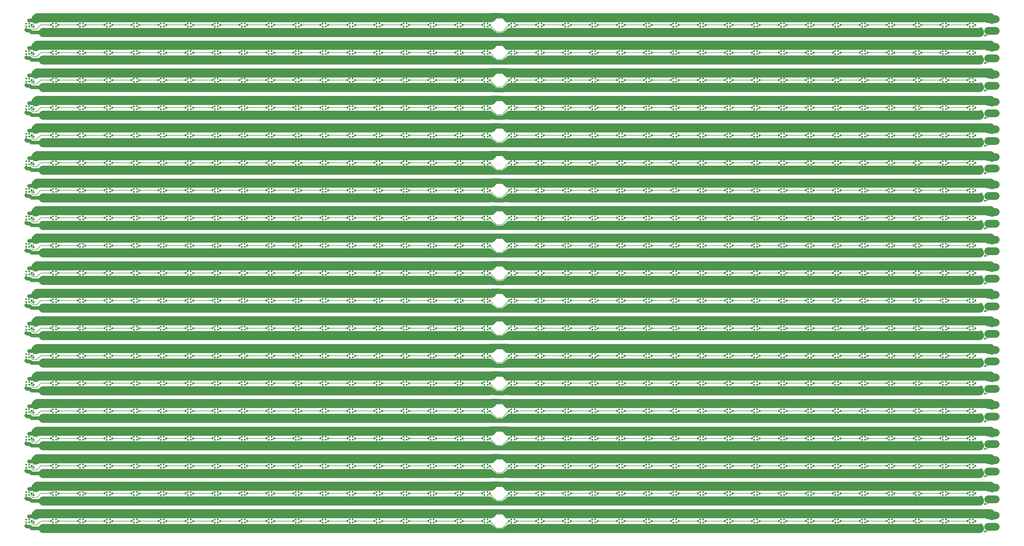
<source format=gbr>
G04 EAGLE Gerber RS-274X export*
G75*
%MOMM*%
%FSLAX34Y34*%
%LPD*%
%INBottom Copper*%
%IPPOS*%
%AMOC8*
5,1,8,0,0,1.08239X$1,22.5*%
G01*
%ADD10C,2.500000*%
%ADD11R,0.550000X0.550000*%
%ADD12C,0.706400*%
%ADD13C,0.152400*%
%ADD14C,3.000000*%
%ADD15C,1.600000*%
%ADD16C,1.200000*%
%ADD17C,1.000000*%
%ADD18C,2.400000*%
%ADD19C,1.400000*%
%ADD20C,1.500000*%


D10*
X3284688Y111250D02*
X3259688Y111250D01*
X3259688Y148750D02*
X3284688Y148750D01*
D11*
X3200250Y134750D03*
X3200250Y125250D03*
X3209750Y125250D03*
X3209750Y134750D03*
X3112250Y134750D03*
X3112250Y125250D03*
X3121750Y125250D03*
X3121750Y134750D03*
X3024250Y134750D03*
X3024250Y125250D03*
X3033750Y125250D03*
X3033750Y134750D03*
X2936250Y134750D03*
X2936250Y125250D03*
X2945750Y125250D03*
X2945750Y134750D03*
X2848250Y134750D03*
X2848250Y125250D03*
X2857750Y125250D03*
X2857750Y134750D03*
X2760250Y134750D03*
X2760250Y125250D03*
X2769750Y125250D03*
X2769750Y134750D03*
X2672250Y134750D03*
X2672250Y125250D03*
X2681750Y125250D03*
X2681750Y134750D03*
X2584250Y134750D03*
X2584250Y125250D03*
X2593750Y125250D03*
X2593750Y134750D03*
X2496250Y134750D03*
X2496250Y125250D03*
X2505750Y125250D03*
X2505750Y134750D03*
X2408250Y134750D03*
X2408250Y125250D03*
X2417750Y125250D03*
X2417750Y134750D03*
X2320250Y134750D03*
X2320250Y125250D03*
X2329750Y125250D03*
X2329750Y134750D03*
X2232250Y134750D03*
X2232250Y125250D03*
X2241750Y125250D03*
X2241750Y134750D03*
X2144250Y134750D03*
X2144250Y125250D03*
X2153750Y125250D03*
X2153750Y134750D03*
X2056250Y134750D03*
X2056250Y125250D03*
X2065750Y125250D03*
X2065750Y134750D03*
X1968250Y134750D03*
X1968250Y125250D03*
X1977750Y125250D03*
X1977750Y134750D03*
X1880250Y134750D03*
X1880250Y125250D03*
X1889750Y125250D03*
X1889750Y134750D03*
X1792250Y134750D03*
X1792250Y125250D03*
X1801750Y125250D03*
X1801750Y134750D03*
X1704250Y134750D03*
X1704250Y125250D03*
X1713750Y125250D03*
X1713750Y134750D03*
X1616250Y134750D03*
X1616250Y125250D03*
X1625750Y125250D03*
X1625750Y134750D03*
X1528250Y134750D03*
X1528250Y125250D03*
X1537750Y125250D03*
X1537750Y134750D03*
X1440250Y134750D03*
X1440250Y125250D03*
X1449750Y125250D03*
X1449750Y134750D03*
X1352250Y134750D03*
X1352250Y125250D03*
X1361750Y125250D03*
X1361750Y134750D03*
X1264250Y134750D03*
X1264250Y125250D03*
X1273750Y125250D03*
X1273750Y134750D03*
X1176250Y134750D03*
X1176250Y125250D03*
X1185750Y125250D03*
X1185750Y134750D03*
X1088250Y134750D03*
X1088250Y125250D03*
X1097750Y125250D03*
X1097750Y134750D03*
X1000250Y134750D03*
X1000250Y125250D03*
X1009750Y125250D03*
X1009750Y134750D03*
X912250Y134750D03*
X912250Y125250D03*
X921750Y125250D03*
X921750Y134750D03*
X824250Y134750D03*
X824250Y125250D03*
X833750Y125250D03*
X833750Y134750D03*
X736250Y134750D03*
X736250Y125250D03*
X745750Y125250D03*
X745750Y134750D03*
X648250Y134750D03*
X648250Y125250D03*
X657750Y125250D03*
X657750Y134750D03*
X560250Y134750D03*
X560250Y125250D03*
X569750Y125250D03*
X569750Y134750D03*
X472250Y134750D03*
X472250Y125250D03*
X481750Y125250D03*
X481750Y134750D03*
X384250Y134750D03*
X384250Y125250D03*
X393750Y125250D03*
X393750Y134750D03*
X296250Y134750D03*
X296250Y125250D03*
X305750Y125250D03*
X305750Y134750D03*
X208250Y134750D03*
X208250Y125250D03*
X217750Y125250D03*
X217750Y134750D03*
X120250Y134750D03*
X120250Y125250D03*
X129750Y125250D03*
X129750Y134750D03*
D10*
X3259688Y201250D02*
X3284688Y201250D01*
X3284688Y238750D02*
X3259688Y238750D01*
D11*
X3200250Y224750D03*
X3200250Y215250D03*
X3209750Y215250D03*
X3209750Y224750D03*
X3112250Y224750D03*
X3112250Y215250D03*
X3121750Y215250D03*
X3121750Y224750D03*
X3024250Y224750D03*
X3024250Y215250D03*
X3033750Y215250D03*
X3033750Y224750D03*
X2936250Y224750D03*
X2936250Y215250D03*
X2945750Y215250D03*
X2945750Y224750D03*
X2848250Y224750D03*
X2848250Y215250D03*
X2857750Y215250D03*
X2857750Y224750D03*
X2760250Y224750D03*
X2760250Y215250D03*
X2769750Y215250D03*
X2769750Y224750D03*
X2672250Y224750D03*
X2672250Y215250D03*
X2681750Y215250D03*
X2681750Y224750D03*
X2584250Y224750D03*
X2584250Y215250D03*
X2593750Y215250D03*
X2593750Y224750D03*
X2496250Y224750D03*
X2496250Y215250D03*
X2505750Y215250D03*
X2505750Y224750D03*
X2408250Y224750D03*
X2408250Y215250D03*
X2417750Y215250D03*
X2417750Y224750D03*
X2320250Y224750D03*
X2320250Y215250D03*
X2329750Y215250D03*
X2329750Y224750D03*
X2232250Y224750D03*
X2232250Y215250D03*
X2241750Y215250D03*
X2241750Y224750D03*
X2144250Y224750D03*
X2144250Y215250D03*
X2153750Y215250D03*
X2153750Y224750D03*
X2056250Y224750D03*
X2056250Y215250D03*
X2065750Y215250D03*
X2065750Y224750D03*
X1968250Y224750D03*
X1968250Y215250D03*
X1977750Y215250D03*
X1977750Y224750D03*
X1880250Y224750D03*
X1880250Y215250D03*
X1889750Y215250D03*
X1889750Y224750D03*
X1792250Y224750D03*
X1792250Y215250D03*
X1801750Y215250D03*
X1801750Y224750D03*
X1704250Y224750D03*
X1704250Y215250D03*
X1713750Y215250D03*
X1713750Y224750D03*
X1616250Y224750D03*
X1616250Y215250D03*
X1625750Y215250D03*
X1625750Y224750D03*
X1528250Y224750D03*
X1528250Y215250D03*
X1537750Y215250D03*
X1537750Y224750D03*
X1440250Y224750D03*
X1440250Y215250D03*
X1449750Y215250D03*
X1449750Y224750D03*
X1352250Y224750D03*
X1352250Y215250D03*
X1361750Y215250D03*
X1361750Y224750D03*
X1264250Y224750D03*
X1264250Y215250D03*
X1273750Y215250D03*
X1273750Y224750D03*
X1176250Y224750D03*
X1176250Y215250D03*
X1185750Y215250D03*
X1185750Y224750D03*
X1088250Y224750D03*
X1088250Y215250D03*
X1097750Y215250D03*
X1097750Y224750D03*
X1000250Y224750D03*
X1000250Y215250D03*
X1009750Y215250D03*
X1009750Y224750D03*
X912250Y224750D03*
X912250Y215250D03*
X921750Y215250D03*
X921750Y224750D03*
X824250Y224750D03*
X824250Y215250D03*
X833750Y215250D03*
X833750Y224750D03*
X736250Y224750D03*
X736250Y215250D03*
X745750Y215250D03*
X745750Y224750D03*
X648250Y224750D03*
X648250Y215250D03*
X657750Y215250D03*
X657750Y224750D03*
X560250Y224750D03*
X560250Y215250D03*
X569750Y215250D03*
X569750Y224750D03*
X472250Y224750D03*
X472250Y215250D03*
X481750Y215250D03*
X481750Y224750D03*
X384250Y224750D03*
X384250Y215250D03*
X393750Y215250D03*
X393750Y224750D03*
X296250Y224750D03*
X296250Y215250D03*
X305750Y215250D03*
X305750Y224750D03*
X208250Y224750D03*
X208250Y215250D03*
X217750Y215250D03*
X217750Y224750D03*
X120250Y224750D03*
X120250Y215250D03*
X129750Y215250D03*
X129750Y224750D03*
D10*
X3259688Y291250D02*
X3284688Y291250D01*
X3284688Y328750D02*
X3259688Y328750D01*
D11*
X3200250Y314750D03*
X3200250Y305250D03*
X3209750Y305250D03*
X3209750Y314750D03*
X3112250Y314750D03*
X3112250Y305250D03*
X3121750Y305250D03*
X3121750Y314750D03*
X3024250Y314750D03*
X3024250Y305250D03*
X3033750Y305250D03*
X3033750Y314750D03*
X2936250Y314750D03*
X2936250Y305250D03*
X2945750Y305250D03*
X2945750Y314750D03*
X2848250Y314750D03*
X2848250Y305250D03*
X2857750Y305250D03*
X2857750Y314750D03*
X2760250Y314750D03*
X2760250Y305250D03*
X2769750Y305250D03*
X2769750Y314750D03*
X2672250Y314750D03*
X2672250Y305250D03*
X2681750Y305250D03*
X2681750Y314750D03*
X2584250Y314750D03*
X2584250Y305250D03*
X2593750Y305250D03*
X2593750Y314750D03*
X2496250Y314750D03*
X2496250Y305250D03*
X2505750Y305250D03*
X2505750Y314750D03*
X2408250Y314750D03*
X2408250Y305250D03*
X2417750Y305250D03*
X2417750Y314750D03*
X2320250Y314750D03*
X2320250Y305250D03*
X2329750Y305250D03*
X2329750Y314750D03*
X2232250Y314750D03*
X2232250Y305250D03*
X2241750Y305250D03*
X2241750Y314750D03*
X2144250Y314750D03*
X2144250Y305250D03*
X2153750Y305250D03*
X2153750Y314750D03*
X2056250Y314750D03*
X2056250Y305250D03*
X2065750Y305250D03*
X2065750Y314750D03*
X1968250Y314750D03*
X1968250Y305250D03*
X1977750Y305250D03*
X1977750Y314750D03*
X1880250Y314750D03*
X1880250Y305250D03*
X1889750Y305250D03*
X1889750Y314750D03*
X1792250Y314750D03*
X1792250Y305250D03*
X1801750Y305250D03*
X1801750Y314750D03*
X1704250Y314750D03*
X1704250Y305250D03*
X1713750Y305250D03*
X1713750Y314750D03*
X1616250Y314750D03*
X1616250Y305250D03*
X1625750Y305250D03*
X1625750Y314750D03*
X1528250Y314750D03*
X1528250Y305250D03*
X1537750Y305250D03*
X1537750Y314750D03*
X1440250Y314750D03*
X1440250Y305250D03*
X1449750Y305250D03*
X1449750Y314750D03*
X1352250Y314750D03*
X1352250Y305250D03*
X1361750Y305250D03*
X1361750Y314750D03*
X1264250Y314750D03*
X1264250Y305250D03*
X1273750Y305250D03*
X1273750Y314750D03*
X1176250Y314750D03*
X1176250Y305250D03*
X1185750Y305250D03*
X1185750Y314750D03*
X1088250Y314750D03*
X1088250Y305250D03*
X1097750Y305250D03*
X1097750Y314750D03*
X1000250Y314750D03*
X1000250Y305250D03*
X1009750Y305250D03*
X1009750Y314750D03*
X912250Y314750D03*
X912250Y305250D03*
X921750Y305250D03*
X921750Y314750D03*
X824250Y314750D03*
X824250Y305250D03*
X833750Y305250D03*
X833750Y314750D03*
X736250Y314750D03*
X736250Y305250D03*
X745750Y305250D03*
X745750Y314750D03*
X648250Y314750D03*
X648250Y305250D03*
X657750Y305250D03*
X657750Y314750D03*
X560250Y314750D03*
X560250Y305250D03*
X569750Y305250D03*
X569750Y314750D03*
X472250Y314750D03*
X472250Y305250D03*
X481750Y305250D03*
X481750Y314750D03*
X384250Y314750D03*
X384250Y305250D03*
X393750Y305250D03*
X393750Y314750D03*
X296250Y314750D03*
X296250Y305250D03*
X305750Y305250D03*
X305750Y314750D03*
X208250Y314750D03*
X208250Y305250D03*
X217750Y305250D03*
X217750Y314750D03*
X120250Y314750D03*
X120250Y305250D03*
X129750Y305250D03*
X129750Y314750D03*
D10*
X3259688Y381250D02*
X3284688Y381250D01*
X3284688Y418750D02*
X3259688Y418750D01*
D11*
X3200250Y404750D03*
X3200250Y395250D03*
X3209750Y395250D03*
X3209750Y404750D03*
X3112250Y404750D03*
X3112250Y395250D03*
X3121750Y395250D03*
X3121750Y404750D03*
X3024250Y404750D03*
X3024250Y395250D03*
X3033750Y395250D03*
X3033750Y404750D03*
X2936250Y404750D03*
X2936250Y395250D03*
X2945750Y395250D03*
X2945750Y404750D03*
X2848250Y404750D03*
X2848250Y395250D03*
X2857750Y395250D03*
X2857750Y404750D03*
X2760250Y404750D03*
X2760250Y395250D03*
X2769750Y395250D03*
X2769750Y404750D03*
X2672250Y404750D03*
X2672250Y395250D03*
X2681750Y395250D03*
X2681750Y404750D03*
X2584250Y404750D03*
X2584250Y395250D03*
X2593750Y395250D03*
X2593750Y404750D03*
X2496250Y404750D03*
X2496250Y395250D03*
X2505750Y395250D03*
X2505750Y404750D03*
X2408250Y404750D03*
X2408250Y395250D03*
X2417750Y395250D03*
X2417750Y404750D03*
X2320250Y404750D03*
X2320250Y395250D03*
X2329750Y395250D03*
X2329750Y404750D03*
X2232250Y404750D03*
X2232250Y395250D03*
X2241750Y395250D03*
X2241750Y404750D03*
X2144250Y404750D03*
X2144250Y395250D03*
X2153750Y395250D03*
X2153750Y404750D03*
X2056250Y404750D03*
X2056250Y395250D03*
X2065750Y395250D03*
X2065750Y404750D03*
X1968250Y404750D03*
X1968250Y395250D03*
X1977750Y395250D03*
X1977750Y404750D03*
X1880250Y404750D03*
X1880250Y395250D03*
X1889750Y395250D03*
X1889750Y404750D03*
X1792250Y404750D03*
X1792250Y395250D03*
X1801750Y395250D03*
X1801750Y404750D03*
X1704250Y404750D03*
X1704250Y395250D03*
X1713750Y395250D03*
X1713750Y404750D03*
X1616250Y404750D03*
X1616250Y395250D03*
X1625750Y395250D03*
X1625750Y404750D03*
X1528250Y404750D03*
X1528250Y395250D03*
X1537750Y395250D03*
X1537750Y404750D03*
X1440250Y404750D03*
X1440250Y395250D03*
X1449750Y395250D03*
X1449750Y404750D03*
X1352250Y404750D03*
X1352250Y395250D03*
X1361750Y395250D03*
X1361750Y404750D03*
X1264250Y404750D03*
X1264250Y395250D03*
X1273750Y395250D03*
X1273750Y404750D03*
X1176250Y404750D03*
X1176250Y395250D03*
X1185750Y395250D03*
X1185750Y404750D03*
X1088250Y404750D03*
X1088250Y395250D03*
X1097750Y395250D03*
X1097750Y404750D03*
X1000250Y404750D03*
X1000250Y395250D03*
X1009750Y395250D03*
X1009750Y404750D03*
X912250Y404750D03*
X912250Y395250D03*
X921750Y395250D03*
X921750Y404750D03*
X824250Y404750D03*
X824250Y395250D03*
X833750Y395250D03*
X833750Y404750D03*
X736250Y404750D03*
X736250Y395250D03*
X745750Y395250D03*
X745750Y404750D03*
X648250Y404750D03*
X648250Y395250D03*
X657750Y395250D03*
X657750Y404750D03*
X560250Y404750D03*
X560250Y395250D03*
X569750Y395250D03*
X569750Y404750D03*
X472250Y404750D03*
X472250Y395250D03*
X481750Y395250D03*
X481750Y404750D03*
X384250Y404750D03*
X384250Y395250D03*
X393750Y395250D03*
X393750Y404750D03*
X296250Y404750D03*
X296250Y395250D03*
X305750Y395250D03*
X305750Y404750D03*
X208250Y404750D03*
X208250Y395250D03*
X217750Y395250D03*
X217750Y404750D03*
X120250Y404750D03*
X120250Y395250D03*
X129750Y395250D03*
X129750Y404750D03*
D10*
X3259688Y471250D02*
X3284688Y471250D01*
X3284688Y508750D02*
X3259688Y508750D01*
D11*
X3200250Y494750D03*
X3200250Y485250D03*
X3209750Y485250D03*
X3209750Y494750D03*
X3112250Y494750D03*
X3112250Y485250D03*
X3121750Y485250D03*
X3121750Y494750D03*
X3024250Y494750D03*
X3024250Y485250D03*
X3033750Y485250D03*
X3033750Y494750D03*
X2936250Y494750D03*
X2936250Y485250D03*
X2945750Y485250D03*
X2945750Y494750D03*
X2848250Y494750D03*
X2848250Y485250D03*
X2857750Y485250D03*
X2857750Y494750D03*
X2760250Y494750D03*
X2760250Y485250D03*
X2769750Y485250D03*
X2769750Y494750D03*
X2672250Y494750D03*
X2672250Y485250D03*
X2681750Y485250D03*
X2681750Y494750D03*
X2584250Y494750D03*
X2584250Y485250D03*
X2593750Y485250D03*
X2593750Y494750D03*
X2496250Y494750D03*
X2496250Y485250D03*
X2505750Y485250D03*
X2505750Y494750D03*
X2408250Y494750D03*
X2408250Y485250D03*
X2417750Y485250D03*
X2417750Y494750D03*
X2320250Y494750D03*
X2320250Y485250D03*
X2329750Y485250D03*
X2329750Y494750D03*
X2232250Y494750D03*
X2232250Y485250D03*
X2241750Y485250D03*
X2241750Y494750D03*
X2144250Y494750D03*
X2144250Y485250D03*
X2153750Y485250D03*
X2153750Y494750D03*
X2056250Y494750D03*
X2056250Y485250D03*
X2065750Y485250D03*
X2065750Y494750D03*
X1968250Y494750D03*
X1968250Y485250D03*
X1977750Y485250D03*
X1977750Y494750D03*
X1880250Y494750D03*
X1880250Y485250D03*
X1889750Y485250D03*
X1889750Y494750D03*
X1792250Y494750D03*
X1792250Y485250D03*
X1801750Y485250D03*
X1801750Y494750D03*
X1704250Y494750D03*
X1704250Y485250D03*
X1713750Y485250D03*
X1713750Y494750D03*
X1616250Y494750D03*
X1616250Y485250D03*
X1625750Y485250D03*
X1625750Y494750D03*
X1528250Y494750D03*
X1528250Y485250D03*
X1537750Y485250D03*
X1537750Y494750D03*
X1440250Y494750D03*
X1440250Y485250D03*
X1449750Y485250D03*
X1449750Y494750D03*
X1352250Y494750D03*
X1352250Y485250D03*
X1361750Y485250D03*
X1361750Y494750D03*
X1264250Y494750D03*
X1264250Y485250D03*
X1273750Y485250D03*
X1273750Y494750D03*
X1176250Y494750D03*
X1176250Y485250D03*
X1185750Y485250D03*
X1185750Y494750D03*
X1088250Y494750D03*
X1088250Y485250D03*
X1097750Y485250D03*
X1097750Y494750D03*
X1000250Y494750D03*
X1000250Y485250D03*
X1009750Y485250D03*
X1009750Y494750D03*
X912250Y494750D03*
X912250Y485250D03*
X921750Y485250D03*
X921750Y494750D03*
X824250Y494750D03*
X824250Y485250D03*
X833750Y485250D03*
X833750Y494750D03*
X736250Y494750D03*
X736250Y485250D03*
X745750Y485250D03*
X745750Y494750D03*
X648250Y494750D03*
X648250Y485250D03*
X657750Y485250D03*
X657750Y494750D03*
X560250Y494750D03*
X560250Y485250D03*
X569750Y485250D03*
X569750Y494750D03*
X472250Y494750D03*
X472250Y485250D03*
X481750Y485250D03*
X481750Y494750D03*
X384250Y494750D03*
X384250Y485250D03*
X393750Y485250D03*
X393750Y494750D03*
X296250Y494750D03*
X296250Y485250D03*
X305750Y485250D03*
X305750Y494750D03*
X208250Y494750D03*
X208250Y485250D03*
X217750Y485250D03*
X217750Y494750D03*
X120250Y494750D03*
X120250Y485250D03*
X129750Y485250D03*
X129750Y494750D03*
D10*
X3259688Y561250D02*
X3284688Y561250D01*
X3284688Y598750D02*
X3259688Y598750D01*
D11*
X3200250Y584750D03*
X3200250Y575250D03*
X3209750Y575250D03*
X3209750Y584750D03*
X3112250Y584750D03*
X3112250Y575250D03*
X3121750Y575250D03*
X3121750Y584750D03*
X3024250Y584750D03*
X3024250Y575250D03*
X3033750Y575250D03*
X3033750Y584750D03*
X2936250Y584750D03*
X2936250Y575250D03*
X2945750Y575250D03*
X2945750Y584750D03*
X2848250Y584750D03*
X2848250Y575250D03*
X2857750Y575250D03*
X2857750Y584750D03*
X2760250Y584750D03*
X2760250Y575250D03*
X2769750Y575250D03*
X2769750Y584750D03*
X2672250Y584750D03*
X2672250Y575250D03*
X2681750Y575250D03*
X2681750Y584750D03*
X2584250Y584750D03*
X2584250Y575250D03*
X2593750Y575250D03*
X2593750Y584750D03*
X2496250Y584750D03*
X2496250Y575250D03*
X2505750Y575250D03*
X2505750Y584750D03*
X2408250Y584750D03*
X2408250Y575250D03*
X2417750Y575250D03*
X2417750Y584750D03*
X2320250Y584750D03*
X2320250Y575250D03*
X2329750Y575250D03*
X2329750Y584750D03*
X2232250Y584750D03*
X2232250Y575250D03*
X2241750Y575250D03*
X2241750Y584750D03*
X2144250Y584750D03*
X2144250Y575250D03*
X2153750Y575250D03*
X2153750Y584750D03*
X2056250Y584750D03*
X2056250Y575250D03*
X2065750Y575250D03*
X2065750Y584750D03*
X1968250Y584750D03*
X1968250Y575250D03*
X1977750Y575250D03*
X1977750Y584750D03*
X1880250Y584750D03*
X1880250Y575250D03*
X1889750Y575250D03*
X1889750Y584750D03*
X1792250Y584750D03*
X1792250Y575250D03*
X1801750Y575250D03*
X1801750Y584750D03*
X1704250Y584750D03*
X1704250Y575250D03*
X1713750Y575250D03*
X1713750Y584750D03*
X1616250Y584750D03*
X1616250Y575250D03*
X1625750Y575250D03*
X1625750Y584750D03*
X1528250Y584750D03*
X1528250Y575250D03*
X1537750Y575250D03*
X1537750Y584750D03*
X1440250Y584750D03*
X1440250Y575250D03*
X1449750Y575250D03*
X1449750Y584750D03*
X1352250Y584750D03*
X1352250Y575250D03*
X1361750Y575250D03*
X1361750Y584750D03*
X1264250Y584750D03*
X1264250Y575250D03*
X1273750Y575250D03*
X1273750Y584750D03*
X1176250Y584750D03*
X1176250Y575250D03*
X1185750Y575250D03*
X1185750Y584750D03*
X1088250Y584750D03*
X1088250Y575250D03*
X1097750Y575250D03*
X1097750Y584750D03*
X1000250Y584750D03*
X1000250Y575250D03*
X1009750Y575250D03*
X1009750Y584750D03*
X912250Y584750D03*
X912250Y575250D03*
X921750Y575250D03*
X921750Y584750D03*
X824250Y584750D03*
X824250Y575250D03*
X833750Y575250D03*
X833750Y584750D03*
X736250Y584750D03*
X736250Y575250D03*
X745750Y575250D03*
X745750Y584750D03*
X648250Y584750D03*
X648250Y575250D03*
X657750Y575250D03*
X657750Y584750D03*
X560250Y584750D03*
X560250Y575250D03*
X569750Y575250D03*
X569750Y584750D03*
X472250Y584750D03*
X472250Y575250D03*
X481750Y575250D03*
X481750Y584750D03*
X384250Y584750D03*
X384250Y575250D03*
X393750Y575250D03*
X393750Y584750D03*
X296250Y584750D03*
X296250Y575250D03*
X305750Y575250D03*
X305750Y584750D03*
X208250Y584750D03*
X208250Y575250D03*
X217750Y575250D03*
X217750Y584750D03*
X120250Y584750D03*
X120250Y575250D03*
X129750Y575250D03*
X129750Y584750D03*
D10*
X3259688Y651250D02*
X3284688Y651250D01*
X3284688Y688750D02*
X3259688Y688750D01*
D11*
X3200250Y674750D03*
X3200250Y665250D03*
X3209750Y665250D03*
X3209750Y674750D03*
X3112250Y674750D03*
X3112250Y665250D03*
X3121750Y665250D03*
X3121750Y674750D03*
X3024250Y674750D03*
X3024250Y665250D03*
X3033750Y665250D03*
X3033750Y674750D03*
X2936250Y674750D03*
X2936250Y665250D03*
X2945750Y665250D03*
X2945750Y674750D03*
X2848250Y674750D03*
X2848250Y665250D03*
X2857750Y665250D03*
X2857750Y674750D03*
X2760250Y674750D03*
X2760250Y665250D03*
X2769750Y665250D03*
X2769750Y674750D03*
X2672250Y674750D03*
X2672250Y665250D03*
X2681750Y665250D03*
X2681750Y674750D03*
X2584250Y674750D03*
X2584250Y665250D03*
X2593750Y665250D03*
X2593750Y674750D03*
X2496250Y674750D03*
X2496250Y665250D03*
X2505750Y665250D03*
X2505750Y674750D03*
X2408250Y674750D03*
X2408250Y665250D03*
X2417750Y665250D03*
X2417750Y674750D03*
X2320250Y674750D03*
X2320250Y665250D03*
X2329750Y665250D03*
X2329750Y674750D03*
X2232250Y674750D03*
X2232250Y665250D03*
X2241750Y665250D03*
X2241750Y674750D03*
X2144250Y674750D03*
X2144250Y665250D03*
X2153750Y665250D03*
X2153750Y674750D03*
X2056250Y674750D03*
X2056250Y665250D03*
X2065750Y665250D03*
X2065750Y674750D03*
X1968250Y674750D03*
X1968250Y665250D03*
X1977750Y665250D03*
X1977750Y674750D03*
X1880250Y674750D03*
X1880250Y665250D03*
X1889750Y665250D03*
X1889750Y674750D03*
X1792250Y674750D03*
X1792250Y665250D03*
X1801750Y665250D03*
X1801750Y674750D03*
X1704250Y674750D03*
X1704250Y665250D03*
X1713750Y665250D03*
X1713750Y674750D03*
X1616250Y674750D03*
X1616250Y665250D03*
X1625750Y665250D03*
X1625750Y674750D03*
X1528250Y674750D03*
X1528250Y665250D03*
X1537750Y665250D03*
X1537750Y674750D03*
X1440250Y674750D03*
X1440250Y665250D03*
X1449750Y665250D03*
X1449750Y674750D03*
X1352250Y674750D03*
X1352250Y665250D03*
X1361750Y665250D03*
X1361750Y674750D03*
X1264250Y674750D03*
X1264250Y665250D03*
X1273750Y665250D03*
X1273750Y674750D03*
X1176250Y674750D03*
X1176250Y665250D03*
X1185750Y665250D03*
X1185750Y674750D03*
X1088250Y674750D03*
X1088250Y665250D03*
X1097750Y665250D03*
X1097750Y674750D03*
X1000250Y674750D03*
X1000250Y665250D03*
X1009750Y665250D03*
X1009750Y674750D03*
X912250Y674750D03*
X912250Y665250D03*
X921750Y665250D03*
X921750Y674750D03*
X824250Y674750D03*
X824250Y665250D03*
X833750Y665250D03*
X833750Y674750D03*
X736250Y674750D03*
X736250Y665250D03*
X745750Y665250D03*
X745750Y674750D03*
X648250Y674750D03*
X648250Y665250D03*
X657750Y665250D03*
X657750Y674750D03*
X560250Y674750D03*
X560250Y665250D03*
X569750Y665250D03*
X569750Y674750D03*
X472250Y674750D03*
X472250Y665250D03*
X481750Y665250D03*
X481750Y674750D03*
X384250Y674750D03*
X384250Y665250D03*
X393750Y665250D03*
X393750Y674750D03*
X296250Y674750D03*
X296250Y665250D03*
X305750Y665250D03*
X305750Y674750D03*
X208250Y674750D03*
X208250Y665250D03*
X217750Y665250D03*
X217750Y674750D03*
X120250Y674750D03*
X120250Y665250D03*
X129750Y665250D03*
X129750Y674750D03*
D10*
X3259688Y741250D02*
X3284688Y741250D01*
X3284688Y778750D02*
X3259688Y778750D01*
D11*
X3200250Y764750D03*
X3200250Y755250D03*
X3209750Y755250D03*
X3209750Y764750D03*
X3112250Y764750D03*
X3112250Y755250D03*
X3121750Y755250D03*
X3121750Y764750D03*
X3024250Y764750D03*
X3024250Y755250D03*
X3033750Y755250D03*
X3033750Y764750D03*
X2936250Y764750D03*
X2936250Y755250D03*
X2945750Y755250D03*
X2945750Y764750D03*
X2848250Y764750D03*
X2848250Y755250D03*
X2857750Y755250D03*
X2857750Y764750D03*
X2760250Y764750D03*
X2760250Y755250D03*
X2769750Y755250D03*
X2769750Y764750D03*
X2672250Y764750D03*
X2672250Y755250D03*
X2681750Y755250D03*
X2681750Y764750D03*
X2584250Y764750D03*
X2584250Y755250D03*
X2593750Y755250D03*
X2593750Y764750D03*
X2496250Y764750D03*
X2496250Y755250D03*
X2505750Y755250D03*
X2505750Y764750D03*
X2408250Y764750D03*
X2408250Y755250D03*
X2417750Y755250D03*
X2417750Y764750D03*
X2320250Y764750D03*
X2320250Y755250D03*
X2329750Y755250D03*
X2329750Y764750D03*
X2232250Y764750D03*
X2232250Y755250D03*
X2241750Y755250D03*
X2241750Y764750D03*
X2144250Y764750D03*
X2144250Y755250D03*
X2153750Y755250D03*
X2153750Y764750D03*
X2056250Y764750D03*
X2056250Y755250D03*
X2065750Y755250D03*
X2065750Y764750D03*
X1968250Y764750D03*
X1968250Y755250D03*
X1977750Y755250D03*
X1977750Y764750D03*
X1880250Y764750D03*
X1880250Y755250D03*
X1889750Y755250D03*
X1889750Y764750D03*
X1792250Y764750D03*
X1792250Y755250D03*
X1801750Y755250D03*
X1801750Y764750D03*
X1704250Y764750D03*
X1704250Y755250D03*
X1713750Y755250D03*
X1713750Y764750D03*
X1616250Y764750D03*
X1616250Y755250D03*
X1625750Y755250D03*
X1625750Y764750D03*
X1528250Y764750D03*
X1528250Y755250D03*
X1537750Y755250D03*
X1537750Y764750D03*
X1440250Y764750D03*
X1440250Y755250D03*
X1449750Y755250D03*
X1449750Y764750D03*
X1352250Y764750D03*
X1352250Y755250D03*
X1361750Y755250D03*
X1361750Y764750D03*
X1264250Y764750D03*
X1264250Y755250D03*
X1273750Y755250D03*
X1273750Y764750D03*
X1176250Y764750D03*
X1176250Y755250D03*
X1185750Y755250D03*
X1185750Y764750D03*
X1088250Y764750D03*
X1088250Y755250D03*
X1097750Y755250D03*
X1097750Y764750D03*
X1000250Y764750D03*
X1000250Y755250D03*
X1009750Y755250D03*
X1009750Y764750D03*
X912250Y764750D03*
X912250Y755250D03*
X921750Y755250D03*
X921750Y764750D03*
X824250Y764750D03*
X824250Y755250D03*
X833750Y755250D03*
X833750Y764750D03*
X736250Y764750D03*
X736250Y755250D03*
X745750Y755250D03*
X745750Y764750D03*
X648250Y764750D03*
X648250Y755250D03*
X657750Y755250D03*
X657750Y764750D03*
X560250Y764750D03*
X560250Y755250D03*
X569750Y755250D03*
X569750Y764750D03*
X472250Y764750D03*
X472250Y755250D03*
X481750Y755250D03*
X481750Y764750D03*
X384250Y764750D03*
X384250Y755250D03*
X393750Y755250D03*
X393750Y764750D03*
X296250Y764750D03*
X296250Y755250D03*
X305750Y755250D03*
X305750Y764750D03*
X208250Y764750D03*
X208250Y755250D03*
X217750Y755250D03*
X217750Y764750D03*
X120250Y764750D03*
X120250Y755250D03*
X129750Y755250D03*
X129750Y764750D03*
D10*
X3259688Y831250D02*
X3284688Y831250D01*
X3284688Y868750D02*
X3259688Y868750D01*
D11*
X3200250Y854750D03*
X3200250Y845250D03*
X3209750Y845250D03*
X3209750Y854750D03*
X3112250Y854750D03*
X3112250Y845250D03*
X3121750Y845250D03*
X3121750Y854750D03*
X3024250Y854750D03*
X3024250Y845250D03*
X3033750Y845250D03*
X3033750Y854750D03*
X2936250Y854750D03*
X2936250Y845250D03*
X2945750Y845250D03*
X2945750Y854750D03*
X2848250Y854750D03*
X2848250Y845250D03*
X2857750Y845250D03*
X2857750Y854750D03*
X2760250Y854750D03*
X2760250Y845250D03*
X2769750Y845250D03*
X2769750Y854750D03*
X2672250Y854750D03*
X2672250Y845250D03*
X2681750Y845250D03*
X2681750Y854750D03*
X2584250Y854750D03*
X2584250Y845250D03*
X2593750Y845250D03*
X2593750Y854750D03*
X2496250Y854750D03*
X2496250Y845250D03*
X2505750Y845250D03*
X2505750Y854750D03*
X2408250Y854750D03*
X2408250Y845250D03*
X2417750Y845250D03*
X2417750Y854750D03*
X2320250Y854750D03*
X2320250Y845250D03*
X2329750Y845250D03*
X2329750Y854750D03*
X2232250Y854750D03*
X2232250Y845250D03*
X2241750Y845250D03*
X2241750Y854750D03*
X2144250Y854750D03*
X2144250Y845250D03*
X2153750Y845250D03*
X2153750Y854750D03*
X2056250Y854750D03*
X2056250Y845250D03*
X2065750Y845250D03*
X2065750Y854750D03*
X1968250Y854750D03*
X1968250Y845250D03*
X1977750Y845250D03*
X1977750Y854750D03*
X1880250Y854750D03*
X1880250Y845250D03*
X1889750Y845250D03*
X1889750Y854750D03*
X1792250Y854750D03*
X1792250Y845250D03*
X1801750Y845250D03*
X1801750Y854750D03*
X1704250Y854750D03*
X1704250Y845250D03*
X1713750Y845250D03*
X1713750Y854750D03*
X1616250Y854750D03*
X1616250Y845250D03*
X1625750Y845250D03*
X1625750Y854750D03*
X1528250Y854750D03*
X1528250Y845250D03*
X1537750Y845250D03*
X1537750Y854750D03*
X1440250Y854750D03*
X1440250Y845250D03*
X1449750Y845250D03*
X1449750Y854750D03*
X1352250Y854750D03*
X1352250Y845250D03*
X1361750Y845250D03*
X1361750Y854750D03*
X1264250Y854750D03*
X1264250Y845250D03*
X1273750Y845250D03*
X1273750Y854750D03*
X1176250Y854750D03*
X1176250Y845250D03*
X1185750Y845250D03*
X1185750Y854750D03*
X1088250Y854750D03*
X1088250Y845250D03*
X1097750Y845250D03*
X1097750Y854750D03*
X1000250Y854750D03*
X1000250Y845250D03*
X1009750Y845250D03*
X1009750Y854750D03*
X912250Y854750D03*
X912250Y845250D03*
X921750Y845250D03*
X921750Y854750D03*
X824250Y854750D03*
X824250Y845250D03*
X833750Y845250D03*
X833750Y854750D03*
X736250Y854750D03*
X736250Y845250D03*
X745750Y845250D03*
X745750Y854750D03*
X648250Y854750D03*
X648250Y845250D03*
X657750Y845250D03*
X657750Y854750D03*
X560250Y854750D03*
X560250Y845250D03*
X569750Y845250D03*
X569750Y854750D03*
X472250Y854750D03*
X472250Y845250D03*
X481750Y845250D03*
X481750Y854750D03*
X384250Y854750D03*
X384250Y845250D03*
X393750Y845250D03*
X393750Y854750D03*
X296250Y854750D03*
X296250Y845250D03*
X305750Y845250D03*
X305750Y854750D03*
X208250Y854750D03*
X208250Y845250D03*
X217750Y845250D03*
X217750Y854750D03*
X120250Y854750D03*
X120250Y845250D03*
X129750Y845250D03*
X129750Y854750D03*
D10*
X3259688Y921250D02*
X3284688Y921250D01*
X3284688Y958750D02*
X3259688Y958750D01*
D11*
X3200250Y944750D03*
X3200250Y935250D03*
X3209750Y935250D03*
X3209750Y944750D03*
X3112250Y944750D03*
X3112250Y935250D03*
X3121750Y935250D03*
X3121750Y944750D03*
X3024250Y944750D03*
X3024250Y935250D03*
X3033750Y935250D03*
X3033750Y944750D03*
X2936250Y944750D03*
X2936250Y935250D03*
X2945750Y935250D03*
X2945750Y944750D03*
X2848250Y944750D03*
X2848250Y935250D03*
X2857750Y935250D03*
X2857750Y944750D03*
X2760250Y944750D03*
X2760250Y935250D03*
X2769750Y935250D03*
X2769750Y944750D03*
X2672250Y944750D03*
X2672250Y935250D03*
X2681750Y935250D03*
X2681750Y944750D03*
X2584250Y944750D03*
X2584250Y935250D03*
X2593750Y935250D03*
X2593750Y944750D03*
X2496250Y944750D03*
X2496250Y935250D03*
X2505750Y935250D03*
X2505750Y944750D03*
X2408250Y944750D03*
X2408250Y935250D03*
X2417750Y935250D03*
X2417750Y944750D03*
X2320250Y944750D03*
X2320250Y935250D03*
X2329750Y935250D03*
X2329750Y944750D03*
X2232250Y944750D03*
X2232250Y935250D03*
X2241750Y935250D03*
X2241750Y944750D03*
X2144250Y944750D03*
X2144250Y935250D03*
X2153750Y935250D03*
X2153750Y944750D03*
X2056250Y944750D03*
X2056250Y935250D03*
X2065750Y935250D03*
X2065750Y944750D03*
X1968250Y944750D03*
X1968250Y935250D03*
X1977750Y935250D03*
X1977750Y944750D03*
X1880250Y944750D03*
X1880250Y935250D03*
X1889750Y935250D03*
X1889750Y944750D03*
X1792250Y944750D03*
X1792250Y935250D03*
X1801750Y935250D03*
X1801750Y944750D03*
X1704250Y944750D03*
X1704250Y935250D03*
X1713750Y935250D03*
X1713750Y944750D03*
X1616250Y944750D03*
X1616250Y935250D03*
X1625750Y935250D03*
X1625750Y944750D03*
X1528250Y944750D03*
X1528250Y935250D03*
X1537750Y935250D03*
X1537750Y944750D03*
X1440250Y944750D03*
X1440250Y935250D03*
X1449750Y935250D03*
X1449750Y944750D03*
X1352250Y944750D03*
X1352250Y935250D03*
X1361750Y935250D03*
X1361750Y944750D03*
X1264250Y944750D03*
X1264250Y935250D03*
X1273750Y935250D03*
X1273750Y944750D03*
X1176250Y944750D03*
X1176250Y935250D03*
X1185750Y935250D03*
X1185750Y944750D03*
X1088250Y944750D03*
X1088250Y935250D03*
X1097750Y935250D03*
X1097750Y944750D03*
X1000250Y944750D03*
X1000250Y935250D03*
X1009750Y935250D03*
X1009750Y944750D03*
X912250Y944750D03*
X912250Y935250D03*
X921750Y935250D03*
X921750Y944750D03*
X824250Y944750D03*
X824250Y935250D03*
X833750Y935250D03*
X833750Y944750D03*
X736250Y944750D03*
X736250Y935250D03*
X745750Y935250D03*
X745750Y944750D03*
X648250Y944750D03*
X648250Y935250D03*
X657750Y935250D03*
X657750Y944750D03*
X560250Y944750D03*
X560250Y935250D03*
X569750Y935250D03*
X569750Y944750D03*
X472250Y944750D03*
X472250Y935250D03*
X481750Y935250D03*
X481750Y944750D03*
X384250Y944750D03*
X384250Y935250D03*
X393750Y935250D03*
X393750Y944750D03*
X296250Y944750D03*
X296250Y935250D03*
X305750Y935250D03*
X305750Y944750D03*
X208250Y944750D03*
X208250Y935250D03*
X217750Y935250D03*
X217750Y944750D03*
X120250Y944750D03*
X120250Y935250D03*
X129750Y935250D03*
X129750Y944750D03*
D10*
X3259688Y1011250D02*
X3284688Y1011250D01*
X3284688Y1048750D02*
X3259688Y1048750D01*
D11*
X3200250Y1034750D03*
X3200250Y1025250D03*
X3209750Y1025250D03*
X3209750Y1034750D03*
X3112250Y1034750D03*
X3112250Y1025250D03*
X3121750Y1025250D03*
X3121750Y1034750D03*
X3024250Y1034750D03*
X3024250Y1025250D03*
X3033750Y1025250D03*
X3033750Y1034750D03*
X2936250Y1034750D03*
X2936250Y1025250D03*
X2945750Y1025250D03*
X2945750Y1034750D03*
X2848250Y1034750D03*
X2848250Y1025250D03*
X2857750Y1025250D03*
X2857750Y1034750D03*
X2760250Y1034750D03*
X2760250Y1025250D03*
X2769750Y1025250D03*
X2769750Y1034750D03*
X2672250Y1034750D03*
X2672250Y1025250D03*
X2681750Y1025250D03*
X2681750Y1034750D03*
X2584250Y1034750D03*
X2584250Y1025250D03*
X2593750Y1025250D03*
X2593750Y1034750D03*
X2496250Y1034750D03*
X2496250Y1025250D03*
X2505750Y1025250D03*
X2505750Y1034750D03*
X2408250Y1034750D03*
X2408250Y1025250D03*
X2417750Y1025250D03*
X2417750Y1034750D03*
X2320250Y1034750D03*
X2320250Y1025250D03*
X2329750Y1025250D03*
X2329750Y1034750D03*
X2232250Y1034750D03*
X2232250Y1025250D03*
X2241750Y1025250D03*
X2241750Y1034750D03*
X2144250Y1034750D03*
X2144250Y1025250D03*
X2153750Y1025250D03*
X2153750Y1034750D03*
X2056250Y1034750D03*
X2056250Y1025250D03*
X2065750Y1025250D03*
X2065750Y1034750D03*
X1968250Y1034750D03*
X1968250Y1025250D03*
X1977750Y1025250D03*
X1977750Y1034750D03*
X1880250Y1034750D03*
X1880250Y1025250D03*
X1889750Y1025250D03*
X1889750Y1034750D03*
X1792250Y1034750D03*
X1792250Y1025250D03*
X1801750Y1025250D03*
X1801750Y1034750D03*
X1704250Y1034750D03*
X1704250Y1025250D03*
X1713750Y1025250D03*
X1713750Y1034750D03*
X1616250Y1034750D03*
X1616250Y1025250D03*
X1625750Y1025250D03*
X1625750Y1034750D03*
X1528250Y1034750D03*
X1528250Y1025250D03*
X1537750Y1025250D03*
X1537750Y1034750D03*
X1440250Y1034750D03*
X1440250Y1025250D03*
X1449750Y1025250D03*
X1449750Y1034750D03*
X1352250Y1034750D03*
X1352250Y1025250D03*
X1361750Y1025250D03*
X1361750Y1034750D03*
X1264250Y1034750D03*
X1264250Y1025250D03*
X1273750Y1025250D03*
X1273750Y1034750D03*
X1176250Y1034750D03*
X1176250Y1025250D03*
X1185750Y1025250D03*
X1185750Y1034750D03*
X1088250Y1034750D03*
X1088250Y1025250D03*
X1097750Y1025250D03*
X1097750Y1034750D03*
X1000250Y1034750D03*
X1000250Y1025250D03*
X1009750Y1025250D03*
X1009750Y1034750D03*
X912250Y1034750D03*
X912250Y1025250D03*
X921750Y1025250D03*
X921750Y1034750D03*
X824250Y1034750D03*
X824250Y1025250D03*
X833750Y1025250D03*
X833750Y1034750D03*
X736250Y1034750D03*
X736250Y1025250D03*
X745750Y1025250D03*
X745750Y1034750D03*
X648250Y1034750D03*
X648250Y1025250D03*
X657750Y1025250D03*
X657750Y1034750D03*
X560250Y1034750D03*
X560250Y1025250D03*
X569750Y1025250D03*
X569750Y1034750D03*
X472250Y1034750D03*
X472250Y1025250D03*
X481750Y1025250D03*
X481750Y1034750D03*
X384250Y1034750D03*
X384250Y1025250D03*
X393750Y1025250D03*
X393750Y1034750D03*
X296250Y1034750D03*
X296250Y1025250D03*
X305750Y1025250D03*
X305750Y1034750D03*
X208250Y1034750D03*
X208250Y1025250D03*
X217750Y1025250D03*
X217750Y1034750D03*
X120250Y1034750D03*
X120250Y1025250D03*
X129750Y1025250D03*
X129750Y1034750D03*
D10*
X3259688Y1101250D02*
X3284688Y1101250D01*
X3284688Y1138750D02*
X3259688Y1138750D01*
D11*
X3200250Y1124750D03*
X3200250Y1115250D03*
X3209750Y1115250D03*
X3209750Y1124750D03*
X3112250Y1124750D03*
X3112250Y1115250D03*
X3121750Y1115250D03*
X3121750Y1124750D03*
X3024250Y1124750D03*
X3024250Y1115250D03*
X3033750Y1115250D03*
X3033750Y1124750D03*
X2936250Y1124750D03*
X2936250Y1115250D03*
X2945750Y1115250D03*
X2945750Y1124750D03*
X2848250Y1124750D03*
X2848250Y1115250D03*
X2857750Y1115250D03*
X2857750Y1124750D03*
X2760250Y1124750D03*
X2760250Y1115250D03*
X2769750Y1115250D03*
X2769750Y1124750D03*
X2672250Y1124750D03*
X2672250Y1115250D03*
X2681750Y1115250D03*
X2681750Y1124750D03*
X2584250Y1124750D03*
X2584250Y1115250D03*
X2593750Y1115250D03*
X2593750Y1124750D03*
X2496250Y1124750D03*
X2496250Y1115250D03*
X2505750Y1115250D03*
X2505750Y1124750D03*
X2408250Y1124750D03*
X2408250Y1115250D03*
X2417750Y1115250D03*
X2417750Y1124750D03*
X2320250Y1124750D03*
X2320250Y1115250D03*
X2329750Y1115250D03*
X2329750Y1124750D03*
X2232250Y1124750D03*
X2232250Y1115250D03*
X2241750Y1115250D03*
X2241750Y1124750D03*
X2144250Y1124750D03*
X2144250Y1115250D03*
X2153750Y1115250D03*
X2153750Y1124750D03*
X2056250Y1124750D03*
X2056250Y1115250D03*
X2065750Y1115250D03*
X2065750Y1124750D03*
X1968250Y1124750D03*
X1968250Y1115250D03*
X1977750Y1115250D03*
X1977750Y1124750D03*
X1880250Y1124750D03*
X1880250Y1115250D03*
X1889750Y1115250D03*
X1889750Y1124750D03*
X1792250Y1124750D03*
X1792250Y1115250D03*
X1801750Y1115250D03*
X1801750Y1124750D03*
X1704250Y1124750D03*
X1704250Y1115250D03*
X1713750Y1115250D03*
X1713750Y1124750D03*
X1616250Y1124750D03*
X1616250Y1115250D03*
X1625750Y1115250D03*
X1625750Y1124750D03*
X1528250Y1124750D03*
X1528250Y1115250D03*
X1537750Y1115250D03*
X1537750Y1124750D03*
X1440250Y1124750D03*
X1440250Y1115250D03*
X1449750Y1115250D03*
X1449750Y1124750D03*
X1352250Y1124750D03*
X1352250Y1115250D03*
X1361750Y1115250D03*
X1361750Y1124750D03*
X1264250Y1124750D03*
X1264250Y1115250D03*
X1273750Y1115250D03*
X1273750Y1124750D03*
X1176250Y1124750D03*
X1176250Y1115250D03*
X1185750Y1115250D03*
X1185750Y1124750D03*
X1088250Y1124750D03*
X1088250Y1115250D03*
X1097750Y1115250D03*
X1097750Y1124750D03*
X1000250Y1124750D03*
X1000250Y1115250D03*
X1009750Y1115250D03*
X1009750Y1124750D03*
X912250Y1124750D03*
X912250Y1115250D03*
X921750Y1115250D03*
X921750Y1124750D03*
X824250Y1124750D03*
X824250Y1115250D03*
X833750Y1115250D03*
X833750Y1124750D03*
X736250Y1124750D03*
X736250Y1115250D03*
X745750Y1115250D03*
X745750Y1124750D03*
X648250Y1124750D03*
X648250Y1115250D03*
X657750Y1115250D03*
X657750Y1124750D03*
X560250Y1124750D03*
X560250Y1115250D03*
X569750Y1115250D03*
X569750Y1124750D03*
X472250Y1124750D03*
X472250Y1115250D03*
X481750Y1115250D03*
X481750Y1124750D03*
X384250Y1124750D03*
X384250Y1115250D03*
X393750Y1115250D03*
X393750Y1124750D03*
X296250Y1124750D03*
X296250Y1115250D03*
X305750Y1115250D03*
X305750Y1124750D03*
X208250Y1124750D03*
X208250Y1115250D03*
X217750Y1115250D03*
X217750Y1124750D03*
X120250Y1124750D03*
X120250Y1115250D03*
X129750Y1115250D03*
X129750Y1124750D03*
D10*
X3259688Y1191250D02*
X3284688Y1191250D01*
X3284688Y1228750D02*
X3259688Y1228750D01*
D11*
X3200250Y1214750D03*
X3200250Y1205250D03*
X3209750Y1205250D03*
X3209750Y1214750D03*
X3112250Y1214750D03*
X3112250Y1205250D03*
X3121750Y1205250D03*
X3121750Y1214750D03*
X3024250Y1214750D03*
X3024250Y1205250D03*
X3033750Y1205250D03*
X3033750Y1214750D03*
X2936250Y1214750D03*
X2936250Y1205250D03*
X2945750Y1205250D03*
X2945750Y1214750D03*
X2848250Y1214750D03*
X2848250Y1205250D03*
X2857750Y1205250D03*
X2857750Y1214750D03*
X2760250Y1214750D03*
X2760250Y1205250D03*
X2769750Y1205250D03*
X2769750Y1214750D03*
X2672250Y1214750D03*
X2672250Y1205250D03*
X2681750Y1205250D03*
X2681750Y1214750D03*
X2584250Y1214750D03*
X2584250Y1205250D03*
X2593750Y1205250D03*
X2593750Y1214750D03*
X2496250Y1214750D03*
X2496250Y1205250D03*
X2505750Y1205250D03*
X2505750Y1214750D03*
X2408250Y1214750D03*
X2408250Y1205250D03*
X2417750Y1205250D03*
X2417750Y1214750D03*
X2320250Y1214750D03*
X2320250Y1205250D03*
X2329750Y1205250D03*
X2329750Y1214750D03*
X2232250Y1214750D03*
X2232250Y1205250D03*
X2241750Y1205250D03*
X2241750Y1214750D03*
X2144250Y1214750D03*
X2144250Y1205250D03*
X2153750Y1205250D03*
X2153750Y1214750D03*
X2056250Y1214750D03*
X2056250Y1205250D03*
X2065750Y1205250D03*
X2065750Y1214750D03*
X1968250Y1214750D03*
X1968250Y1205250D03*
X1977750Y1205250D03*
X1977750Y1214750D03*
X1880250Y1214750D03*
X1880250Y1205250D03*
X1889750Y1205250D03*
X1889750Y1214750D03*
X1792250Y1214750D03*
X1792250Y1205250D03*
X1801750Y1205250D03*
X1801750Y1214750D03*
X1704250Y1214750D03*
X1704250Y1205250D03*
X1713750Y1205250D03*
X1713750Y1214750D03*
X1616250Y1214750D03*
X1616250Y1205250D03*
X1625750Y1205250D03*
X1625750Y1214750D03*
X1528250Y1214750D03*
X1528250Y1205250D03*
X1537750Y1205250D03*
X1537750Y1214750D03*
X1440250Y1214750D03*
X1440250Y1205250D03*
X1449750Y1205250D03*
X1449750Y1214750D03*
X1352250Y1214750D03*
X1352250Y1205250D03*
X1361750Y1205250D03*
X1361750Y1214750D03*
X1264250Y1214750D03*
X1264250Y1205250D03*
X1273750Y1205250D03*
X1273750Y1214750D03*
X1176250Y1214750D03*
X1176250Y1205250D03*
X1185750Y1205250D03*
X1185750Y1214750D03*
X1088250Y1214750D03*
X1088250Y1205250D03*
X1097750Y1205250D03*
X1097750Y1214750D03*
X1000250Y1214750D03*
X1000250Y1205250D03*
X1009750Y1205250D03*
X1009750Y1214750D03*
X912250Y1214750D03*
X912250Y1205250D03*
X921750Y1205250D03*
X921750Y1214750D03*
X824250Y1214750D03*
X824250Y1205250D03*
X833750Y1205250D03*
X833750Y1214750D03*
X736250Y1214750D03*
X736250Y1205250D03*
X745750Y1205250D03*
X745750Y1214750D03*
X648250Y1214750D03*
X648250Y1205250D03*
X657750Y1205250D03*
X657750Y1214750D03*
X560250Y1214750D03*
X560250Y1205250D03*
X569750Y1205250D03*
X569750Y1214750D03*
X472250Y1214750D03*
X472250Y1205250D03*
X481750Y1205250D03*
X481750Y1214750D03*
X384250Y1214750D03*
X384250Y1205250D03*
X393750Y1205250D03*
X393750Y1214750D03*
X296250Y1214750D03*
X296250Y1205250D03*
X305750Y1205250D03*
X305750Y1214750D03*
X208250Y1214750D03*
X208250Y1205250D03*
X217750Y1205250D03*
X217750Y1214750D03*
X120250Y1214750D03*
X120250Y1205250D03*
X129750Y1205250D03*
X129750Y1214750D03*
D10*
X3259688Y1281250D02*
X3284688Y1281250D01*
X3284688Y1318750D02*
X3259688Y1318750D01*
D11*
X3200250Y1304750D03*
X3200250Y1295250D03*
X3209750Y1295250D03*
X3209750Y1304750D03*
X3112250Y1304750D03*
X3112250Y1295250D03*
X3121750Y1295250D03*
X3121750Y1304750D03*
X3024250Y1304750D03*
X3024250Y1295250D03*
X3033750Y1295250D03*
X3033750Y1304750D03*
X2936250Y1304750D03*
X2936250Y1295250D03*
X2945750Y1295250D03*
X2945750Y1304750D03*
X2848250Y1304750D03*
X2848250Y1295250D03*
X2857750Y1295250D03*
X2857750Y1304750D03*
X2760250Y1304750D03*
X2760250Y1295250D03*
X2769750Y1295250D03*
X2769750Y1304750D03*
X2672250Y1304750D03*
X2672250Y1295250D03*
X2681750Y1295250D03*
X2681750Y1304750D03*
X2584250Y1304750D03*
X2584250Y1295250D03*
X2593750Y1295250D03*
X2593750Y1304750D03*
X2496250Y1304750D03*
X2496250Y1295250D03*
X2505750Y1295250D03*
X2505750Y1304750D03*
X2408250Y1304750D03*
X2408250Y1295250D03*
X2417750Y1295250D03*
X2417750Y1304750D03*
X2320250Y1304750D03*
X2320250Y1295250D03*
X2329750Y1295250D03*
X2329750Y1304750D03*
X2232250Y1304750D03*
X2232250Y1295250D03*
X2241750Y1295250D03*
X2241750Y1304750D03*
X2144250Y1304750D03*
X2144250Y1295250D03*
X2153750Y1295250D03*
X2153750Y1304750D03*
X2056250Y1304750D03*
X2056250Y1295250D03*
X2065750Y1295250D03*
X2065750Y1304750D03*
X1968250Y1304750D03*
X1968250Y1295250D03*
X1977750Y1295250D03*
X1977750Y1304750D03*
X1880250Y1304750D03*
X1880250Y1295250D03*
X1889750Y1295250D03*
X1889750Y1304750D03*
X1792250Y1304750D03*
X1792250Y1295250D03*
X1801750Y1295250D03*
X1801750Y1304750D03*
X1704250Y1304750D03*
X1704250Y1295250D03*
X1713750Y1295250D03*
X1713750Y1304750D03*
X1616250Y1304750D03*
X1616250Y1295250D03*
X1625750Y1295250D03*
X1625750Y1304750D03*
X1528250Y1304750D03*
X1528250Y1295250D03*
X1537750Y1295250D03*
X1537750Y1304750D03*
X1440250Y1304750D03*
X1440250Y1295250D03*
X1449750Y1295250D03*
X1449750Y1304750D03*
X1352250Y1304750D03*
X1352250Y1295250D03*
X1361750Y1295250D03*
X1361750Y1304750D03*
X1264250Y1304750D03*
X1264250Y1295250D03*
X1273750Y1295250D03*
X1273750Y1304750D03*
X1176250Y1304750D03*
X1176250Y1295250D03*
X1185750Y1295250D03*
X1185750Y1304750D03*
X1088250Y1304750D03*
X1088250Y1295250D03*
X1097750Y1295250D03*
X1097750Y1304750D03*
X1000250Y1304750D03*
X1000250Y1295250D03*
X1009750Y1295250D03*
X1009750Y1304750D03*
X912250Y1304750D03*
X912250Y1295250D03*
X921750Y1295250D03*
X921750Y1304750D03*
X824250Y1304750D03*
X824250Y1295250D03*
X833750Y1295250D03*
X833750Y1304750D03*
X736250Y1304750D03*
X736250Y1295250D03*
X745750Y1295250D03*
X745750Y1304750D03*
X648250Y1304750D03*
X648250Y1295250D03*
X657750Y1295250D03*
X657750Y1304750D03*
X560250Y1304750D03*
X560250Y1295250D03*
X569750Y1295250D03*
X569750Y1304750D03*
X472250Y1304750D03*
X472250Y1295250D03*
X481750Y1295250D03*
X481750Y1304750D03*
X384250Y1304750D03*
X384250Y1295250D03*
X393750Y1295250D03*
X393750Y1304750D03*
X296250Y1304750D03*
X296250Y1295250D03*
X305750Y1295250D03*
X305750Y1304750D03*
X208250Y1304750D03*
X208250Y1295250D03*
X217750Y1295250D03*
X217750Y1304750D03*
X120250Y1304750D03*
X120250Y1295250D03*
X129750Y1295250D03*
X129750Y1304750D03*
D10*
X3259688Y1371250D02*
X3284688Y1371250D01*
X3284688Y1408750D02*
X3259688Y1408750D01*
D11*
X3200250Y1394750D03*
X3200250Y1385250D03*
X3209750Y1385250D03*
X3209750Y1394750D03*
X3112250Y1394750D03*
X3112250Y1385250D03*
X3121750Y1385250D03*
X3121750Y1394750D03*
X3024250Y1394750D03*
X3024250Y1385250D03*
X3033750Y1385250D03*
X3033750Y1394750D03*
X2936250Y1394750D03*
X2936250Y1385250D03*
X2945750Y1385250D03*
X2945750Y1394750D03*
X2848250Y1394750D03*
X2848250Y1385250D03*
X2857750Y1385250D03*
X2857750Y1394750D03*
X2760250Y1394750D03*
X2760250Y1385250D03*
X2769750Y1385250D03*
X2769750Y1394750D03*
X2672250Y1394750D03*
X2672250Y1385250D03*
X2681750Y1385250D03*
X2681750Y1394750D03*
X2584250Y1394750D03*
X2584250Y1385250D03*
X2593750Y1385250D03*
X2593750Y1394750D03*
X2496250Y1394750D03*
X2496250Y1385250D03*
X2505750Y1385250D03*
X2505750Y1394750D03*
X2408250Y1394750D03*
X2408250Y1385250D03*
X2417750Y1385250D03*
X2417750Y1394750D03*
X2320250Y1394750D03*
X2320250Y1385250D03*
X2329750Y1385250D03*
X2329750Y1394750D03*
X2232250Y1394750D03*
X2232250Y1385250D03*
X2241750Y1385250D03*
X2241750Y1394750D03*
X2144250Y1394750D03*
X2144250Y1385250D03*
X2153750Y1385250D03*
X2153750Y1394750D03*
X2056250Y1394750D03*
X2056250Y1385250D03*
X2065750Y1385250D03*
X2065750Y1394750D03*
X1968250Y1394750D03*
X1968250Y1385250D03*
X1977750Y1385250D03*
X1977750Y1394750D03*
X1880250Y1394750D03*
X1880250Y1385250D03*
X1889750Y1385250D03*
X1889750Y1394750D03*
X1792250Y1394750D03*
X1792250Y1385250D03*
X1801750Y1385250D03*
X1801750Y1394750D03*
X1704250Y1394750D03*
X1704250Y1385250D03*
X1713750Y1385250D03*
X1713750Y1394750D03*
X1616250Y1394750D03*
X1616250Y1385250D03*
X1625750Y1385250D03*
X1625750Y1394750D03*
X1528250Y1394750D03*
X1528250Y1385250D03*
X1537750Y1385250D03*
X1537750Y1394750D03*
X1440250Y1394750D03*
X1440250Y1385250D03*
X1449750Y1385250D03*
X1449750Y1394750D03*
X1352250Y1394750D03*
X1352250Y1385250D03*
X1361750Y1385250D03*
X1361750Y1394750D03*
X1264250Y1394750D03*
X1264250Y1385250D03*
X1273750Y1385250D03*
X1273750Y1394750D03*
X1176250Y1394750D03*
X1176250Y1385250D03*
X1185750Y1385250D03*
X1185750Y1394750D03*
X1088250Y1394750D03*
X1088250Y1385250D03*
X1097750Y1385250D03*
X1097750Y1394750D03*
X1000250Y1394750D03*
X1000250Y1385250D03*
X1009750Y1385250D03*
X1009750Y1394750D03*
X912250Y1394750D03*
X912250Y1385250D03*
X921750Y1385250D03*
X921750Y1394750D03*
X824250Y1394750D03*
X824250Y1385250D03*
X833750Y1385250D03*
X833750Y1394750D03*
X736250Y1394750D03*
X736250Y1385250D03*
X745750Y1385250D03*
X745750Y1394750D03*
X648250Y1394750D03*
X648250Y1385250D03*
X657750Y1385250D03*
X657750Y1394750D03*
X560250Y1394750D03*
X560250Y1385250D03*
X569750Y1385250D03*
X569750Y1394750D03*
X472250Y1394750D03*
X472250Y1385250D03*
X481750Y1385250D03*
X481750Y1394750D03*
X384250Y1394750D03*
X384250Y1385250D03*
X393750Y1385250D03*
X393750Y1394750D03*
X296250Y1394750D03*
X296250Y1385250D03*
X305750Y1385250D03*
X305750Y1394750D03*
X208250Y1394750D03*
X208250Y1385250D03*
X217750Y1385250D03*
X217750Y1394750D03*
X120250Y1394750D03*
X120250Y1385250D03*
X129750Y1385250D03*
X129750Y1394750D03*
D10*
X3259688Y1461250D02*
X3284688Y1461250D01*
X3284688Y1498750D02*
X3259688Y1498750D01*
D11*
X3200250Y1484750D03*
X3200250Y1475250D03*
X3209750Y1475250D03*
X3209750Y1484750D03*
X3112250Y1484750D03*
X3112250Y1475250D03*
X3121750Y1475250D03*
X3121750Y1484750D03*
X3024250Y1484750D03*
X3024250Y1475250D03*
X3033750Y1475250D03*
X3033750Y1484750D03*
X2936250Y1484750D03*
X2936250Y1475250D03*
X2945750Y1475250D03*
X2945750Y1484750D03*
X2848250Y1484750D03*
X2848250Y1475250D03*
X2857750Y1475250D03*
X2857750Y1484750D03*
X2760250Y1484750D03*
X2760250Y1475250D03*
X2769750Y1475250D03*
X2769750Y1484750D03*
X2672250Y1484750D03*
X2672250Y1475250D03*
X2681750Y1475250D03*
X2681750Y1484750D03*
X2584250Y1484750D03*
X2584250Y1475250D03*
X2593750Y1475250D03*
X2593750Y1484750D03*
X2496250Y1484750D03*
X2496250Y1475250D03*
X2505750Y1475250D03*
X2505750Y1484750D03*
X2408250Y1484750D03*
X2408250Y1475250D03*
X2417750Y1475250D03*
X2417750Y1484750D03*
X2320250Y1484750D03*
X2320250Y1475250D03*
X2329750Y1475250D03*
X2329750Y1484750D03*
X2232250Y1484750D03*
X2232250Y1475250D03*
X2241750Y1475250D03*
X2241750Y1484750D03*
X2144250Y1484750D03*
X2144250Y1475250D03*
X2153750Y1475250D03*
X2153750Y1484750D03*
X2056250Y1484750D03*
X2056250Y1475250D03*
X2065750Y1475250D03*
X2065750Y1484750D03*
X1968250Y1484750D03*
X1968250Y1475250D03*
X1977750Y1475250D03*
X1977750Y1484750D03*
X1880250Y1484750D03*
X1880250Y1475250D03*
X1889750Y1475250D03*
X1889750Y1484750D03*
X1792250Y1484750D03*
X1792250Y1475250D03*
X1801750Y1475250D03*
X1801750Y1484750D03*
X1704250Y1484750D03*
X1704250Y1475250D03*
X1713750Y1475250D03*
X1713750Y1484750D03*
X1616250Y1484750D03*
X1616250Y1475250D03*
X1625750Y1475250D03*
X1625750Y1484750D03*
X1528250Y1484750D03*
X1528250Y1475250D03*
X1537750Y1475250D03*
X1537750Y1484750D03*
X1440250Y1484750D03*
X1440250Y1475250D03*
X1449750Y1475250D03*
X1449750Y1484750D03*
X1352250Y1484750D03*
X1352250Y1475250D03*
X1361750Y1475250D03*
X1361750Y1484750D03*
X1264250Y1484750D03*
X1264250Y1475250D03*
X1273750Y1475250D03*
X1273750Y1484750D03*
X1176250Y1484750D03*
X1176250Y1475250D03*
X1185750Y1475250D03*
X1185750Y1484750D03*
X1088250Y1484750D03*
X1088250Y1475250D03*
X1097750Y1475250D03*
X1097750Y1484750D03*
X1000250Y1484750D03*
X1000250Y1475250D03*
X1009750Y1475250D03*
X1009750Y1484750D03*
X912250Y1484750D03*
X912250Y1475250D03*
X921750Y1475250D03*
X921750Y1484750D03*
X824250Y1484750D03*
X824250Y1475250D03*
X833750Y1475250D03*
X833750Y1484750D03*
X736250Y1484750D03*
X736250Y1475250D03*
X745750Y1475250D03*
X745750Y1484750D03*
X648250Y1484750D03*
X648250Y1475250D03*
X657750Y1475250D03*
X657750Y1484750D03*
X560250Y1484750D03*
X560250Y1475250D03*
X569750Y1475250D03*
X569750Y1484750D03*
X472250Y1484750D03*
X472250Y1475250D03*
X481750Y1475250D03*
X481750Y1484750D03*
X384250Y1484750D03*
X384250Y1475250D03*
X393750Y1475250D03*
X393750Y1484750D03*
X296250Y1484750D03*
X296250Y1475250D03*
X305750Y1475250D03*
X305750Y1484750D03*
X208250Y1484750D03*
X208250Y1475250D03*
X217750Y1475250D03*
X217750Y1484750D03*
X120250Y1484750D03*
X120250Y1475250D03*
X129750Y1475250D03*
X129750Y1484750D03*
D10*
X3259688Y1551250D02*
X3284688Y1551250D01*
X3284688Y1588750D02*
X3259688Y1588750D01*
D11*
X3200250Y1574750D03*
X3200250Y1565250D03*
X3209750Y1565250D03*
X3209750Y1574750D03*
X3112250Y1574750D03*
X3112250Y1565250D03*
X3121750Y1565250D03*
X3121750Y1574750D03*
X3024250Y1574750D03*
X3024250Y1565250D03*
X3033750Y1565250D03*
X3033750Y1574750D03*
X2936250Y1574750D03*
X2936250Y1565250D03*
X2945750Y1565250D03*
X2945750Y1574750D03*
X2848250Y1574750D03*
X2848250Y1565250D03*
X2857750Y1565250D03*
X2857750Y1574750D03*
X2760250Y1574750D03*
X2760250Y1565250D03*
X2769750Y1565250D03*
X2769750Y1574750D03*
X2672250Y1574750D03*
X2672250Y1565250D03*
X2681750Y1565250D03*
X2681750Y1574750D03*
X2584250Y1574750D03*
X2584250Y1565250D03*
X2593750Y1565250D03*
X2593750Y1574750D03*
X2496250Y1574750D03*
X2496250Y1565250D03*
X2505750Y1565250D03*
X2505750Y1574750D03*
X2408250Y1574750D03*
X2408250Y1565250D03*
X2417750Y1565250D03*
X2417750Y1574750D03*
X2320250Y1574750D03*
X2320250Y1565250D03*
X2329750Y1565250D03*
X2329750Y1574750D03*
X2232250Y1574750D03*
X2232250Y1565250D03*
X2241750Y1565250D03*
X2241750Y1574750D03*
X2144250Y1574750D03*
X2144250Y1565250D03*
X2153750Y1565250D03*
X2153750Y1574750D03*
X2056250Y1574750D03*
X2056250Y1565250D03*
X2065750Y1565250D03*
X2065750Y1574750D03*
X1968250Y1574750D03*
X1968250Y1565250D03*
X1977750Y1565250D03*
X1977750Y1574750D03*
X1880250Y1574750D03*
X1880250Y1565250D03*
X1889750Y1565250D03*
X1889750Y1574750D03*
X1792250Y1574750D03*
X1792250Y1565250D03*
X1801750Y1565250D03*
X1801750Y1574750D03*
X1704250Y1574750D03*
X1704250Y1565250D03*
X1713750Y1565250D03*
X1713750Y1574750D03*
X1616250Y1574750D03*
X1616250Y1565250D03*
X1625750Y1565250D03*
X1625750Y1574750D03*
X1528250Y1574750D03*
X1528250Y1565250D03*
X1537750Y1565250D03*
X1537750Y1574750D03*
X1440250Y1574750D03*
X1440250Y1565250D03*
X1449750Y1565250D03*
X1449750Y1574750D03*
X1352250Y1574750D03*
X1352250Y1565250D03*
X1361750Y1565250D03*
X1361750Y1574750D03*
X1264250Y1574750D03*
X1264250Y1565250D03*
X1273750Y1565250D03*
X1273750Y1574750D03*
X1176250Y1574750D03*
X1176250Y1565250D03*
X1185750Y1565250D03*
X1185750Y1574750D03*
X1088250Y1574750D03*
X1088250Y1565250D03*
X1097750Y1565250D03*
X1097750Y1574750D03*
X1000250Y1574750D03*
X1000250Y1565250D03*
X1009750Y1565250D03*
X1009750Y1574750D03*
X912250Y1574750D03*
X912250Y1565250D03*
X921750Y1565250D03*
X921750Y1574750D03*
X824250Y1574750D03*
X824250Y1565250D03*
X833750Y1565250D03*
X833750Y1574750D03*
X736250Y1574750D03*
X736250Y1565250D03*
X745750Y1565250D03*
X745750Y1574750D03*
X648250Y1574750D03*
X648250Y1565250D03*
X657750Y1565250D03*
X657750Y1574750D03*
X560250Y1574750D03*
X560250Y1565250D03*
X569750Y1565250D03*
X569750Y1574750D03*
X472250Y1574750D03*
X472250Y1565250D03*
X481750Y1565250D03*
X481750Y1574750D03*
X384250Y1574750D03*
X384250Y1565250D03*
X393750Y1565250D03*
X393750Y1574750D03*
X296250Y1574750D03*
X296250Y1565250D03*
X305750Y1565250D03*
X305750Y1574750D03*
X208250Y1574750D03*
X208250Y1565250D03*
X217750Y1565250D03*
X217750Y1574750D03*
X120250Y1574750D03*
X120250Y1565250D03*
X129750Y1565250D03*
X129750Y1574750D03*
D10*
X3259688Y1641250D02*
X3284688Y1641250D01*
X3284688Y1678750D02*
X3259688Y1678750D01*
D11*
X3200250Y1664750D03*
X3200250Y1655250D03*
X3209750Y1655250D03*
X3209750Y1664750D03*
X3112250Y1664750D03*
X3112250Y1655250D03*
X3121750Y1655250D03*
X3121750Y1664750D03*
X3024250Y1664750D03*
X3024250Y1655250D03*
X3033750Y1655250D03*
X3033750Y1664750D03*
X2936250Y1664750D03*
X2936250Y1655250D03*
X2945750Y1655250D03*
X2945750Y1664750D03*
X2848250Y1664750D03*
X2848250Y1655250D03*
X2857750Y1655250D03*
X2857750Y1664750D03*
X2760250Y1664750D03*
X2760250Y1655250D03*
X2769750Y1655250D03*
X2769750Y1664750D03*
X2672250Y1664750D03*
X2672250Y1655250D03*
X2681750Y1655250D03*
X2681750Y1664750D03*
X2584250Y1664750D03*
X2584250Y1655250D03*
X2593750Y1655250D03*
X2593750Y1664750D03*
X2496250Y1664750D03*
X2496250Y1655250D03*
X2505750Y1655250D03*
X2505750Y1664750D03*
X2408250Y1664750D03*
X2408250Y1655250D03*
X2417750Y1655250D03*
X2417750Y1664750D03*
X2320250Y1664750D03*
X2320250Y1655250D03*
X2329750Y1655250D03*
X2329750Y1664750D03*
X2232250Y1664750D03*
X2232250Y1655250D03*
X2241750Y1655250D03*
X2241750Y1664750D03*
X2144250Y1664750D03*
X2144250Y1655250D03*
X2153750Y1655250D03*
X2153750Y1664750D03*
X2056250Y1664750D03*
X2056250Y1655250D03*
X2065750Y1655250D03*
X2065750Y1664750D03*
X1968250Y1664750D03*
X1968250Y1655250D03*
X1977750Y1655250D03*
X1977750Y1664750D03*
X1880250Y1664750D03*
X1880250Y1655250D03*
X1889750Y1655250D03*
X1889750Y1664750D03*
X1792250Y1664750D03*
X1792250Y1655250D03*
X1801750Y1655250D03*
X1801750Y1664750D03*
X1704250Y1664750D03*
X1704250Y1655250D03*
X1713750Y1655250D03*
X1713750Y1664750D03*
X1616250Y1664750D03*
X1616250Y1655250D03*
X1625750Y1655250D03*
X1625750Y1664750D03*
X1528250Y1664750D03*
X1528250Y1655250D03*
X1537750Y1655250D03*
X1537750Y1664750D03*
X1440250Y1664750D03*
X1440250Y1655250D03*
X1449750Y1655250D03*
X1449750Y1664750D03*
X1352250Y1664750D03*
X1352250Y1655250D03*
X1361750Y1655250D03*
X1361750Y1664750D03*
X1264250Y1664750D03*
X1264250Y1655250D03*
X1273750Y1655250D03*
X1273750Y1664750D03*
X1176250Y1664750D03*
X1176250Y1655250D03*
X1185750Y1655250D03*
X1185750Y1664750D03*
X1088250Y1664750D03*
X1088250Y1655250D03*
X1097750Y1655250D03*
X1097750Y1664750D03*
X1000250Y1664750D03*
X1000250Y1655250D03*
X1009750Y1655250D03*
X1009750Y1664750D03*
X912250Y1664750D03*
X912250Y1655250D03*
X921750Y1655250D03*
X921750Y1664750D03*
X824250Y1664750D03*
X824250Y1655250D03*
X833750Y1655250D03*
X833750Y1664750D03*
X736250Y1664750D03*
X736250Y1655250D03*
X745750Y1655250D03*
X745750Y1664750D03*
X648250Y1664750D03*
X648250Y1655250D03*
X657750Y1655250D03*
X657750Y1664750D03*
X560250Y1664750D03*
X560250Y1655250D03*
X569750Y1655250D03*
X569750Y1664750D03*
X472250Y1664750D03*
X472250Y1655250D03*
X481750Y1655250D03*
X481750Y1664750D03*
X384250Y1664750D03*
X384250Y1655250D03*
X393750Y1655250D03*
X393750Y1664750D03*
X296250Y1664750D03*
X296250Y1655250D03*
X305750Y1655250D03*
X305750Y1664750D03*
X208250Y1664750D03*
X208250Y1655250D03*
X217750Y1655250D03*
X217750Y1664750D03*
X120250Y1664750D03*
X120250Y1655250D03*
X129750Y1655250D03*
X129750Y1664750D03*
D10*
X3259688Y1731250D02*
X3284688Y1731250D01*
X3284688Y1768750D02*
X3259688Y1768750D01*
D11*
X3200250Y1754750D03*
X3200250Y1745250D03*
X3209750Y1745250D03*
X3209750Y1754750D03*
X3112250Y1754750D03*
X3112250Y1745250D03*
X3121750Y1745250D03*
X3121750Y1754750D03*
X3024250Y1754750D03*
X3024250Y1745250D03*
X3033750Y1745250D03*
X3033750Y1754750D03*
X2936250Y1754750D03*
X2936250Y1745250D03*
X2945750Y1745250D03*
X2945750Y1754750D03*
X2848250Y1754750D03*
X2848250Y1745250D03*
X2857750Y1745250D03*
X2857750Y1754750D03*
X2760250Y1754750D03*
X2760250Y1745250D03*
X2769750Y1745250D03*
X2769750Y1754750D03*
X2672250Y1754750D03*
X2672250Y1745250D03*
X2681750Y1745250D03*
X2681750Y1754750D03*
X2584250Y1754750D03*
X2584250Y1745250D03*
X2593750Y1745250D03*
X2593750Y1754750D03*
X2496250Y1754750D03*
X2496250Y1745250D03*
X2505750Y1745250D03*
X2505750Y1754750D03*
X2408250Y1754750D03*
X2408250Y1745250D03*
X2417750Y1745250D03*
X2417750Y1754750D03*
X2320250Y1754750D03*
X2320250Y1745250D03*
X2329750Y1745250D03*
X2329750Y1754750D03*
X2232250Y1754750D03*
X2232250Y1745250D03*
X2241750Y1745250D03*
X2241750Y1754750D03*
X2144250Y1754750D03*
X2144250Y1745250D03*
X2153750Y1745250D03*
X2153750Y1754750D03*
X2056250Y1754750D03*
X2056250Y1745250D03*
X2065750Y1745250D03*
X2065750Y1754750D03*
X1968250Y1754750D03*
X1968250Y1745250D03*
X1977750Y1745250D03*
X1977750Y1754750D03*
X1880250Y1754750D03*
X1880250Y1745250D03*
X1889750Y1745250D03*
X1889750Y1754750D03*
X1792250Y1754750D03*
X1792250Y1745250D03*
X1801750Y1745250D03*
X1801750Y1754750D03*
X1704250Y1754750D03*
X1704250Y1745250D03*
X1713750Y1745250D03*
X1713750Y1754750D03*
X1616250Y1754750D03*
X1616250Y1745250D03*
X1625750Y1745250D03*
X1625750Y1754750D03*
X1528250Y1754750D03*
X1528250Y1745250D03*
X1537750Y1745250D03*
X1537750Y1754750D03*
X1440250Y1754750D03*
X1440250Y1745250D03*
X1449750Y1745250D03*
X1449750Y1754750D03*
X1352250Y1754750D03*
X1352250Y1745250D03*
X1361750Y1745250D03*
X1361750Y1754750D03*
X1264250Y1754750D03*
X1264250Y1745250D03*
X1273750Y1745250D03*
X1273750Y1754750D03*
X1176250Y1754750D03*
X1176250Y1745250D03*
X1185750Y1745250D03*
X1185750Y1754750D03*
X1088250Y1754750D03*
X1088250Y1745250D03*
X1097750Y1745250D03*
X1097750Y1754750D03*
X1000250Y1754750D03*
X1000250Y1745250D03*
X1009750Y1745250D03*
X1009750Y1754750D03*
X912250Y1754750D03*
X912250Y1745250D03*
X921750Y1745250D03*
X921750Y1754750D03*
X824250Y1754750D03*
X824250Y1745250D03*
X833750Y1745250D03*
X833750Y1754750D03*
X736250Y1754750D03*
X736250Y1745250D03*
X745750Y1745250D03*
X745750Y1754750D03*
X648250Y1754750D03*
X648250Y1745250D03*
X657750Y1745250D03*
X657750Y1754750D03*
X560250Y1754750D03*
X560250Y1745250D03*
X569750Y1745250D03*
X569750Y1754750D03*
X472250Y1754750D03*
X472250Y1745250D03*
X481750Y1745250D03*
X481750Y1754750D03*
X384250Y1754750D03*
X384250Y1745250D03*
X393750Y1745250D03*
X393750Y1754750D03*
X296250Y1754750D03*
X296250Y1745250D03*
X305750Y1745250D03*
X305750Y1754750D03*
X208250Y1754750D03*
X208250Y1745250D03*
X217750Y1745250D03*
X217750Y1754750D03*
X120250Y1754750D03*
X120250Y1745250D03*
X129750Y1745250D03*
X129750Y1754750D03*
D12*
X3210000Y150000D03*
D13*
X3210000Y135000D01*
X3209750Y134750D01*
D12*
X3189000Y145000D03*
X3122000Y150000D03*
D13*
X3122000Y135000D01*
X3121750Y134750D01*
D12*
X3034000Y150000D03*
D13*
X3034000Y135000D01*
X3033750Y134750D01*
D12*
X3013000Y145000D03*
X2946000Y150000D03*
D13*
X2946000Y135000D01*
X2945750Y134750D01*
D12*
X2858000Y150000D03*
D13*
X2858000Y135000D01*
X2857750Y134750D01*
D12*
X2837000Y145000D03*
X2770000Y150000D03*
D13*
X2770000Y135000D01*
X2769750Y134750D01*
D12*
X3103000Y150000D03*
X2751000Y150000D03*
X2927000Y150000D03*
X2682000Y150000D03*
D13*
X2682000Y135000D01*
X2681750Y134750D01*
D12*
X2661000Y145000D03*
X2594000Y150000D03*
D13*
X2594000Y135000D01*
X2593750Y134750D01*
D12*
X2506000Y150000D03*
D13*
X2506000Y135000D01*
X2505750Y134750D01*
D12*
X2485000Y145000D03*
X2418000Y150000D03*
D13*
X2418000Y135000D01*
X2417750Y134750D01*
D12*
X2330000Y150000D03*
D13*
X2330000Y135000D01*
X2329750Y134750D01*
D12*
X2309000Y145000D03*
X2242000Y150000D03*
D13*
X2242000Y135000D01*
X2241750Y134750D01*
D12*
X2575000Y150000D03*
X2223000Y150000D03*
X2399000Y150000D03*
X2154000Y150000D03*
D13*
X2154000Y135000D01*
X2153750Y134750D01*
D12*
X2133000Y145000D03*
X2066000Y150000D03*
D13*
X2066000Y135000D01*
X2065750Y134750D01*
D12*
X1978000Y150000D03*
D13*
X1978000Y135000D01*
X1977750Y134750D01*
D12*
X1957000Y145000D03*
X1890000Y150000D03*
D13*
X1890000Y135000D01*
X1889750Y134750D01*
D12*
X1802000Y150000D03*
D13*
X1802000Y135000D01*
X1801750Y134750D01*
D12*
X1781000Y145000D03*
X1714000Y150000D03*
D13*
X1714000Y135000D01*
X1713750Y134750D01*
D12*
X2047000Y150000D03*
X1695000Y150000D03*
X1871000Y150000D03*
X1626000Y150000D03*
D13*
X1626000Y135000D01*
X1625750Y134750D01*
D12*
X1605000Y145000D03*
X1538000Y150000D03*
D13*
X1538000Y135000D01*
X1537750Y134750D01*
D12*
X1450000Y150000D03*
D13*
X1450000Y135000D01*
X1449750Y134750D01*
D12*
X1429000Y145000D03*
X1362000Y150000D03*
D13*
X1362000Y135000D01*
X1361750Y134750D01*
D12*
X1274000Y150000D03*
D13*
X1274000Y135000D01*
X1273750Y134750D01*
D12*
X1253000Y145000D03*
X1186000Y150000D03*
D13*
X1186000Y135000D01*
X1185750Y134750D01*
D12*
X1519000Y150000D03*
X1167000Y150000D03*
X1343000Y150000D03*
X1098000Y150000D03*
D13*
X1098000Y135000D01*
X1097750Y134750D01*
D12*
X1077000Y145000D03*
X1010000Y150000D03*
D13*
X1010000Y135000D01*
X1009750Y134750D01*
D12*
X922000Y150000D03*
D13*
X922000Y135000D01*
X921750Y134750D01*
D12*
X901000Y145000D03*
X834000Y150000D03*
D13*
X834000Y135000D01*
X833750Y134750D01*
D12*
X746000Y150000D03*
D13*
X746000Y135000D01*
X745750Y134750D01*
D12*
X725000Y145000D03*
X658000Y150000D03*
D13*
X658000Y135000D01*
X657750Y134750D01*
D12*
X991000Y150000D03*
X639000Y150000D03*
X815000Y150000D03*
X570000Y150000D03*
D13*
X570000Y135000D01*
X569750Y134750D01*
D12*
X549000Y145000D03*
X482000Y150000D03*
D13*
X482000Y135000D01*
X481750Y134750D01*
D12*
X394000Y150000D03*
D13*
X394000Y135000D01*
X393750Y134750D01*
D12*
X373000Y145000D03*
X306000Y150000D03*
D13*
X306000Y135000D01*
X305750Y134750D01*
D12*
X218000Y150000D03*
D13*
X218000Y135000D01*
X217750Y134750D01*
D12*
X197000Y145000D03*
X130200Y144900D03*
D13*
X130200Y135200D01*
X129750Y134750D01*
D12*
X463000Y150000D03*
X287000Y150000D03*
X144636Y124436D03*
D13*
X144636Y140064D01*
X139800Y144900D02*
X130200Y144900D01*
X139800Y144900D02*
X144636Y140064D01*
D12*
X1680000Y159000D03*
X1654000Y159000D03*
D14*
X3266938Y154000D02*
X3272188Y148750D01*
D15*
X1698000Y154000D02*
X1691000Y161000D01*
X1653574Y161000D02*
X1652574Y160000D01*
X1641787Y149213D01*
X1652574Y160000D02*
X1677426Y160000D01*
X1690713Y146713D01*
D14*
X1698000Y154000D02*
X3266938Y154000D01*
D15*
X1691000Y161000D02*
X1667000Y161000D01*
X1653574Y161000D01*
D16*
X146900Y144900D02*
X130200Y144900D01*
X146900Y144900D02*
X152000Y150000D01*
D14*
X156000Y154000D01*
X1636674Y154000D02*
X1636837Y154163D01*
X1636674Y154000D02*
X156000Y154000D01*
D17*
X1626000Y150000D02*
X1640000Y164000D01*
X1664000Y164000D02*
X1667000Y161000D01*
X1664000Y164000D02*
X1640000Y164000D01*
D12*
X3210000Y240000D03*
D13*
X3210000Y225000D01*
X3209750Y224750D01*
D12*
X3189000Y235000D03*
X3122000Y240000D03*
D13*
X3122000Y225000D01*
X3121750Y224750D01*
D12*
X3034000Y240000D03*
D13*
X3034000Y225000D01*
X3033750Y224750D01*
D12*
X3013000Y235000D03*
X2946000Y240000D03*
D13*
X2946000Y225000D01*
X2945750Y224750D01*
D12*
X2858000Y240000D03*
D13*
X2858000Y225000D01*
X2857750Y224750D01*
D12*
X2837000Y235000D03*
X2770000Y240000D03*
D13*
X2770000Y225000D01*
X2769750Y224750D01*
D12*
X3103000Y240000D03*
X2751000Y240000D03*
X2927000Y240000D03*
X2682000Y240000D03*
D13*
X2682000Y225000D01*
X2681750Y224750D01*
D12*
X2661000Y235000D03*
X2594000Y240000D03*
D13*
X2594000Y225000D01*
X2593750Y224750D01*
D12*
X2506000Y240000D03*
D13*
X2506000Y225000D01*
X2505750Y224750D01*
D12*
X2485000Y235000D03*
X2418000Y240000D03*
D13*
X2418000Y225000D01*
X2417750Y224750D01*
D12*
X2330000Y240000D03*
D13*
X2330000Y225000D01*
X2329750Y224750D01*
D12*
X2309000Y235000D03*
X2242000Y240000D03*
D13*
X2242000Y225000D01*
X2241750Y224750D01*
D12*
X2575000Y240000D03*
X2223000Y240000D03*
X2399000Y240000D03*
X2154000Y240000D03*
D13*
X2154000Y225000D01*
X2153750Y224750D01*
D12*
X2133000Y235000D03*
X2066000Y240000D03*
D13*
X2066000Y225000D01*
X2065750Y224750D01*
D12*
X1978000Y240000D03*
D13*
X1978000Y225000D01*
X1977750Y224750D01*
D12*
X1957000Y235000D03*
X1890000Y240000D03*
D13*
X1890000Y225000D01*
X1889750Y224750D01*
D12*
X1802000Y240000D03*
D13*
X1802000Y225000D01*
X1801750Y224750D01*
D12*
X1781000Y235000D03*
X1714000Y240000D03*
D13*
X1714000Y225000D01*
X1713750Y224750D01*
D12*
X2047000Y240000D03*
X1695000Y240000D03*
X1871000Y240000D03*
X1626000Y240000D03*
D13*
X1626000Y225000D01*
X1625750Y224750D01*
D12*
X1605000Y235000D03*
X1538000Y240000D03*
D13*
X1538000Y225000D01*
X1537750Y224750D01*
D12*
X1450000Y240000D03*
D13*
X1450000Y225000D01*
X1449750Y224750D01*
D12*
X1429000Y235000D03*
X1362000Y240000D03*
D13*
X1362000Y225000D01*
X1361750Y224750D01*
D12*
X1274000Y240000D03*
D13*
X1274000Y225000D01*
X1273750Y224750D01*
D12*
X1253000Y235000D03*
X1186000Y240000D03*
D13*
X1186000Y225000D01*
X1185750Y224750D01*
D12*
X1519000Y240000D03*
X1167000Y240000D03*
X1343000Y240000D03*
X1098000Y240000D03*
D13*
X1098000Y225000D01*
X1097750Y224750D01*
D12*
X1077000Y235000D03*
X1010000Y240000D03*
D13*
X1010000Y225000D01*
X1009750Y224750D01*
D12*
X922000Y240000D03*
D13*
X922000Y225000D01*
X921750Y224750D01*
D12*
X901000Y235000D03*
X834000Y240000D03*
D13*
X834000Y225000D01*
X833750Y224750D01*
D12*
X746000Y240000D03*
D13*
X746000Y225000D01*
X745750Y224750D01*
D12*
X725000Y235000D03*
X658000Y240000D03*
D13*
X658000Y225000D01*
X657750Y224750D01*
D12*
X991000Y240000D03*
X639000Y240000D03*
X815000Y240000D03*
X570000Y240000D03*
D13*
X570000Y225000D01*
X569750Y224750D01*
D12*
X549000Y235000D03*
X482000Y240000D03*
D13*
X482000Y225000D01*
X481750Y224750D01*
D12*
X394000Y240000D03*
D13*
X394000Y225000D01*
X393750Y224750D01*
D12*
X373000Y235000D03*
X306000Y240000D03*
D13*
X306000Y225000D01*
X305750Y224750D01*
D12*
X218000Y240000D03*
D13*
X218000Y225000D01*
X217750Y224750D01*
D12*
X197000Y235000D03*
X130200Y234900D03*
D13*
X130200Y225200D01*
X129750Y224750D01*
D12*
X463000Y240000D03*
X287000Y240000D03*
X144636Y214436D03*
D13*
X144636Y230064D01*
X139800Y234900D02*
X130200Y234900D01*
X139800Y234900D02*
X144636Y230064D01*
D12*
X1680000Y249000D03*
X1654000Y249000D03*
D14*
X3266938Y244000D02*
X3272188Y238750D01*
D15*
X1698000Y244000D02*
X1691000Y251000D01*
X1653574Y251000D02*
X1652574Y250000D01*
X1641787Y239213D01*
X1652574Y250000D02*
X1677426Y250000D01*
X1690713Y236713D01*
D14*
X1698000Y244000D02*
X3266938Y244000D01*
D15*
X1691000Y251000D02*
X1667000Y251000D01*
X1653574Y251000D01*
D16*
X146900Y234900D02*
X130200Y234900D01*
X146900Y234900D02*
X152000Y240000D01*
D14*
X156000Y244000D01*
X1636674Y244000D02*
X1636837Y244163D01*
X1636674Y244000D02*
X156000Y244000D01*
D17*
X1626000Y240000D02*
X1640000Y254000D01*
X1664000Y254000D02*
X1667000Y251000D01*
X1664000Y254000D02*
X1640000Y254000D01*
D12*
X3210000Y330000D03*
D13*
X3210000Y315000D01*
X3209750Y314750D01*
D12*
X3189000Y325000D03*
X3122000Y330000D03*
D13*
X3122000Y315000D01*
X3121750Y314750D01*
D12*
X3034000Y330000D03*
D13*
X3034000Y315000D01*
X3033750Y314750D01*
D12*
X3013000Y325000D03*
X2946000Y330000D03*
D13*
X2946000Y315000D01*
X2945750Y314750D01*
D12*
X2858000Y330000D03*
D13*
X2858000Y315000D01*
X2857750Y314750D01*
D12*
X2837000Y325000D03*
X2770000Y330000D03*
D13*
X2770000Y315000D01*
X2769750Y314750D01*
D12*
X3103000Y330000D03*
X2751000Y330000D03*
X2927000Y330000D03*
X2682000Y330000D03*
D13*
X2682000Y315000D01*
X2681750Y314750D01*
D12*
X2661000Y325000D03*
X2594000Y330000D03*
D13*
X2594000Y315000D01*
X2593750Y314750D01*
D12*
X2506000Y330000D03*
D13*
X2506000Y315000D01*
X2505750Y314750D01*
D12*
X2485000Y325000D03*
X2418000Y330000D03*
D13*
X2418000Y315000D01*
X2417750Y314750D01*
D12*
X2330000Y330000D03*
D13*
X2330000Y315000D01*
X2329750Y314750D01*
D12*
X2309000Y325000D03*
X2242000Y330000D03*
D13*
X2242000Y315000D01*
X2241750Y314750D01*
D12*
X2575000Y330000D03*
X2223000Y330000D03*
X2399000Y330000D03*
X2154000Y330000D03*
D13*
X2154000Y315000D01*
X2153750Y314750D01*
D12*
X2133000Y325000D03*
X2066000Y330000D03*
D13*
X2066000Y315000D01*
X2065750Y314750D01*
D12*
X1978000Y330000D03*
D13*
X1978000Y315000D01*
X1977750Y314750D01*
D12*
X1957000Y325000D03*
X1890000Y330000D03*
D13*
X1890000Y315000D01*
X1889750Y314750D01*
D12*
X1802000Y330000D03*
D13*
X1802000Y315000D01*
X1801750Y314750D01*
D12*
X1781000Y325000D03*
X1714000Y330000D03*
D13*
X1714000Y315000D01*
X1713750Y314750D01*
D12*
X2047000Y330000D03*
X1695000Y330000D03*
X1871000Y330000D03*
X1626000Y330000D03*
D13*
X1626000Y315000D01*
X1625750Y314750D01*
D12*
X1605000Y325000D03*
X1538000Y330000D03*
D13*
X1538000Y315000D01*
X1537750Y314750D01*
D12*
X1450000Y330000D03*
D13*
X1450000Y315000D01*
X1449750Y314750D01*
D12*
X1429000Y325000D03*
X1362000Y330000D03*
D13*
X1362000Y315000D01*
X1361750Y314750D01*
D12*
X1274000Y330000D03*
D13*
X1274000Y315000D01*
X1273750Y314750D01*
D12*
X1253000Y325000D03*
X1186000Y330000D03*
D13*
X1186000Y315000D01*
X1185750Y314750D01*
D12*
X1519000Y330000D03*
X1167000Y330000D03*
X1343000Y330000D03*
X1098000Y330000D03*
D13*
X1098000Y315000D01*
X1097750Y314750D01*
D12*
X1077000Y325000D03*
X1010000Y330000D03*
D13*
X1010000Y315000D01*
X1009750Y314750D01*
D12*
X922000Y330000D03*
D13*
X922000Y315000D01*
X921750Y314750D01*
D12*
X901000Y325000D03*
X834000Y330000D03*
D13*
X834000Y315000D01*
X833750Y314750D01*
D12*
X746000Y330000D03*
D13*
X746000Y315000D01*
X745750Y314750D01*
D12*
X725000Y325000D03*
X658000Y330000D03*
D13*
X658000Y315000D01*
X657750Y314750D01*
D12*
X991000Y330000D03*
X639000Y330000D03*
X815000Y330000D03*
X570000Y330000D03*
D13*
X570000Y315000D01*
X569750Y314750D01*
D12*
X549000Y325000D03*
X482000Y330000D03*
D13*
X482000Y315000D01*
X481750Y314750D01*
D12*
X394000Y330000D03*
D13*
X394000Y315000D01*
X393750Y314750D01*
D12*
X373000Y325000D03*
X306000Y330000D03*
D13*
X306000Y315000D01*
X305750Y314750D01*
D12*
X218000Y330000D03*
D13*
X218000Y315000D01*
X217750Y314750D01*
D12*
X197000Y325000D03*
X130200Y324900D03*
D13*
X130200Y315200D01*
X129750Y314750D01*
D12*
X463000Y330000D03*
X287000Y330000D03*
X144636Y304436D03*
D13*
X144636Y320064D01*
X139800Y324900D02*
X130200Y324900D01*
X139800Y324900D02*
X144636Y320064D01*
D12*
X1680000Y339000D03*
X1654000Y339000D03*
D14*
X3266938Y334000D02*
X3272188Y328750D01*
D15*
X1698000Y334000D02*
X1691000Y341000D01*
X1653574Y341000D02*
X1652574Y340000D01*
X1641787Y329213D01*
X1652574Y340000D02*
X1677426Y340000D01*
X1690713Y326713D01*
D14*
X1698000Y334000D02*
X3266938Y334000D01*
D15*
X1691000Y341000D02*
X1667000Y341000D01*
X1653574Y341000D01*
D16*
X146900Y324900D02*
X130200Y324900D01*
X146900Y324900D02*
X152000Y330000D01*
D14*
X156000Y334000D01*
X1636674Y334000D02*
X1636837Y334163D01*
X1636674Y334000D02*
X156000Y334000D01*
D17*
X1626000Y330000D02*
X1640000Y344000D01*
X1664000Y344000D02*
X1667000Y341000D01*
X1664000Y344000D02*
X1640000Y344000D01*
D12*
X3210000Y420000D03*
D13*
X3210000Y405000D01*
X3209750Y404750D01*
D12*
X3189000Y415000D03*
X3122000Y420000D03*
D13*
X3122000Y405000D01*
X3121750Y404750D01*
D12*
X3034000Y420000D03*
D13*
X3034000Y405000D01*
X3033750Y404750D01*
D12*
X3013000Y415000D03*
X2946000Y420000D03*
D13*
X2946000Y405000D01*
X2945750Y404750D01*
D12*
X2858000Y420000D03*
D13*
X2858000Y405000D01*
X2857750Y404750D01*
D12*
X2837000Y415000D03*
X2770000Y420000D03*
D13*
X2770000Y405000D01*
X2769750Y404750D01*
D12*
X3103000Y420000D03*
X2751000Y420000D03*
X2927000Y420000D03*
X2682000Y420000D03*
D13*
X2682000Y405000D01*
X2681750Y404750D01*
D12*
X2661000Y415000D03*
X2594000Y420000D03*
D13*
X2594000Y405000D01*
X2593750Y404750D01*
D12*
X2506000Y420000D03*
D13*
X2506000Y405000D01*
X2505750Y404750D01*
D12*
X2485000Y415000D03*
X2418000Y420000D03*
D13*
X2418000Y405000D01*
X2417750Y404750D01*
D12*
X2330000Y420000D03*
D13*
X2330000Y405000D01*
X2329750Y404750D01*
D12*
X2309000Y415000D03*
X2242000Y420000D03*
D13*
X2242000Y405000D01*
X2241750Y404750D01*
D12*
X2575000Y420000D03*
X2223000Y420000D03*
X2399000Y420000D03*
X2154000Y420000D03*
D13*
X2154000Y405000D01*
X2153750Y404750D01*
D12*
X2133000Y415000D03*
X2066000Y420000D03*
D13*
X2066000Y405000D01*
X2065750Y404750D01*
D12*
X1978000Y420000D03*
D13*
X1978000Y405000D01*
X1977750Y404750D01*
D12*
X1957000Y415000D03*
X1890000Y420000D03*
D13*
X1890000Y405000D01*
X1889750Y404750D01*
D12*
X1802000Y420000D03*
D13*
X1802000Y405000D01*
X1801750Y404750D01*
D12*
X1781000Y415000D03*
X1714000Y420000D03*
D13*
X1714000Y405000D01*
X1713750Y404750D01*
D12*
X2047000Y420000D03*
X1695000Y420000D03*
X1871000Y420000D03*
X1626000Y420000D03*
D13*
X1626000Y405000D01*
X1625750Y404750D01*
D12*
X1605000Y415000D03*
X1538000Y420000D03*
D13*
X1538000Y405000D01*
X1537750Y404750D01*
D12*
X1450000Y420000D03*
D13*
X1450000Y405000D01*
X1449750Y404750D01*
D12*
X1429000Y415000D03*
X1362000Y420000D03*
D13*
X1362000Y405000D01*
X1361750Y404750D01*
D12*
X1274000Y420000D03*
D13*
X1274000Y405000D01*
X1273750Y404750D01*
D12*
X1253000Y415000D03*
X1186000Y420000D03*
D13*
X1186000Y405000D01*
X1185750Y404750D01*
D12*
X1519000Y420000D03*
X1167000Y420000D03*
X1343000Y420000D03*
X1098000Y420000D03*
D13*
X1098000Y405000D01*
X1097750Y404750D01*
D12*
X1077000Y415000D03*
X1010000Y420000D03*
D13*
X1010000Y405000D01*
X1009750Y404750D01*
D12*
X922000Y420000D03*
D13*
X922000Y405000D01*
X921750Y404750D01*
D12*
X901000Y415000D03*
X834000Y420000D03*
D13*
X834000Y405000D01*
X833750Y404750D01*
D12*
X746000Y420000D03*
D13*
X746000Y405000D01*
X745750Y404750D01*
D12*
X725000Y415000D03*
X658000Y420000D03*
D13*
X658000Y405000D01*
X657750Y404750D01*
D12*
X991000Y420000D03*
X639000Y420000D03*
X815000Y420000D03*
X570000Y420000D03*
D13*
X570000Y405000D01*
X569750Y404750D01*
D12*
X549000Y415000D03*
X482000Y420000D03*
D13*
X482000Y405000D01*
X481750Y404750D01*
D12*
X394000Y420000D03*
D13*
X394000Y405000D01*
X393750Y404750D01*
D12*
X373000Y415000D03*
X306000Y420000D03*
D13*
X306000Y405000D01*
X305750Y404750D01*
D12*
X218000Y420000D03*
D13*
X218000Y405000D01*
X217750Y404750D01*
D12*
X197000Y415000D03*
X130200Y414900D03*
D13*
X130200Y405200D01*
X129750Y404750D01*
D12*
X463000Y420000D03*
X287000Y420000D03*
X144636Y394436D03*
D13*
X144636Y410064D01*
X139800Y414900D02*
X130200Y414900D01*
X139800Y414900D02*
X144636Y410064D01*
D12*
X1680000Y429000D03*
X1654000Y429000D03*
D14*
X3266938Y424000D02*
X3272188Y418750D01*
D15*
X1698000Y424000D02*
X1691000Y431000D01*
X1653574Y431000D02*
X1652574Y430000D01*
X1641787Y419213D01*
X1652574Y430000D02*
X1677426Y430000D01*
X1690713Y416713D01*
D14*
X1698000Y424000D02*
X3266938Y424000D01*
D15*
X1691000Y431000D02*
X1667000Y431000D01*
X1653574Y431000D01*
D16*
X146900Y414900D02*
X130200Y414900D01*
X146900Y414900D02*
X152000Y420000D01*
D14*
X156000Y424000D01*
X1636674Y424000D02*
X1636837Y424163D01*
X1636674Y424000D02*
X156000Y424000D01*
D17*
X1626000Y420000D02*
X1640000Y434000D01*
X1664000Y434000D02*
X1667000Y431000D01*
X1664000Y434000D02*
X1640000Y434000D01*
D12*
X3210000Y510000D03*
D13*
X3210000Y495000D01*
X3209750Y494750D01*
D12*
X3189000Y505000D03*
X3122000Y510000D03*
D13*
X3122000Y495000D01*
X3121750Y494750D01*
D12*
X3034000Y510000D03*
D13*
X3034000Y495000D01*
X3033750Y494750D01*
D12*
X3013000Y505000D03*
X2946000Y510000D03*
D13*
X2946000Y495000D01*
X2945750Y494750D01*
D12*
X2858000Y510000D03*
D13*
X2858000Y495000D01*
X2857750Y494750D01*
D12*
X2837000Y505000D03*
X2770000Y510000D03*
D13*
X2770000Y495000D01*
X2769750Y494750D01*
D12*
X3103000Y510000D03*
X2751000Y510000D03*
X2927000Y510000D03*
X2682000Y510000D03*
D13*
X2682000Y495000D01*
X2681750Y494750D01*
D12*
X2661000Y505000D03*
X2594000Y510000D03*
D13*
X2594000Y495000D01*
X2593750Y494750D01*
D12*
X2506000Y510000D03*
D13*
X2506000Y495000D01*
X2505750Y494750D01*
D12*
X2485000Y505000D03*
X2418000Y510000D03*
D13*
X2418000Y495000D01*
X2417750Y494750D01*
D12*
X2330000Y510000D03*
D13*
X2330000Y495000D01*
X2329750Y494750D01*
D12*
X2309000Y505000D03*
X2242000Y510000D03*
D13*
X2242000Y495000D01*
X2241750Y494750D01*
D12*
X2575000Y510000D03*
X2223000Y510000D03*
X2399000Y510000D03*
X2154000Y510000D03*
D13*
X2154000Y495000D01*
X2153750Y494750D01*
D12*
X2133000Y505000D03*
X2066000Y510000D03*
D13*
X2066000Y495000D01*
X2065750Y494750D01*
D12*
X1978000Y510000D03*
D13*
X1978000Y495000D01*
X1977750Y494750D01*
D12*
X1957000Y505000D03*
X1890000Y510000D03*
D13*
X1890000Y495000D01*
X1889750Y494750D01*
D12*
X1802000Y510000D03*
D13*
X1802000Y495000D01*
X1801750Y494750D01*
D12*
X1781000Y505000D03*
X1714000Y510000D03*
D13*
X1714000Y495000D01*
X1713750Y494750D01*
D12*
X2047000Y510000D03*
X1695000Y510000D03*
X1871000Y510000D03*
X1626000Y510000D03*
D13*
X1626000Y495000D01*
X1625750Y494750D01*
D12*
X1605000Y505000D03*
X1538000Y510000D03*
D13*
X1538000Y495000D01*
X1537750Y494750D01*
D12*
X1450000Y510000D03*
D13*
X1450000Y495000D01*
X1449750Y494750D01*
D12*
X1429000Y505000D03*
X1362000Y510000D03*
D13*
X1362000Y495000D01*
X1361750Y494750D01*
D12*
X1274000Y510000D03*
D13*
X1274000Y495000D01*
X1273750Y494750D01*
D12*
X1253000Y505000D03*
X1186000Y510000D03*
D13*
X1186000Y495000D01*
X1185750Y494750D01*
D12*
X1519000Y510000D03*
X1167000Y510000D03*
X1343000Y510000D03*
X1098000Y510000D03*
D13*
X1098000Y495000D01*
X1097750Y494750D01*
D12*
X1077000Y505000D03*
X1010000Y510000D03*
D13*
X1010000Y495000D01*
X1009750Y494750D01*
D12*
X922000Y510000D03*
D13*
X922000Y495000D01*
X921750Y494750D01*
D12*
X901000Y505000D03*
X834000Y510000D03*
D13*
X834000Y495000D01*
X833750Y494750D01*
D12*
X746000Y510000D03*
D13*
X746000Y495000D01*
X745750Y494750D01*
D12*
X725000Y505000D03*
X658000Y510000D03*
D13*
X658000Y495000D01*
X657750Y494750D01*
D12*
X991000Y510000D03*
X639000Y510000D03*
X815000Y510000D03*
X570000Y510000D03*
D13*
X570000Y495000D01*
X569750Y494750D01*
D12*
X549000Y505000D03*
X482000Y510000D03*
D13*
X482000Y495000D01*
X481750Y494750D01*
D12*
X394000Y510000D03*
D13*
X394000Y495000D01*
X393750Y494750D01*
D12*
X373000Y505000D03*
X306000Y510000D03*
D13*
X306000Y495000D01*
X305750Y494750D01*
D12*
X218000Y510000D03*
D13*
X218000Y495000D01*
X217750Y494750D01*
D12*
X197000Y505000D03*
X130200Y504900D03*
D13*
X130200Y495200D01*
X129750Y494750D01*
D12*
X463000Y510000D03*
X287000Y510000D03*
X144636Y484436D03*
D13*
X144636Y500064D01*
X139800Y504900D02*
X130200Y504900D01*
X139800Y504900D02*
X144636Y500064D01*
D12*
X1680000Y519000D03*
X1654000Y519000D03*
D14*
X3266938Y514000D02*
X3272188Y508750D01*
D15*
X1698000Y514000D02*
X1691000Y521000D01*
X1653574Y521000D02*
X1652574Y520000D01*
X1641787Y509213D01*
X1652574Y520000D02*
X1677426Y520000D01*
X1690713Y506713D01*
D14*
X1698000Y514000D02*
X3266938Y514000D01*
D15*
X1691000Y521000D02*
X1667000Y521000D01*
X1653574Y521000D01*
D16*
X146900Y504900D02*
X130200Y504900D01*
X146900Y504900D02*
X152000Y510000D01*
D14*
X156000Y514000D01*
X1636674Y514000D02*
X1636837Y514163D01*
X1636674Y514000D02*
X156000Y514000D01*
D17*
X1626000Y510000D02*
X1640000Y524000D01*
X1664000Y524000D02*
X1667000Y521000D01*
X1664000Y524000D02*
X1640000Y524000D01*
D12*
X3210000Y600000D03*
D13*
X3210000Y585000D01*
X3209750Y584750D01*
D12*
X3189000Y595000D03*
X3122000Y600000D03*
D13*
X3122000Y585000D01*
X3121750Y584750D01*
D12*
X3034000Y600000D03*
D13*
X3034000Y585000D01*
X3033750Y584750D01*
D12*
X3013000Y595000D03*
X2946000Y600000D03*
D13*
X2946000Y585000D01*
X2945750Y584750D01*
D12*
X2858000Y600000D03*
D13*
X2858000Y585000D01*
X2857750Y584750D01*
D12*
X2837000Y595000D03*
X2770000Y600000D03*
D13*
X2770000Y585000D01*
X2769750Y584750D01*
D12*
X3103000Y600000D03*
X2751000Y600000D03*
X2927000Y600000D03*
X2682000Y600000D03*
D13*
X2682000Y585000D01*
X2681750Y584750D01*
D12*
X2661000Y595000D03*
X2594000Y600000D03*
D13*
X2594000Y585000D01*
X2593750Y584750D01*
D12*
X2506000Y600000D03*
D13*
X2506000Y585000D01*
X2505750Y584750D01*
D12*
X2485000Y595000D03*
X2418000Y600000D03*
D13*
X2418000Y585000D01*
X2417750Y584750D01*
D12*
X2330000Y600000D03*
D13*
X2330000Y585000D01*
X2329750Y584750D01*
D12*
X2309000Y595000D03*
X2242000Y600000D03*
D13*
X2242000Y585000D01*
X2241750Y584750D01*
D12*
X2575000Y600000D03*
X2223000Y600000D03*
X2399000Y600000D03*
X2154000Y600000D03*
D13*
X2154000Y585000D01*
X2153750Y584750D01*
D12*
X2133000Y595000D03*
X2066000Y600000D03*
D13*
X2066000Y585000D01*
X2065750Y584750D01*
D12*
X1978000Y600000D03*
D13*
X1978000Y585000D01*
X1977750Y584750D01*
D12*
X1957000Y595000D03*
X1890000Y600000D03*
D13*
X1890000Y585000D01*
X1889750Y584750D01*
D12*
X1802000Y600000D03*
D13*
X1802000Y585000D01*
X1801750Y584750D01*
D12*
X1781000Y595000D03*
X1714000Y600000D03*
D13*
X1714000Y585000D01*
X1713750Y584750D01*
D12*
X2047000Y600000D03*
X1695000Y600000D03*
X1871000Y600000D03*
X1626000Y600000D03*
D13*
X1626000Y585000D01*
X1625750Y584750D01*
D12*
X1605000Y595000D03*
X1538000Y600000D03*
D13*
X1538000Y585000D01*
X1537750Y584750D01*
D12*
X1450000Y600000D03*
D13*
X1450000Y585000D01*
X1449750Y584750D01*
D12*
X1429000Y595000D03*
X1362000Y600000D03*
D13*
X1362000Y585000D01*
X1361750Y584750D01*
D12*
X1274000Y600000D03*
D13*
X1274000Y585000D01*
X1273750Y584750D01*
D12*
X1253000Y595000D03*
X1186000Y600000D03*
D13*
X1186000Y585000D01*
X1185750Y584750D01*
D12*
X1519000Y600000D03*
X1167000Y600000D03*
X1343000Y600000D03*
X1098000Y600000D03*
D13*
X1098000Y585000D01*
X1097750Y584750D01*
D12*
X1077000Y595000D03*
X1010000Y600000D03*
D13*
X1010000Y585000D01*
X1009750Y584750D01*
D12*
X922000Y600000D03*
D13*
X922000Y585000D01*
X921750Y584750D01*
D12*
X901000Y595000D03*
X834000Y600000D03*
D13*
X834000Y585000D01*
X833750Y584750D01*
D12*
X746000Y600000D03*
D13*
X746000Y585000D01*
X745750Y584750D01*
D12*
X725000Y595000D03*
X658000Y600000D03*
D13*
X658000Y585000D01*
X657750Y584750D01*
D12*
X991000Y600000D03*
X639000Y600000D03*
X815000Y600000D03*
X570000Y600000D03*
D13*
X570000Y585000D01*
X569750Y584750D01*
D12*
X549000Y595000D03*
X482000Y600000D03*
D13*
X482000Y585000D01*
X481750Y584750D01*
D12*
X394000Y600000D03*
D13*
X394000Y585000D01*
X393750Y584750D01*
D12*
X373000Y595000D03*
X306000Y600000D03*
D13*
X306000Y585000D01*
X305750Y584750D01*
D12*
X218000Y600000D03*
D13*
X218000Y585000D01*
X217750Y584750D01*
D12*
X197000Y595000D03*
X130200Y594900D03*
D13*
X130200Y585200D01*
X129750Y584750D01*
D12*
X463000Y600000D03*
X287000Y600000D03*
X144636Y574436D03*
D13*
X144636Y590064D01*
X139800Y594900D02*
X130200Y594900D01*
X139800Y594900D02*
X144636Y590064D01*
D12*
X1680000Y609000D03*
X1654000Y609000D03*
D14*
X3266938Y604000D02*
X3272188Y598750D01*
D15*
X1698000Y604000D02*
X1691000Y611000D01*
X1653574Y611000D02*
X1652574Y610000D01*
X1641787Y599213D01*
X1652574Y610000D02*
X1677426Y610000D01*
X1690713Y596713D01*
D14*
X1698000Y604000D02*
X3266938Y604000D01*
D15*
X1691000Y611000D02*
X1667000Y611000D01*
X1653574Y611000D01*
D16*
X146900Y594900D02*
X130200Y594900D01*
X146900Y594900D02*
X152000Y600000D01*
D14*
X156000Y604000D01*
X1636674Y604000D02*
X1636837Y604163D01*
X1636674Y604000D02*
X156000Y604000D01*
D17*
X1626000Y600000D02*
X1640000Y614000D01*
X1664000Y614000D02*
X1667000Y611000D01*
X1664000Y614000D02*
X1640000Y614000D01*
D12*
X3210000Y690000D03*
D13*
X3210000Y675000D01*
X3209750Y674750D01*
D12*
X3189000Y685000D03*
X3122000Y690000D03*
D13*
X3122000Y675000D01*
X3121750Y674750D01*
D12*
X3034000Y690000D03*
D13*
X3034000Y675000D01*
X3033750Y674750D01*
D12*
X3013000Y685000D03*
X2946000Y690000D03*
D13*
X2946000Y675000D01*
X2945750Y674750D01*
D12*
X2858000Y690000D03*
D13*
X2858000Y675000D01*
X2857750Y674750D01*
D12*
X2837000Y685000D03*
X2770000Y690000D03*
D13*
X2770000Y675000D01*
X2769750Y674750D01*
D12*
X3103000Y690000D03*
X2751000Y690000D03*
X2927000Y690000D03*
X2682000Y690000D03*
D13*
X2682000Y675000D01*
X2681750Y674750D01*
D12*
X2661000Y685000D03*
X2594000Y690000D03*
D13*
X2594000Y675000D01*
X2593750Y674750D01*
D12*
X2506000Y690000D03*
D13*
X2506000Y675000D01*
X2505750Y674750D01*
D12*
X2485000Y685000D03*
X2418000Y690000D03*
D13*
X2418000Y675000D01*
X2417750Y674750D01*
D12*
X2330000Y690000D03*
D13*
X2330000Y675000D01*
X2329750Y674750D01*
D12*
X2309000Y685000D03*
X2242000Y690000D03*
D13*
X2242000Y675000D01*
X2241750Y674750D01*
D12*
X2575000Y690000D03*
X2223000Y690000D03*
X2399000Y690000D03*
X2154000Y690000D03*
D13*
X2154000Y675000D01*
X2153750Y674750D01*
D12*
X2133000Y685000D03*
X2066000Y690000D03*
D13*
X2066000Y675000D01*
X2065750Y674750D01*
D12*
X1978000Y690000D03*
D13*
X1978000Y675000D01*
X1977750Y674750D01*
D12*
X1957000Y685000D03*
X1890000Y690000D03*
D13*
X1890000Y675000D01*
X1889750Y674750D01*
D12*
X1802000Y690000D03*
D13*
X1802000Y675000D01*
X1801750Y674750D01*
D12*
X1781000Y685000D03*
X1714000Y690000D03*
D13*
X1714000Y675000D01*
X1713750Y674750D01*
D12*
X2047000Y690000D03*
X1695000Y690000D03*
X1871000Y690000D03*
X1626000Y690000D03*
D13*
X1626000Y675000D01*
X1625750Y674750D01*
D12*
X1605000Y685000D03*
X1538000Y690000D03*
D13*
X1538000Y675000D01*
X1537750Y674750D01*
D12*
X1450000Y690000D03*
D13*
X1450000Y675000D01*
X1449750Y674750D01*
D12*
X1429000Y685000D03*
X1362000Y690000D03*
D13*
X1362000Y675000D01*
X1361750Y674750D01*
D12*
X1274000Y690000D03*
D13*
X1274000Y675000D01*
X1273750Y674750D01*
D12*
X1253000Y685000D03*
X1186000Y690000D03*
D13*
X1186000Y675000D01*
X1185750Y674750D01*
D12*
X1519000Y690000D03*
X1167000Y690000D03*
X1343000Y690000D03*
X1098000Y690000D03*
D13*
X1098000Y675000D01*
X1097750Y674750D01*
D12*
X1077000Y685000D03*
X1010000Y690000D03*
D13*
X1010000Y675000D01*
X1009750Y674750D01*
D12*
X922000Y690000D03*
D13*
X922000Y675000D01*
X921750Y674750D01*
D12*
X901000Y685000D03*
X834000Y690000D03*
D13*
X834000Y675000D01*
X833750Y674750D01*
D12*
X746000Y690000D03*
D13*
X746000Y675000D01*
X745750Y674750D01*
D12*
X725000Y685000D03*
X658000Y690000D03*
D13*
X658000Y675000D01*
X657750Y674750D01*
D12*
X991000Y690000D03*
X639000Y690000D03*
X815000Y690000D03*
X570000Y690000D03*
D13*
X570000Y675000D01*
X569750Y674750D01*
D12*
X549000Y685000D03*
X482000Y690000D03*
D13*
X482000Y675000D01*
X481750Y674750D01*
D12*
X394000Y690000D03*
D13*
X394000Y675000D01*
X393750Y674750D01*
D12*
X373000Y685000D03*
X306000Y690000D03*
D13*
X306000Y675000D01*
X305750Y674750D01*
D12*
X218000Y690000D03*
D13*
X218000Y675000D01*
X217750Y674750D01*
D12*
X197000Y685000D03*
X130200Y684900D03*
D13*
X130200Y675200D01*
X129750Y674750D01*
D12*
X463000Y690000D03*
X287000Y690000D03*
X144636Y664436D03*
D13*
X144636Y680064D01*
X139800Y684900D02*
X130200Y684900D01*
X139800Y684900D02*
X144636Y680064D01*
D12*
X1680000Y699000D03*
X1654000Y699000D03*
D14*
X3266938Y694000D02*
X3272188Y688750D01*
D15*
X1698000Y694000D02*
X1691000Y701000D01*
X1653574Y701000D02*
X1652574Y700000D01*
X1641787Y689213D01*
X1652574Y700000D02*
X1677426Y700000D01*
X1690713Y686713D01*
D14*
X1698000Y694000D02*
X3266938Y694000D01*
D15*
X1691000Y701000D02*
X1667000Y701000D01*
X1653574Y701000D01*
D16*
X146900Y684900D02*
X130200Y684900D01*
X146900Y684900D02*
X152000Y690000D01*
D14*
X156000Y694000D01*
X1636674Y694000D02*
X1636837Y694163D01*
X1636674Y694000D02*
X156000Y694000D01*
D17*
X1626000Y690000D02*
X1640000Y704000D01*
X1664000Y704000D02*
X1667000Y701000D01*
X1664000Y704000D02*
X1640000Y704000D01*
D12*
X3210000Y780000D03*
D13*
X3210000Y765000D01*
X3209750Y764750D01*
D12*
X3189000Y775000D03*
X3122000Y780000D03*
D13*
X3122000Y765000D01*
X3121750Y764750D01*
D12*
X3034000Y780000D03*
D13*
X3034000Y765000D01*
X3033750Y764750D01*
D12*
X3013000Y775000D03*
X2946000Y780000D03*
D13*
X2946000Y765000D01*
X2945750Y764750D01*
D12*
X2858000Y780000D03*
D13*
X2858000Y765000D01*
X2857750Y764750D01*
D12*
X2837000Y775000D03*
X2770000Y780000D03*
D13*
X2770000Y765000D01*
X2769750Y764750D01*
D12*
X3103000Y780000D03*
X2751000Y780000D03*
X2927000Y780000D03*
X2682000Y780000D03*
D13*
X2682000Y765000D01*
X2681750Y764750D01*
D12*
X2661000Y775000D03*
X2594000Y780000D03*
D13*
X2594000Y765000D01*
X2593750Y764750D01*
D12*
X2506000Y780000D03*
D13*
X2506000Y765000D01*
X2505750Y764750D01*
D12*
X2485000Y775000D03*
X2418000Y780000D03*
D13*
X2418000Y765000D01*
X2417750Y764750D01*
D12*
X2330000Y780000D03*
D13*
X2330000Y765000D01*
X2329750Y764750D01*
D12*
X2309000Y775000D03*
X2242000Y780000D03*
D13*
X2242000Y765000D01*
X2241750Y764750D01*
D12*
X2575000Y780000D03*
X2223000Y780000D03*
X2399000Y780000D03*
X2154000Y780000D03*
D13*
X2154000Y765000D01*
X2153750Y764750D01*
D12*
X2133000Y775000D03*
X2066000Y780000D03*
D13*
X2066000Y765000D01*
X2065750Y764750D01*
D12*
X1978000Y780000D03*
D13*
X1978000Y765000D01*
X1977750Y764750D01*
D12*
X1957000Y775000D03*
X1890000Y780000D03*
D13*
X1890000Y765000D01*
X1889750Y764750D01*
D12*
X1802000Y780000D03*
D13*
X1802000Y765000D01*
X1801750Y764750D01*
D12*
X1781000Y775000D03*
X1714000Y780000D03*
D13*
X1714000Y765000D01*
X1713750Y764750D01*
D12*
X2047000Y780000D03*
X1695000Y780000D03*
X1871000Y780000D03*
X1626000Y780000D03*
D13*
X1626000Y765000D01*
X1625750Y764750D01*
D12*
X1605000Y775000D03*
X1538000Y780000D03*
D13*
X1538000Y765000D01*
X1537750Y764750D01*
D12*
X1450000Y780000D03*
D13*
X1450000Y765000D01*
X1449750Y764750D01*
D12*
X1429000Y775000D03*
X1362000Y780000D03*
D13*
X1362000Y765000D01*
X1361750Y764750D01*
D12*
X1274000Y780000D03*
D13*
X1274000Y765000D01*
X1273750Y764750D01*
D12*
X1253000Y775000D03*
X1186000Y780000D03*
D13*
X1186000Y765000D01*
X1185750Y764750D01*
D12*
X1519000Y780000D03*
X1167000Y780000D03*
X1343000Y780000D03*
X1098000Y780000D03*
D13*
X1098000Y765000D01*
X1097750Y764750D01*
D12*
X1077000Y775000D03*
X1010000Y780000D03*
D13*
X1010000Y765000D01*
X1009750Y764750D01*
D12*
X922000Y780000D03*
D13*
X922000Y765000D01*
X921750Y764750D01*
D12*
X901000Y775000D03*
X834000Y780000D03*
D13*
X834000Y765000D01*
X833750Y764750D01*
D12*
X746000Y780000D03*
D13*
X746000Y765000D01*
X745750Y764750D01*
D12*
X725000Y775000D03*
X658000Y780000D03*
D13*
X658000Y765000D01*
X657750Y764750D01*
D12*
X991000Y780000D03*
X639000Y780000D03*
X815000Y780000D03*
X570000Y780000D03*
D13*
X570000Y765000D01*
X569750Y764750D01*
D12*
X549000Y775000D03*
X482000Y780000D03*
D13*
X482000Y765000D01*
X481750Y764750D01*
D12*
X394000Y780000D03*
D13*
X394000Y765000D01*
X393750Y764750D01*
D12*
X373000Y775000D03*
X306000Y780000D03*
D13*
X306000Y765000D01*
X305750Y764750D01*
D12*
X218000Y780000D03*
D13*
X218000Y765000D01*
X217750Y764750D01*
D12*
X197000Y775000D03*
X130200Y774900D03*
D13*
X130200Y765200D01*
X129750Y764750D01*
D12*
X463000Y780000D03*
X287000Y780000D03*
X144636Y754436D03*
D13*
X144636Y770064D01*
X139800Y774900D02*
X130200Y774900D01*
X139800Y774900D02*
X144636Y770064D01*
D12*
X1680000Y789000D03*
X1654000Y789000D03*
D14*
X3266938Y784000D02*
X3272188Y778750D01*
D15*
X1698000Y784000D02*
X1691000Y791000D01*
X1653574Y791000D02*
X1652574Y790000D01*
X1641787Y779213D01*
X1652574Y790000D02*
X1677426Y790000D01*
X1690713Y776713D01*
D14*
X1698000Y784000D02*
X3266938Y784000D01*
D15*
X1691000Y791000D02*
X1667000Y791000D01*
X1653574Y791000D01*
D16*
X146900Y774900D02*
X130200Y774900D01*
X146900Y774900D02*
X152000Y780000D01*
D14*
X156000Y784000D01*
X1636674Y784000D02*
X1636837Y784163D01*
X1636674Y784000D02*
X156000Y784000D01*
D17*
X1626000Y780000D02*
X1640000Y794000D01*
X1664000Y794000D02*
X1667000Y791000D01*
X1664000Y794000D02*
X1640000Y794000D01*
D12*
X3210000Y870000D03*
D13*
X3210000Y855000D01*
X3209750Y854750D01*
D12*
X3189000Y865000D03*
X3122000Y870000D03*
D13*
X3122000Y855000D01*
X3121750Y854750D01*
D12*
X3034000Y870000D03*
D13*
X3034000Y855000D01*
X3033750Y854750D01*
D12*
X3013000Y865000D03*
X2946000Y870000D03*
D13*
X2946000Y855000D01*
X2945750Y854750D01*
D12*
X2858000Y870000D03*
D13*
X2858000Y855000D01*
X2857750Y854750D01*
D12*
X2837000Y865000D03*
X2770000Y870000D03*
D13*
X2770000Y855000D01*
X2769750Y854750D01*
D12*
X3103000Y870000D03*
X2751000Y870000D03*
X2927000Y870000D03*
X2682000Y870000D03*
D13*
X2682000Y855000D01*
X2681750Y854750D01*
D12*
X2661000Y865000D03*
X2594000Y870000D03*
D13*
X2594000Y855000D01*
X2593750Y854750D01*
D12*
X2506000Y870000D03*
D13*
X2506000Y855000D01*
X2505750Y854750D01*
D12*
X2485000Y865000D03*
X2418000Y870000D03*
D13*
X2418000Y855000D01*
X2417750Y854750D01*
D12*
X2330000Y870000D03*
D13*
X2330000Y855000D01*
X2329750Y854750D01*
D12*
X2309000Y865000D03*
X2242000Y870000D03*
D13*
X2242000Y855000D01*
X2241750Y854750D01*
D12*
X2575000Y870000D03*
X2223000Y870000D03*
X2399000Y870000D03*
X2154000Y870000D03*
D13*
X2154000Y855000D01*
X2153750Y854750D01*
D12*
X2133000Y865000D03*
X2066000Y870000D03*
D13*
X2066000Y855000D01*
X2065750Y854750D01*
D12*
X1978000Y870000D03*
D13*
X1978000Y855000D01*
X1977750Y854750D01*
D12*
X1957000Y865000D03*
X1890000Y870000D03*
D13*
X1890000Y855000D01*
X1889750Y854750D01*
D12*
X1802000Y870000D03*
D13*
X1802000Y855000D01*
X1801750Y854750D01*
D12*
X1781000Y865000D03*
X1714000Y870000D03*
D13*
X1714000Y855000D01*
X1713750Y854750D01*
D12*
X2047000Y870000D03*
X1695000Y870000D03*
X1871000Y870000D03*
X1626000Y870000D03*
D13*
X1626000Y855000D01*
X1625750Y854750D01*
D12*
X1605000Y865000D03*
X1538000Y870000D03*
D13*
X1538000Y855000D01*
X1537750Y854750D01*
D12*
X1450000Y870000D03*
D13*
X1450000Y855000D01*
X1449750Y854750D01*
D12*
X1429000Y865000D03*
X1362000Y870000D03*
D13*
X1362000Y855000D01*
X1361750Y854750D01*
D12*
X1274000Y870000D03*
D13*
X1274000Y855000D01*
X1273750Y854750D01*
D12*
X1253000Y865000D03*
X1186000Y870000D03*
D13*
X1186000Y855000D01*
X1185750Y854750D01*
D12*
X1519000Y870000D03*
X1167000Y870000D03*
X1343000Y870000D03*
X1098000Y870000D03*
D13*
X1098000Y855000D01*
X1097750Y854750D01*
D12*
X1077000Y865000D03*
X1010000Y870000D03*
D13*
X1010000Y855000D01*
X1009750Y854750D01*
D12*
X922000Y870000D03*
D13*
X922000Y855000D01*
X921750Y854750D01*
D12*
X901000Y865000D03*
X834000Y870000D03*
D13*
X834000Y855000D01*
X833750Y854750D01*
D12*
X746000Y870000D03*
D13*
X746000Y855000D01*
X745750Y854750D01*
D12*
X725000Y865000D03*
X658000Y870000D03*
D13*
X658000Y855000D01*
X657750Y854750D01*
D12*
X991000Y870000D03*
X639000Y870000D03*
X815000Y870000D03*
X570000Y870000D03*
D13*
X570000Y855000D01*
X569750Y854750D01*
D12*
X549000Y865000D03*
X482000Y870000D03*
D13*
X482000Y855000D01*
X481750Y854750D01*
D12*
X394000Y870000D03*
D13*
X394000Y855000D01*
X393750Y854750D01*
D12*
X373000Y865000D03*
X306000Y870000D03*
D13*
X306000Y855000D01*
X305750Y854750D01*
D12*
X218000Y870000D03*
D13*
X218000Y855000D01*
X217750Y854750D01*
D12*
X197000Y865000D03*
X130200Y864900D03*
D13*
X130200Y855200D01*
X129750Y854750D01*
D12*
X463000Y870000D03*
X287000Y870000D03*
X144636Y844436D03*
D13*
X144636Y860064D01*
X139800Y864900D02*
X130200Y864900D01*
X139800Y864900D02*
X144636Y860064D01*
D12*
X1680000Y879000D03*
X1654000Y879000D03*
D14*
X3266938Y874000D02*
X3272188Y868750D01*
D15*
X1698000Y874000D02*
X1691000Y881000D01*
X1653574Y881000D02*
X1652574Y880000D01*
X1641787Y869213D01*
X1652574Y880000D02*
X1677426Y880000D01*
X1690713Y866713D01*
D14*
X1698000Y874000D02*
X3266938Y874000D01*
D15*
X1691000Y881000D02*
X1667000Y881000D01*
X1653574Y881000D01*
D16*
X146900Y864900D02*
X130200Y864900D01*
X146900Y864900D02*
X152000Y870000D01*
D14*
X156000Y874000D01*
X1636674Y874000D02*
X1636837Y874163D01*
X1636674Y874000D02*
X156000Y874000D01*
D17*
X1626000Y870000D02*
X1640000Y884000D01*
X1664000Y884000D02*
X1667000Y881000D01*
X1664000Y884000D02*
X1640000Y884000D01*
D12*
X3210000Y960000D03*
D13*
X3210000Y945000D01*
X3209750Y944750D01*
D12*
X3189000Y955000D03*
X3122000Y960000D03*
D13*
X3122000Y945000D01*
X3121750Y944750D01*
D12*
X3034000Y960000D03*
D13*
X3034000Y945000D01*
X3033750Y944750D01*
D12*
X3013000Y955000D03*
X2946000Y960000D03*
D13*
X2946000Y945000D01*
X2945750Y944750D01*
D12*
X2858000Y960000D03*
D13*
X2858000Y945000D01*
X2857750Y944750D01*
D12*
X2837000Y955000D03*
X2770000Y960000D03*
D13*
X2770000Y945000D01*
X2769750Y944750D01*
D12*
X3103000Y960000D03*
X2751000Y960000D03*
X2927000Y960000D03*
X2682000Y960000D03*
D13*
X2682000Y945000D01*
X2681750Y944750D01*
D12*
X2661000Y955000D03*
X2594000Y960000D03*
D13*
X2594000Y945000D01*
X2593750Y944750D01*
D12*
X2506000Y960000D03*
D13*
X2506000Y945000D01*
X2505750Y944750D01*
D12*
X2485000Y955000D03*
X2418000Y960000D03*
D13*
X2418000Y945000D01*
X2417750Y944750D01*
D12*
X2330000Y960000D03*
D13*
X2330000Y945000D01*
X2329750Y944750D01*
D12*
X2309000Y955000D03*
X2242000Y960000D03*
D13*
X2242000Y945000D01*
X2241750Y944750D01*
D12*
X2575000Y960000D03*
X2223000Y960000D03*
X2399000Y960000D03*
X2154000Y960000D03*
D13*
X2154000Y945000D01*
X2153750Y944750D01*
D12*
X2133000Y955000D03*
X2066000Y960000D03*
D13*
X2066000Y945000D01*
X2065750Y944750D01*
D12*
X1978000Y960000D03*
D13*
X1978000Y945000D01*
X1977750Y944750D01*
D12*
X1957000Y955000D03*
X1890000Y960000D03*
D13*
X1890000Y945000D01*
X1889750Y944750D01*
D12*
X1802000Y960000D03*
D13*
X1802000Y945000D01*
X1801750Y944750D01*
D12*
X1781000Y955000D03*
X1714000Y960000D03*
D13*
X1714000Y945000D01*
X1713750Y944750D01*
D12*
X2047000Y960000D03*
X1695000Y960000D03*
X1871000Y960000D03*
X1626000Y960000D03*
D13*
X1626000Y945000D01*
X1625750Y944750D01*
D12*
X1605000Y955000D03*
X1538000Y960000D03*
D13*
X1538000Y945000D01*
X1537750Y944750D01*
D12*
X1450000Y960000D03*
D13*
X1450000Y945000D01*
X1449750Y944750D01*
D12*
X1429000Y955000D03*
X1362000Y960000D03*
D13*
X1362000Y945000D01*
X1361750Y944750D01*
D12*
X1274000Y960000D03*
D13*
X1274000Y945000D01*
X1273750Y944750D01*
D12*
X1253000Y955000D03*
X1186000Y960000D03*
D13*
X1186000Y945000D01*
X1185750Y944750D01*
D12*
X1519000Y960000D03*
X1167000Y960000D03*
X1343000Y960000D03*
X1098000Y960000D03*
D13*
X1098000Y945000D01*
X1097750Y944750D01*
D12*
X1077000Y955000D03*
X1010000Y960000D03*
D13*
X1010000Y945000D01*
X1009750Y944750D01*
D12*
X922000Y960000D03*
D13*
X922000Y945000D01*
X921750Y944750D01*
D12*
X901000Y955000D03*
X834000Y960000D03*
D13*
X834000Y945000D01*
X833750Y944750D01*
D12*
X746000Y960000D03*
D13*
X746000Y945000D01*
X745750Y944750D01*
D12*
X725000Y955000D03*
X658000Y960000D03*
D13*
X658000Y945000D01*
X657750Y944750D01*
D12*
X991000Y960000D03*
X639000Y960000D03*
X815000Y960000D03*
X570000Y960000D03*
D13*
X570000Y945000D01*
X569750Y944750D01*
D12*
X549000Y955000D03*
X482000Y960000D03*
D13*
X482000Y945000D01*
X481750Y944750D01*
D12*
X394000Y960000D03*
D13*
X394000Y945000D01*
X393750Y944750D01*
D12*
X373000Y955000D03*
X306000Y960000D03*
D13*
X306000Y945000D01*
X305750Y944750D01*
D12*
X218000Y960000D03*
D13*
X218000Y945000D01*
X217750Y944750D01*
D12*
X197000Y955000D03*
X130200Y954900D03*
D13*
X130200Y945200D01*
X129750Y944750D01*
D12*
X463000Y960000D03*
X287000Y960000D03*
X144636Y934436D03*
D13*
X144636Y950064D01*
X139800Y954900D02*
X130200Y954900D01*
X139800Y954900D02*
X144636Y950064D01*
D12*
X1680000Y969000D03*
X1654000Y969000D03*
D14*
X3266938Y964000D02*
X3272188Y958750D01*
D15*
X1698000Y964000D02*
X1691000Y971000D01*
X1653574Y971000D02*
X1652574Y970000D01*
X1641787Y959213D01*
X1652574Y970000D02*
X1677426Y970000D01*
X1690713Y956713D01*
D14*
X1698000Y964000D02*
X3266938Y964000D01*
D15*
X1691000Y971000D02*
X1667000Y971000D01*
X1653574Y971000D01*
D16*
X146900Y954900D02*
X130200Y954900D01*
X146900Y954900D02*
X152000Y960000D01*
D14*
X156000Y964000D01*
X1636674Y964000D02*
X1636837Y964163D01*
X1636674Y964000D02*
X156000Y964000D01*
D17*
X1626000Y960000D02*
X1640000Y974000D01*
X1664000Y974000D02*
X1667000Y971000D01*
X1664000Y974000D02*
X1640000Y974000D01*
D12*
X3210000Y1050000D03*
D13*
X3210000Y1035000D01*
X3209750Y1034750D01*
D12*
X3189000Y1045000D03*
X3122000Y1050000D03*
D13*
X3122000Y1035000D01*
X3121750Y1034750D01*
D12*
X3034000Y1050000D03*
D13*
X3034000Y1035000D01*
X3033750Y1034750D01*
D12*
X3013000Y1045000D03*
X2946000Y1050000D03*
D13*
X2946000Y1035000D01*
X2945750Y1034750D01*
D12*
X2858000Y1050000D03*
D13*
X2858000Y1035000D01*
X2857750Y1034750D01*
D12*
X2837000Y1045000D03*
X2770000Y1050000D03*
D13*
X2770000Y1035000D01*
X2769750Y1034750D01*
D12*
X3103000Y1050000D03*
X2751000Y1050000D03*
X2927000Y1050000D03*
X2682000Y1050000D03*
D13*
X2682000Y1035000D01*
X2681750Y1034750D01*
D12*
X2661000Y1045000D03*
X2594000Y1050000D03*
D13*
X2594000Y1035000D01*
X2593750Y1034750D01*
D12*
X2506000Y1050000D03*
D13*
X2506000Y1035000D01*
X2505750Y1034750D01*
D12*
X2485000Y1045000D03*
X2418000Y1050000D03*
D13*
X2418000Y1035000D01*
X2417750Y1034750D01*
D12*
X2330000Y1050000D03*
D13*
X2330000Y1035000D01*
X2329750Y1034750D01*
D12*
X2309000Y1045000D03*
X2242000Y1050000D03*
D13*
X2242000Y1035000D01*
X2241750Y1034750D01*
D12*
X2575000Y1050000D03*
X2223000Y1050000D03*
X2399000Y1050000D03*
X2154000Y1050000D03*
D13*
X2154000Y1035000D01*
X2153750Y1034750D01*
D12*
X2133000Y1045000D03*
X2066000Y1050000D03*
D13*
X2066000Y1035000D01*
X2065750Y1034750D01*
D12*
X1978000Y1050000D03*
D13*
X1978000Y1035000D01*
X1977750Y1034750D01*
D12*
X1957000Y1045000D03*
X1890000Y1050000D03*
D13*
X1890000Y1035000D01*
X1889750Y1034750D01*
D12*
X1802000Y1050000D03*
D13*
X1802000Y1035000D01*
X1801750Y1034750D01*
D12*
X1781000Y1045000D03*
X1714000Y1050000D03*
D13*
X1714000Y1035000D01*
X1713750Y1034750D01*
D12*
X2047000Y1050000D03*
X1695000Y1050000D03*
X1871000Y1050000D03*
X1626000Y1050000D03*
D13*
X1626000Y1035000D01*
X1625750Y1034750D01*
D12*
X1605000Y1045000D03*
X1538000Y1050000D03*
D13*
X1538000Y1035000D01*
X1537750Y1034750D01*
D12*
X1450000Y1050000D03*
D13*
X1450000Y1035000D01*
X1449750Y1034750D01*
D12*
X1429000Y1045000D03*
X1362000Y1050000D03*
D13*
X1362000Y1035000D01*
X1361750Y1034750D01*
D12*
X1274000Y1050000D03*
D13*
X1274000Y1035000D01*
X1273750Y1034750D01*
D12*
X1253000Y1045000D03*
X1186000Y1050000D03*
D13*
X1186000Y1035000D01*
X1185750Y1034750D01*
D12*
X1519000Y1050000D03*
X1167000Y1050000D03*
X1343000Y1050000D03*
X1098000Y1050000D03*
D13*
X1098000Y1035000D01*
X1097750Y1034750D01*
D12*
X1077000Y1045000D03*
X1010000Y1050000D03*
D13*
X1010000Y1035000D01*
X1009750Y1034750D01*
D12*
X922000Y1050000D03*
D13*
X922000Y1035000D01*
X921750Y1034750D01*
D12*
X901000Y1045000D03*
X834000Y1050000D03*
D13*
X834000Y1035000D01*
X833750Y1034750D01*
D12*
X746000Y1050000D03*
D13*
X746000Y1035000D01*
X745750Y1034750D01*
D12*
X725000Y1045000D03*
X658000Y1050000D03*
D13*
X658000Y1035000D01*
X657750Y1034750D01*
D12*
X991000Y1050000D03*
X639000Y1050000D03*
X815000Y1050000D03*
X570000Y1050000D03*
D13*
X570000Y1035000D01*
X569750Y1034750D01*
D12*
X549000Y1045000D03*
X482000Y1050000D03*
D13*
X482000Y1035000D01*
X481750Y1034750D01*
D12*
X394000Y1050000D03*
D13*
X394000Y1035000D01*
X393750Y1034750D01*
D12*
X373000Y1045000D03*
X306000Y1050000D03*
D13*
X306000Y1035000D01*
X305750Y1034750D01*
D12*
X218000Y1050000D03*
D13*
X218000Y1035000D01*
X217750Y1034750D01*
D12*
X197000Y1045000D03*
X130200Y1044900D03*
D13*
X130200Y1035200D01*
X129750Y1034750D01*
D12*
X463000Y1050000D03*
X287000Y1050000D03*
X144636Y1024436D03*
D13*
X144636Y1040064D01*
X139800Y1044900D02*
X130200Y1044900D01*
X139800Y1044900D02*
X144636Y1040064D01*
D12*
X1680000Y1059000D03*
X1654000Y1059000D03*
D14*
X3266938Y1054000D02*
X3272188Y1048750D01*
D15*
X1698000Y1054000D02*
X1691000Y1061000D01*
X1653574Y1061000D02*
X1652574Y1060000D01*
X1641787Y1049213D01*
X1652574Y1060000D02*
X1677426Y1060000D01*
X1690713Y1046713D01*
D14*
X1698000Y1054000D02*
X3266938Y1054000D01*
D15*
X1691000Y1061000D02*
X1667000Y1061000D01*
X1653574Y1061000D01*
D16*
X146900Y1044900D02*
X130200Y1044900D01*
X146900Y1044900D02*
X152000Y1050000D01*
D14*
X156000Y1054000D01*
X1636674Y1054000D02*
X1636837Y1054163D01*
X1636674Y1054000D02*
X156000Y1054000D01*
D17*
X1626000Y1050000D02*
X1640000Y1064000D01*
X1664000Y1064000D02*
X1667000Y1061000D01*
X1664000Y1064000D02*
X1640000Y1064000D01*
D12*
X3210000Y1140000D03*
D13*
X3210000Y1125000D01*
X3209750Y1124750D01*
D12*
X3189000Y1135000D03*
X3122000Y1140000D03*
D13*
X3122000Y1125000D01*
X3121750Y1124750D01*
D12*
X3034000Y1140000D03*
D13*
X3034000Y1125000D01*
X3033750Y1124750D01*
D12*
X3013000Y1135000D03*
X2946000Y1140000D03*
D13*
X2946000Y1125000D01*
X2945750Y1124750D01*
D12*
X2858000Y1140000D03*
D13*
X2858000Y1125000D01*
X2857750Y1124750D01*
D12*
X2837000Y1135000D03*
X2770000Y1140000D03*
D13*
X2770000Y1125000D01*
X2769750Y1124750D01*
D12*
X3103000Y1140000D03*
X2751000Y1140000D03*
X2927000Y1140000D03*
X2682000Y1140000D03*
D13*
X2682000Y1125000D01*
X2681750Y1124750D01*
D12*
X2661000Y1135000D03*
X2594000Y1140000D03*
D13*
X2594000Y1125000D01*
X2593750Y1124750D01*
D12*
X2506000Y1140000D03*
D13*
X2506000Y1125000D01*
X2505750Y1124750D01*
D12*
X2485000Y1135000D03*
X2418000Y1140000D03*
D13*
X2418000Y1125000D01*
X2417750Y1124750D01*
D12*
X2330000Y1140000D03*
D13*
X2330000Y1125000D01*
X2329750Y1124750D01*
D12*
X2309000Y1135000D03*
X2242000Y1140000D03*
D13*
X2242000Y1125000D01*
X2241750Y1124750D01*
D12*
X2575000Y1140000D03*
X2223000Y1140000D03*
X2399000Y1140000D03*
X2154000Y1140000D03*
D13*
X2154000Y1125000D01*
X2153750Y1124750D01*
D12*
X2133000Y1135000D03*
X2066000Y1140000D03*
D13*
X2066000Y1125000D01*
X2065750Y1124750D01*
D12*
X1978000Y1140000D03*
D13*
X1978000Y1125000D01*
X1977750Y1124750D01*
D12*
X1957000Y1135000D03*
X1890000Y1140000D03*
D13*
X1890000Y1125000D01*
X1889750Y1124750D01*
D12*
X1802000Y1140000D03*
D13*
X1802000Y1125000D01*
X1801750Y1124750D01*
D12*
X1781000Y1135000D03*
X1714000Y1140000D03*
D13*
X1714000Y1125000D01*
X1713750Y1124750D01*
D12*
X2047000Y1140000D03*
X1695000Y1140000D03*
X1871000Y1140000D03*
X1626000Y1140000D03*
D13*
X1626000Y1125000D01*
X1625750Y1124750D01*
D12*
X1605000Y1135000D03*
X1538000Y1140000D03*
D13*
X1538000Y1125000D01*
X1537750Y1124750D01*
D12*
X1450000Y1140000D03*
D13*
X1450000Y1125000D01*
X1449750Y1124750D01*
D12*
X1429000Y1135000D03*
X1362000Y1140000D03*
D13*
X1362000Y1125000D01*
X1361750Y1124750D01*
D12*
X1274000Y1140000D03*
D13*
X1274000Y1125000D01*
X1273750Y1124750D01*
D12*
X1253000Y1135000D03*
X1186000Y1140000D03*
D13*
X1186000Y1125000D01*
X1185750Y1124750D01*
D12*
X1519000Y1140000D03*
X1167000Y1140000D03*
X1343000Y1140000D03*
X1098000Y1140000D03*
D13*
X1098000Y1125000D01*
X1097750Y1124750D01*
D12*
X1077000Y1135000D03*
X1010000Y1140000D03*
D13*
X1010000Y1125000D01*
X1009750Y1124750D01*
D12*
X922000Y1140000D03*
D13*
X922000Y1125000D01*
X921750Y1124750D01*
D12*
X901000Y1135000D03*
X834000Y1140000D03*
D13*
X834000Y1125000D01*
X833750Y1124750D01*
D12*
X746000Y1140000D03*
D13*
X746000Y1125000D01*
X745750Y1124750D01*
D12*
X725000Y1135000D03*
X658000Y1140000D03*
D13*
X658000Y1125000D01*
X657750Y1124750D01*
D12*
X991000Y1140000D03*
X639000Y1140000D03*
X815000Y1140000D03*
X570000Y1140000D03*
D13*
X570000Y1125000D01*
X569750Y1124750D01*
D12*
X549000Y1135000D03*
X482000Y1140000D03*
D13*
X482000Y1125000D01*
X481750Y1124750D01*
D12*
X394000Y1140000D03*
D13*
X394000Y1125000D01*
X393750Y1124750D01*
D12*
X373000Y1135000D03*
X306000Y1140000D03*
D13*
X306000Y1125000D01*
X305750Y1124750D01*
D12*
X218000Y1140000D03*
D13*
X218000Y1125000D01*
X217750Y1124750D01*
D12*
X197000Y1135000D03*
X130200Y1134900D03*
D13*
X130200Y1125200D01*
X129750Y1124750D01*
D12*
X463000Y1140000D03*
X287000Y1140000D03*
X144636Y1114436D03*
D13*
X144636Y1130064D01*
X139800Y1134900D02*
X130200Y1134900D01*
X139800Y1134900D02*
X144636Y1130064D01*
D12*
X1680000Y1149000D03*
X1654000Y1149000D03*
D14*
X3266938Y1144000D02*
X3272188Y1138750D01*
D15*
X1698000Y1144000D02*
X1691000Y1151000D01*
X1653574Y1151000D02*
X1652574Y1150000D01*
X1641787Y1139213D01*
X1652574Y1150000D02*
X1677426Y1150000D01*
X1690713Y1136713D01*
D14*
X1698000Y1144000D02*
X3266938Y1144000D01*
D15*
X1691000Y1151000D02*
X1667000Y1151000D01*
X1653574Y1151000D01*
D16*
X146900Y1134900D02*
X130200Y1134900D01*
X146900Y1134900D02*
X152000Y1140000D01*
D14*
X156000Y1144000D01*
X1636674Y1144000D02*
X1636837Y1144163D01*
X1636674Y1144000D02*
X156000Y1144000D01*
D17*
X1626000Y1140000D02*
X1640000Y1154000D01*
X1664000Y1154000D02*
X1667000Y1151000D01*
X1664000Y1154000D02*
X1640000Y1154000D01*
D12*
X3210000Y1230000D03*
D13*
X3210000Y1215000D01*
X3209750Y1214750D01*
D12*
X3189000Y1225000D03*
X3122000Y1230000D03*
D13*
X3122000Y1215000D01*
X3121750Y1214750D01*
D12*
X3034000Y1230000D03*
D13*
X3034000Y1215000D01*
X3033750Y1214750D01*
D12*
X3013000Y1225000D03*
X2946000Y1230000D03*
D13*
X2946000Y1215000D01*
X2945750Y1214750D01*
D12*
X2858000Y1230000D03*
D13*
X2858000Y1215000D01*
X2857750Y1214750D01*
D12*
X2837000Y1225000D03*
X2770000Y1230000D03*
D13*
X2770000Y1215000D01*
X2769750Y1214750D01*
D12*
X3103000Y1230000D03*
X2751000Y1230000D03*
X2927000Y1230000D03*
X2682000Y1230000D03*
D13*
X2682000Y1215000D01*
X2681750Y1214750D01*
D12*
X2661000Y1225000D03*
X2594000Y1230000D03*
D13*
X2594000Y1215000D01*
X2593750Y1214750D01*
D12*
X2506000Y1230000D03*
D13*
X2506000Y1215000D01*
X2505750Y1214750D01*
D12*
X2485000Y1225000D03*
X2418000Y1230000D03*
D13*
X2418000Y1215000D01*
X2417750Y1214750D01*
D12*
X2330000Y1230000D03*
D13*
X2330000Y1215000D01*
X2329750Y1214750D01*
D12*
X2309000Y1225000D03*
X2242000Y1230000D03*
D13*
X2242000Y1215000D01*
X2241750Y1214750D01*
D12*
X2575000Y1230000D03*
X2223000Y1230000D03*
X2399000Y1230000D03*
X2154000Y1230000D03*
D13*
X2154000Y1215000D01*
X2153750Y1214750D01*
D12*
X2133000Y1225000D03*
X2066000Y1230000D03*
D13*
X2066000Y1215000D01*
X2065750Y1214750D01*
D12*
X1978000Y1230000D03*
D13*
X1978000Y1215000D01*
X1977750Y1214750D01*
D12*
X1957000Y1225000D03*
X1890000Y1230000D03*
D13*
X1890000Y1215000D01*
X1889750Y1214750D01*
D12*
X1802000Y1230000D03*
D13*
X1802000Y1215000D01*
X1801750Y1214750D01*
D12*
X1781000Y1225000D03*
X1714000Y1230000D03*
D13*
X1714000Y1215000D01*
X1713750Y1214750D01*
D12*
X2047000Y1230000D03*
X1695000Y1230000D03*
X1871000Y1230000D03*
X1626000Y1230000D03*
D13*
X1626000Y1215000D01*
X1625750Y1214750D01*
D12*
X1605000Y1225000D03*
X1538000Y1230000D03*
D13*
X1538000Y1215000D01*
X1537750Y1214750D01*
D12*
X1450000Y1230000D03*
D13*
X1450000Y1215000D01*
X1449750Y1214750D01*
D12*
X1429000Y1225000D03*
X1362000Y1230000D03*
D13*
X1362000Y1215000D01*
X1361750Y1214750D01*
D12*
X1274000Y1230000D03*
D13*
X1274000Y1215000D01*
X1273750Y1214750D01*
D12*
X1253000Y1225000D03*
X1186000Y1230000D03*
D13*
X1186000Y1215000D01*
X1185750Y1214750D01*
D12*
X1519000Y1230000D03*
X1167000Y1230000D03*
X1343000Y1230000D03*
X1098000Y1230000D03*
D13*
X1098000Y1215000D01*
X1097750Y1214750D01*
D12*
X1077000Y1225000D03*
X1010000Y1230000D03*
D13*
X1010000Y1215000D01*
X1009750Y1214750D01*
D12*
X922000Y1230000D03*
D13*
X922000Y1215000D01*
X921750Y1214750D01*
D12*
X901000Y1225000D03*
X834000Y1230000D03*
D13*
X834000Y1215000D01*
X833750Y1214750D01*
D12*
X746000Y1230000D03*
D13*
X746000Y1215000D01*
X745750Y1214750D01*
D12*
X725000Y1225000D03*
X658000Y1230000D03*
D13*
X658000Y1215000D01*
X657750Y1214750D01*
D12*
X991000Y1230000D03*
X639000Y1230000D03*
X815000Y1230000D03*
X570000Y1230000D03*
D13*
X570000Y1215000D01*
X569750Y1214750D01*
D12*
X549000Y1225000D03*
X482000Y1230000D03*
D13*
X482000Y1215000D01*
X481750Y1214750D01*
D12*
X394000Y1230000D03*
D13*
X394000Y1215000D01*
X393750Y1214750D01*
D12*
X373000Y1225000D03*
X306000Y1230000D03*
D13*
X306000Y1215000D01*
X305750Y1214750D01*
D12*
X218000Y1230000D03*
D13*
X218000Y1215000D01*
X217750Y1214750D01*
D12*
X197000Y1225000D03*
X130200Y1224900D03*
D13*
X130200Y1215200D01*
X129750Y1214750D01*
D12*
X463000Y1230000D03*
X287000Y1230000D03*
X144636Y1204436D03*
D13*
X144636Y1220064D01*
X139800Y1224900D02*
X130200Y1224900D01*
X139800Y1224900D02*
X144636Y1220064D01*
D12*
X1680000Y1239000D03*
X1654000Y1239000D03*
D14*
X3266938Y1234000D02*
X3272188Y1228750D01*
D15*
X1698000Y1234000D02*
X1691000Y1241000D01*
X1653574Y1241000D02*
X1652574Y1240000D01*
X1641787Y1229213D01*
X1652574Y1240000D02*
X1677426Y1240000D01*
X1690713Y1226713D01*
D14*
X1698000Y1234000D02*
X3266938Y1234000D01*
D15*
X1691000Y1241000D02*
X1667000Y1241000D01*
X1653574Y1241000D01*
D16*
X146900Y1224900D02*
X130200Y1224900D01*
X146900Y1224900D02*
X152000Y1230000D01*
D14*
X156000Y1234000D01*
X1636674Y1234000D02*
X1636837Y1234163D01*
X1636674Y1234000D02*
X156000Y1234000D01*
D17*
X1626000Y1230000D02*
X1640000Y1244000D01*
X1664000Y1244000D02*
X1667000Y1241000D01*
X1664000Y1244000D02*
X1640000Y1244000D01*
D12*
X3210000Y1320000D03*
D13*
X3210000Y1305000D01*
X3209750Y1304750D01*
D12*
X3189000Y1315000D03*
X3122000Y1320000D03*
D13*
X3122000Y1305000D01*
X3121750Y1304750D01*
D12*
X3034000Y1320000D03*
D13*
X3034000Y1305000D01*
X3033750Y1304750D01*
D12*
X3013000Y1315000D03*
X2946000Y1320000D03*
D13*
X2946000Y1305000D01*
X2945750Y1304750D01*
D12*
X2858000Y1320000D03*
D13*
X2858000Y1305000D01*
X2857750Y1304750D01*
D12*
X2837000Y1315000D03*
X2770000Y1320000D03*
D13*
X2770000Y1305000D01*
X2769750Y1304750D01*
D12*
X3103000Y1320000D03*
X2751000Y1320000D03*
X2927000Y1320000D03*
X2682000Y1320000D03*
D13*
X2682000Y1305000D01*
X2681750Y1304750D01*
D12*
X2661000Y1315000D03*
X2594000Y1320000D03*
D13*
X2594000Y1305000D01*
X2593750Y1304750D01*
D12*
X2506000Y1320000D03*
D13*
X2506000Y1305000D01*
X2505750Y1304750D01*
D12*
X2485000Y1315000D03*
X2418000Y1320000D03*
D13*
X2418000Y1305000D01*
X2417750Y1304750D01*
D12*
X2330000Y1320000D03*
D13*
X2330000Y1305000D01*
X2329750Y1304750D01*
D12*
X2309000Y1315000D03*
X2242000Y1320000D03*
D13*
X2242000Y1305000D01*
X2241750Y1304750D01*
D12*
X2575000Y1320000D03*
X2223000Y1320000D03*
X2399000Y1320000D03*
X2154000Y1320000D03*
D13*
X2154000Y1305000D01*
X2153750Y1304750D01*
D12*
X2133000Y1315000D03*
X2066000Y1320000D03*
D13*
X2066000Y1305000D01*
X2065750Y1304750D01*
D12*
X1978000Y1320000D03*
D13*
X1978000Y1305000D01*
X1977750Y1304750D01*
D12*
X1957000Y1315000D03*
X1890000Y1320000D03*
D13*
X1890000Y1305000D01*
X1889750Y1304750D01*
D12*
X1802000Y1320000D03*
D13*
X1802000Y1305000D01*
X1801750Y1304750D01*
D12*
X1781000Y1315000D03*
X1714000Y1320000D03*
D13*
X1714000Y1305000D01*
X1713750Y1304750D01*
D12*
X2047000Y1320000D03*
X1695000Y1320000D03*
X1871000Y1320000D03*
X1626000Y1320000D03*
D13*
X1626000Y1305000D01*
X1625750Y1304750D01*
D12*
X1605000Y1315000D03*
X1538000Y1320000D03*
D13*
X1538000Y1305000D01*
X1537750Y1304750D01*
D12*
X1450000Y1320000D03*
D13*
X1450000Y1305000D01*
X1449750Y1304750D01*
D12*
X1429000Y1315000D03*
X1362000Y1320000D03*
D13*
X1362000Y1305000D01*
X1361750Y1304750D01*
D12*
X1274000Y1320000D03*
D13*
X1274000Y1305000D01*
X1273750Y1304750D01*
D12*
X1253000Y1315000D03*
X1186000Y1320000D03*
D13*
X1186000Y1305000D01*
X1185750Y1304750D01*
D12*
X1519000Y1320000D03*
X1167000Y1320000D03*
X1343000Y1320000D03*
X1098000Y1320000D03*
D13*
X1098000Y1305000D01*
X1097750Y1304750D01*
D12*
X1077000Y1315000D03*
X1010000Y1320000D03*
D13*
X1010000Y1305000D01*
X1009750Y1304750D01*
D12*
X922000Y1320000D03*
D13*
X922000Y1305000D01*
X921750Y1304750D01*
D12*
X901000Y1315000D03*
X834000Y1320000D03*
D13*
X834000Y1305000D01*
X833750Y1304750D01*
D12*
X746000Y1320000D03*
D13*
X746000Y1305000D01*
X745750Y1304750D01*
D12*
X725000Y1315000D03*
X658000Y1320000D03*
D13*
X658000Y1305000D01*
X657750Y1304750D01*
D12*
X991000Y1320000D03*
X639000Y1320000D03*
X815000Y1320000D03*
X570000Y1320000D03*
D13*
X570000Y1305000D01*
X569750Y1304750D01*
D12*
X549000Y1315000D03*
X482000Y1320000D03*
D13*
X482000Y1305000D01*
X481750Y1304750D01*
D12*
X394000Y1320000D03*
D13*
X394000Y1305000D01*
X393750Y1304750D01*
D12*
X373000Y1315000D03*
X306000Y1320000D03*
D13*
X306000Y1305000D01*
X305750Y1304750D01*
D12*
X218000Y1320000D03*
D13*
X218000Y1305000D01*
X217750Y1304750D01*
D12*
X197000Y1315000D03*
X130200Y1314900D03*
D13*
X130200Y1305200D01*
X129750Y1304750D01*
D12*
X463000Y1320000D03*
X287000Y1320000D03*
X144636Y1294436D03*
D13*
X144636Y1310064D01*
X139800Y1314900D02*
X130200Y1314900D01*
X139800Y1314900D02*
X144636Y1310064D01*
D12*
X1680000Y1329000D03*
X1654000Y1329000D03*
D14*
X3266938Y1324000D02*
X3272188Y1318750D01*
D15*
X1698000Y1324000D02*
X1691000Y1331000D01*
X1653574Y1331000D02*
X1652574Y1330000D01*
X1641787Y1319213D01*
X1652574Y1330000D02*
X1677426Y1330000D01*
X1690713Y1316713D01*
D14*
X1698000Y1324000D02*
X3266938Y1324000D01*
D15*
X1691000Y1331000D02*
X1667000Y1331000D01*
X1653574Y1331000D01*
D16*
X146900Y1314900D02*
X130200Y1314900D01*
X146900Y1314900D02*
X152000Y1320000D01*
D14*
X156000Y1324000D01*
X1636674Y1324000D02*
X1636837Y1324163D01*
X1636674Y1324000D02*
X156000Y1324000D01*
D17*
X1626000Y1320000D02*
X1640000Y1334000D01*
X1664000Y1334000D02*
X1667000Y1331000D01*
X1664000Y1334000D02*
X1640000Y1334000D01*
D12*
X3210000Y1410000D03*
D13*
X3210000Y1395000D01*
X3209750Y1394750D01*
D12*
X3189000Y1405000D03*
X3122000Y1410000D03*
D13*
X3122000Y1395000D01*
X3121750Y1394750D01*
D12*
X3034000Y1410000D03*
D13*
X3034000Y1395000D01*
X3033750Y1394750D01*
D12*
X3013000Y1405000D03*
X2946000Y1410000D03*
D13*
X2946000Y1395000D01*
X2945750Y1394750D01*
D12*
X2858000Y1410000D03*
D13*
X2858000Y1395000D01*
X2857750Y1394750D01*
D12*
X2837000Y1405000D03*
X2770000Y1410000D03*
D13*
X2770000Y1395000D01*
X2769750Y1394750D01*
D12*
X3103000Y1410000D03*
X2751000Y1410000D03*
X2927000Y1410000D03*
X2682000Y1410000D03*
D13*
X2682000Y1395000D01*
X2681750Y1394750D01*
D12*
X2661000Y1405000D03*
X2594000Y1410000D03*
D13*
X2594000Y1395000D01*
X2593750Y1394750D01*
D12*
X2506000Y1410000D03*
D13*
X2506000Y1395000D01*
X2505750Y1394750D01*
D12*
X2485000Y1405000D03*
X2418000Y1410000D03*
D13*
X2418000Y1395000D01*
X2417750Y1394750D01*
D12*
X2330000Y1410000D03*
D13*
X2330000Y1395000D01*
X2329750Y1394750D01*
D12*
X2309000Y1405000D03*
X2242000Y1410000D03*
D13*
X2242000Y1395000D01*
X2241750Y1394750D01*
D12*
X2575000Y1410000D03*
X2223000Y1410000D03*
X2399000Y1410000D03*
X2154000Y1410000D03*
D13*
X2154000Y1395000D01*
X2153750Y1394750D01*
D12*
X2133000Y1405000D03*
X2066000Y1410000D03*
D13*
X2066000Y1395000D01*
X2065750Y1394750D01*
D12*
X1978000Y1410000D03*
D13*
X1978000Y1395000D01*
X1977750Y1394750D01*
D12*
X1957000Y1405000D03*
X1890000Y1410000D03*
D13*
X1890000Y1395000D01*
X1889750Y1394750D01*
D12*
X1802000Y1410000D03*
D13*
X1802000Y1395000D01*
X1801750Y1394750D01*
D12*
X1781000Y1405000D03*
X1714000Y1410000D03*
D13*
X1714000Y1395000D01*
X1713750Y1394750D01*
D12*
X2047000Y1410000D03*
X1695000Y1410000D03*
X1871000Y1410000D03*
X1626000Y1410000D03*
D13*
X1626000Y1395000D01*
X1625750Y1394750D01*
D12*
X1605000Y1405000D03*
X1538000Y1410000D03*
D13*
X1538000Y1395000D01*
X1537750Y1394750D01*
D12*
X1450000Y1410000D03*
D13*
X1450000Y1395000D01*
X1449750Y1394750D01*
D12*
X1429000Y1405000D03*
X1362000Y1410000D03*
D13*
X1362000Y1395000D01*
X1361750Y1394750D01*
D12*
X1274000Y1410000D03*
D13*
X1274000Y1395000D01*
X1273750Y1394750D01*
D12*
X1253000Y1405000D03*
X1186000Y1410000D03*
D13*
X1186000Y1395000D01*
X1185750Y1394750D01*
D12*
X1519000Y1410000D03*
X1167000Y1410000D03*
X1343000Y1410000D03*
X1098000Y1410000D03*
D13*
X1098000Y1395000D01*
X1097750Y1394750D01*
D12*
X1077000Y1405000D03*
X1010000Y1410000D03*
D13*
X1010000Y1395000D01*
X1009750Y1394750D01*
D12*
X922000Y1410000D03*
D13*
X922000Y1395000D01*
X921750Y1394750D01*
D12*
X901000Y1405000D03*
X834000Y1410000D03*
D13*
X834000Y1395000D01*
X833750Y1394750D01*
D12*
X746000Y1410000D03*
D13*
X746000Y1395000D01*
X745750Y1394750D01*
D12*
X725000Y1405000D03*
X658000Y1410000D03*
D13*
X658000Y1395000D01*
X657750Y1394750D01*
D12*
X991000Y1410000D03*
X639000Y1410000D03*
X815000Y1410000D03*
X570000Y1410000D03*
D13*
X570000Y1395000D01*
X569750Y1394750D01*
D12*
X549000Y1405000D03*
X482000Y1410000D03*
D13*
X482000Y1395000D01*
X481750Y1394750D01*
D12*
X394000Y1410000D03*
D13*
X394000Y1395000D01*
X393750Y1394750D01*
D12*
X373000Y1405000D03*
X306000Y1410000D03*
D13*
X306000Y1395000D01*
X305750Y1394750D01*
D12*
X218000Y1410000D03*
D13*
X218000Y1395000D01*
X217750Y1394750D01*
D12*
X197000Y1405000D03*
X130200Y1404900D03*
D13*
X130200Y1395200D01*
X129750Y1394750D01*
D12*
X463000Y1410000D03*
X287000Y1410000D03*
X144636Y1384436D03*
D13*
X144636Y1400064D01*
X139800Y1404900D02*
X130200Y1404900D01*
X139800Y1404900D02*
X144636Y1400064D01*
D12*
X1680000Y1419000D03*
X1654000Y1419000D03*
D14*
X3266938Y1414000D02*
X3272188Y1408750D01*
D15*
X1698000Y1414000D02*
X1691000Y1421000D01*
X1653574Y1421000D02*
X1652574Y1420000D01*
X1641787Y1409213D01*
X1652574Y1420000D02*
X1677426Y1420000D01*
X1690713Y1406713D01*
D14*
X1698000Y1414000D02*
X3266938Y1414000D01*
D15*
X1691000Y1421000D02*
X1667000Y1421000D01*
X1653574Y1421000D01*
D16*
X146900Y1404900D02*
X130200Y1404900D01*
X146900Y1404900D02*
X152000Y1410000D01*
D14*
X156000Y1414000D01*
X1636674Y1414000D02*
X1636837Y1414163D01*
X1636674Y1414000D02*
X156000Y1414000D01*
D17*
X1626000Y1410000D02*
X1640000Y1424000D01*
X1664000Y1424000D02*
X1667000Y1421000D01*
X1664000Y1424000D02*
X1640000Y1424000D01*
D12*
X3210000Y1500000D03*
D13*
X3210000Y1485000D01*
X3209750Y1484750D01*
D12*
X3189000Y1495000D03*
X3122000Y1500000D03*
D13*
X3122000Y1485000D01*
X3121750Y1484750D01*
D12*
X3034000Y1500000D03*
D13*
X3034000Y1485000D01*
X3033750Y1484750D01*
D12*
X3013000Y1495000D03*
X2946000Y1500000D03*
D13*
X2946000Y1485000D01*
X2945750Y1484750D01*
D12*
X2858000Y1500000D03*
D13*
X2858000Y1485000D01*
X2857750Y1484750D01*
D12*
X2837000Y1495000D03*
X2770000Y1500000D03*
D13*
X2770000Y1485000D01*
X2769750Y1484750D01*
D12*
X3103000Y1500000D03*
X2751000Y1500000D03*
X2927000Y1500000D03*
X2682000Y1500000D03*
D13*
X2682000Y1485000D01*
X2681750Y1484750D01*
D12*
X2661000Y1495000D03*
X2594000Y1500000D03*
D13*
X2594000Y1485000D01*
X2593750Y1484750D01*
D12*
X2506000Y1500000D03*
D13*
X2506000Y1485000D01*
X2505750Y1484750D01*
D12*
X2485000Y1495000D03*
X2418000Y1500000D03*
D13*
X2418000Y1485000D01*
X2417750Y1484750D01*
D12*
X2330000Y1500000D03*
D13*
X2330000Y1485000D01*
X2329750Y1484750D01*
D12*
X2309000Y1495000D03*
X2242000Y1500000D03*
D13*
X2242000Y1485000D01*
X2241750Y1484750D01*
D12*
X2575000Y1500000D03*
X2223000Y1500000D03*
X2399000Y1500000D03*
X2154000Y1500000D03*
D13*
X2154000Y1485000D01*
X2153750Y1484750D01*
D12*
X2133000Y1495000D03*
X2066000Y1500000D03*
D13*
X2066000Y1485000D01*
X2065750Y1484750D01*
D12*
X1978000Y1500000D03*
D13*
X1978000Y1485000D01*
X1977750Y1484750D01*
D12*
X1957000Y1495000D03*
X1890000Y1500000D03*
D13*
X1890000Y1485000D01*
X1889750Y1484750D01*
D12*
X1802000Y1500000D03*
D13*
X1802000Y1485000D01*
X1801750Y1484750D01*
D12*
X1781000Y1495000D03*
X1714000Y1500000D03*
D13*
X1714000Y1485000D01*
X1713750Y1484750D01*
D12*
X2047000Y1500000D03*
X1695000Y1500000D03*
X1871000Y1500000D03*
X1626000Y1500000D03*
D13*
X1626000Y1485000D01*
X1625750Y1484750D01*
D12*
X1605000Y1495000D03*
X1538000Y1500000D03*
D13*
X1538000Y1485000D01*
X1537750Y1484750D01*
D12*
X1450000Y1500000D03*
D13*
X1450000Y1485000D01*
X1449750Y1484750D01*
D12*
X1429000Y1495000D03*
X1362000Y1500000D03*
D13*
X1362000Y1485000D01*
X1361750Y1484750D01*
D12*
X1274000Y1500000D03*
D13*
X1274000Y1485000D01*
X1273750Y1484750D01*
D12*
X1253000Y1495000D03*
X1186000Y1500000D03*
D13*
X1186000Y1485000D01*
X1185750Y1484750D01*
D12*
X1519000Y1500000D03*
X1167000Y1500000D03*
X1343000Y1500000D03*
X1098000Y1500000D03*
D13*
X1098000Y1485000D01*
X1097750Y1484750D01*
D12*
X1077000Y1495000D03*
X1010000Y1500000D03*
D13*
X1010000Y1485000D01*
X1009750Y1484750D01*
D12*
X922000Y1500000D03*
D13*
X922000Y1485000D01*
X921750Y1484750D01*
D12*
X901000Y1495000D03*
X834000Y1500000D03*
D13*
X834000Y1485000D01*
X833750Y1484750D01*
D12*
X746000Y1500000D03*
D13*
X746000Y1485000D01*
X745750Y1484750D01*
D12*
X725000Y1495000D03*
X658000Y1500000D03*
D13*
X658000Y1485000D01*
X657750Y1484750D01*
D12*
X991000Y1500000D03*
X639000Y1500000D03*
X815000Y1500000D03*
X570000Y1500000D03*
D13*
X570000Y1485000D01*
X569750Y1484750D01*
D12*
X549000Y1495000D03*
X482000Y1500000D03*
D13*
X482000Y1485000D01*
X481750Y1484750D01*
D12*
X394000Y1500000D03*
D13*
X394000Y1485000D01*
X393750Y1484750D01*
D12*
X373000Y1495000D03*
X306000Y1500000D03*
D13*
X306000Y1485000D01*
X305750Y1484750D01*
D12*
X218000Y1500000D03*
D13*
X218000Y1485000D01*
X217750Y1484750D01*
D12*
X197000Y1495000D03*
X130200Y1494900D03*
D13*
X130200Y1485200D01*
X129750Y1484750D01*
D12*
X463000Y1500000D03*
X287000Y1500000D03*
X144636Y1474436D03*
D13*
X144636Y1490064D01*
X139800Y1494900D02*
X130200Y1494900D01*
X139800Y1494900D02*
X144636Y1490064D01*
D12*
X1680000Y1509000D03*
X1654000Y1509000D03*
D14*
X3266938Y1504000D02*
X3272188Y1498750D01*
D15*
X1698000Y1504000D02*
X1691000Y1511000D01*
X1653574Y1511000D02*
X1652574Y1510000D01*
X1641787Y1499213D01*
X1652574Y1510000D02*
X1677426Y1510000D01*
X1690713Y1496713D01*
D14*
X1698000Y1504000D02*
X3266938Y1504000D01*
D15*
X1691000Y1511000D02*
X1667000Y1511000D01*
X1653574Y1511000D01*
D16*
X146900Y1494900D02*
X130200Y1494900D01*
X146900Y1494900D02*
X152000Y1500000D01*
D14*
X156000Y1504000D01*
X1636674Y1504000D02*
X1636837Y1504163D01*
X1636674Y1504000D02*
X156000Y1504000D01*
D17*
X1626000Y1500000D02*
X1640000Y1514000D01*
X1664000Y1514000D02*
X1667000Y1511000D01*
X1664000Y1514000D02*
X1640000Y1514000D01*
D12*
X3210000Y1590000D03*
D13*
X3210000Y1575000D01*
X3209750Y1574750D01*
D12*
X3189000Y1585000D03*
X3122000Y1590000D03*
D13*
X3122000Y1575000D01*
X3121750Y1574750D01*
D12*
X3034000Y1590000D03*
D13*
X3034000Y1575000D01*
X3033750Y1574750D01*
D12*
X3013000Y1585000D03*
X2946000Y1590000D03*
D13*
X2946000Y1575000D01*
X2945750Y1574750D01*
D12*
X2858000Y1590000D03*
D13*
X2858000Y1575000D01*
X2857750Y1574750D01*
D12*
X2837000Y1585000D03*
X2770000Y1590000D03*
D13*
X2770000Y1575000D01*
X2769750Y1574750D01*
D12*
X3103000Y1590000D03*
X2751000Y1590000D03*
X2927000Y1590000D03*
X2682000Y1590000D03*
D13*
X2682000Y1575000D01*
X2681750Y1574750D01*
D12*
X2661000Y1585000D03*
X2594000Y1590000D03*
D13*
X2594000Y1575000D01*
X2593750Y1574750D01*
D12*
X2506000Y1590000D03*
D13*
X2506000Y1575000D01*
X2505750Y1574750D01*
D12*
X2485000Y1585000D03*
X2418000Y1590000D03*
D13*
X2418000Y1575000D01*
X2417750Y1574750D01*
D12*
X2330000Y1590000D03*
D13*
X2330000Y1575000D01*
X2329750Y1574750D01*
D12*
X2309000Y1585000D03*
X2242000Y1590000D03*
D13*
X2242000Y1575000D01*
X2241750Y1574750D01*
D12*
X2575000Y1590000D03*
X2223000Y1590000D03*
X2399000Y1590000D03*
X2154000Y1590000D03*
D13*
X2154000Y1575000D01*
X2153750Y1574750D01*
D12*
X2133000Y1585000D03*
X2066000Y1590000D03*
D13*
X2066000Y1575000D01*
X2065750Y1574750D01*
D12*
X1978000Y1590000D03*
D13*
X1978000Y1575000D01*
X1977750Y1574750D01*
D12*
X1957000Y1585000D03*
X1890000Y1590000D03*
D13*
X1890000Y1575000D01*
X1889750Y1574750D01*
D12*
X1802000Y1590000D03*
D13*
X1802000Y1575000D01*
X1801750Y1574750D01*
D12*
X1781000Y1585000D03*
X1714000Y1590000D03*
D13*
X1714000Y1575000D01*
X1713750Y1574750D01*
D12*
X2047000Y1590000D03*
X1695000Y1590000D03*
X1871000Y1590000D03*
X1626000Y1590000D03*
D13*
X1626000Y1575000D01*
X1625750Y1574750D01*
D12*
X1605000Y1585000D03*
X1538000Y1590000D03*
D13*
X1538000Y1575000D01*
X1537750Y1574750D01*
D12*
X1450000Y1590000D03*
D13*
X1450000Y1575000D01*
X1449750Y1574750D01*
D12*
X1429000Y1585000D03*
X1362000Y1590000D03*
D13*
X1362000Y1575000D01*
X1361750Y1574750D01*
D12*
X1274000Y1590000D03*
D13*
X1274000Y1575000D01*
X1273750Y1574750D01*
D12*
X1253000Y1585000D03*
X1186000Y1590000D03*
D13*
X1186000Y1575000D01*
X1185750Y1574750D01*
D12*
X1519000Y1590000D03*
X1167000Y1590000D03*
X1343000Y1590000D03*
X1098000Y1590000D03*
D13*
X1098000Y1575000D01*
X1097750Y1574750D01*
D12*
X1077000Y1585000D03*
X1010000Y1590000D03*
D13*
X1010000Y1575000D01*
X1009750Y1574750D01*
D12*
X922000Y1590000D03*
D13*
X922000Y1575000D01*
X921750Y1574750D01*
D12*
X901000Y1585000D03*
X834000Y1590000D03*
D13*
X834000Y1575000D01*
X833750Y1574750D01*
D12*
X746000Y1590000D03*
D13*
X746000Y1575000D01*
X745750Y1574750D01*
D12*
X725000Y1585000D03*
X658000Y1590000D03*
D13*
X658000Y1575000D01*
X657750Y1574750D01*
D12*
X991000Y1590000D03*
X639000Y1590000D03*
X815000Y1590000D03*
X570000Y1590000D03*
D13*
X570000Y1575000D01*
X569750Y1574750D01*
D12*
X549000Y1585000D03*
X482000Y1590000D03*
D13*
X482000Y1575000D01*
X481750Y1574750D01*
D12*
X394000Y1590000D03*
D13*
X394000Y1575000D01*
X393750Y1574750D01*
D12*
X373000Y1585000D03*
X306000Y1590000D03*
D13*
X306000Y1575000D01*
X305750Y1574750D01*
D12*
X218000Y1590000D03*
D13*
X218000Y1575000D01*
X217750Y1574750D01*
D12*
X197000Y1585000D03*
X130200Y1584900D03*
D13*
X130200Y1575200D01*
X129750Y1574750D01*
D12*
X463000Y1590000D03*
X287000Y1590000D03*
X144636Y1564436D03*
D13*
X144636Y1580064D01*
X139800Y1584900D02*
X130200Y1584900D01*
X139800Y1584900D02*
X144636Y1580064D01*
D12*
X1680000Y1599000D03*
X1654000Y1599000D03*
D14*
X3266938Y1594000D02*
X3272188Y1588750D01*
D15*
X1698000Y1594000D02*
X1691000Y1601000D01*
X1653574Y1601000D02*
X1652574Y1600000D01*
X1641787Y1589213D01*
X1652574Y1600000D02*
X1677426Y1600000D01*
X1690713Y1586713D01*
D14*
X1698000Y1594000D02*
X3266938Y1594000D01*
D15*
X1691000Y1601000D02*
X1667000Y1601000D01*
X1653574Y1601000D01*
D16*
X146900Y1584900D02*
X130200Y1584900D01*
X146900Y1584900D02*
X152000Y1590000D01*
D14*
X156000Y1594000D01*
X1636674Y1594000D02*
X1636837Y1594163D01*
X1636674Y1594000D02*
X156000Y1594000D01*
D17*
X1626000Y1590000D02*
X1640000Y1604000D01*
X1664000Y1604000D02*
X1667000Y1601000D01*
X1664000Y1604000D02*
X1640000Y1604000D01*
D12*
X3210000Y1680000D03*
D13*
X3210000Y1665000D01*
X3209750Y1664750D01*
D12*
X3189000Y1675000D03*
X3122000Y1680000D03*
D13*
X3122000Y1665000D01*
X3121750Y1664750D01*
D12*
X3034000Y1680000D03*
D13*
X3034000Y1665000D01*
X3033750Y1664750D01*
D12*
X3013000Y1675000D03*
X2946000Y1680000D03*
D13*
X2946000Y1665000D01*
X2945750Y1664750D01*
D12*
X2858000Y1680000D03*
D13*
X2858000Y1665000D01*
X2857750Y1664750D01*
D12*
X2837000Y1675000D03*
X2770000Y1680000D03*
D13*
X2770000Y1665000D01*
X2769750Y1664750D01*
D12*
X3103000Y1680000D03*
X2751000Y1680000D03*
X2927000Y1680000D03*
X2682000Y1680000D03*
D13*
X2682000Y1665000D01*
X2681750Y1664750D01*
D12*
X2661000Y1675000D03*
X2594000Y1680000D03*
D13*
X2594000Y1665000D01*
X2593750Y1664750D01*
D12*
X2506000Y1680000D03*
D13*
X2506000Y1665000D01*
X2505750Y1664750D01*
D12*
X2485000Y1675000D03*
X2418000Y1680000D03*
D13*
X2418000Y1665000D01*
X2417750Y1664750D01*
D12*
X2330000Y1680000D03*
D13*
X2330000Y1665000D01*
X2329750Y1664750D01*
D12*
X2309000Y1675000D03*
X2242000Y1680000D03*
D13*
X2242000Y1665000D01*
X2241750Y1664750D01*
D12*
X2575000Y1680000D03*
X2223000Y1680000D03*
X2399000Y1680000D03*
X2154000Y1680000D03*
D13*
X2154000Y1665000D01*
X2153750Y1664750D01*
D12*
X2133000Y1675000D03*
X2066000Y1680000D03*
D13*
X2066000Y1665000D01*
X2065750Y1664750D01*
D12*
X1978000Y1680000D03*
D13*
X1978000Y1665000D01*
X1977750Y1664750D01*
D12*
X1957000Y1675000D03*
X1890000Y1680000D03*
D13*
X1890000Y1665000D01*
X1889750Y1664750D01*
D12*
X1802000Y1680000D03*
D13*
X1802000Y1665000D01*
X1801750Y1664750D01*
D12*
X1781000Y1675000D03*
X1714000Y1680000D03*
D13*
X1714000Y1665000D01*
X1713750Y1664750D01*
D12*
X2047000Y1680000D03*
X1695000Y1680000D03*
X1871000Y1680000D03*
X1626000Y1680000D03*
D13*
X1626000Y1665000D01*
X1625750Y1664750D01*
D12*
X1605000Y1675000D03*
X1538000Y1680000D03*
D13*
X1538000Y1665000D01*
X1537750Y1664750D01*
D12*
X1450000Y1680000D03*
D13*
X1450000Y1665000D01*
X1449750Y1664750D01*
D12*
X1429000Y1675000D03*
X1362000Y1680000D03*
D13*
X1362000Y1665000D01*
X1361750Y1664750D01*
D12*
X1274000Y1680000D03*
D13*
X1274000Y1665000D01*
X1273750Y1664750D01*
D12*
X1253000Y1675000D03*
X1186000Y1680000D03*
D13*
X1186000Y1665000D01*
X1185750Y1664750D01*
D12*
X1519000Y1680000D03*
X1167000Y1680000D03*
X1343000Y1680000D03*
X1098000Y1680000D03*
D13*
X1098000Y1665000D01*
X1097750Y1664750D01*
D12*
X1077000Y1675000D03*
X1010000Y1680000D03*
D13*
X1010000Y1665000D01*
X1009750Y1664750D01*
D12*
X922000Y1680000D03*
D13*
X922000Y1665000D01*
X921750Y1664750D01*
D12*
X901000Y1675000D03*
X834000Y1680000D03*
D13*
X834000Y1665000D01*
X833750Y1664750D01*
D12*
X746000Y1680000D03*
D13*
X746000Y1665000D01*
X745750Y1664750D01*
D12*
X725000Y1675000D03*
X658000Y1680000D03*
D13*
X658000Y1665000D01*
X657750Y1664750D01*
D12*
X991000Y1680000D03*
X639000Y1680000D03*
X815000Y1680000D03*
X570000Y1680000D03*
D13*
X570000Y1665000D01*
X569750Y1664750D01*
D12*
X549000Y1675000D03*
X482000Y1680000D03*
D13*
X482000Y1665000D01*
X481750Y1664750D01*
D12*
X394000Y1680000D03*
D13*
X394000Y1665000D01*
X393750Y1664750D01*
D12*
X373000Y1675000D03*
X306000Y1680000D03*
D13*
X306000Y1665000D01*
X305750Y1664750D01*
D12*
X218000Y1680000D03*
D13*
X218000Y1665000D01*
X217750Y1664750D01*
D12*
X197000Y1675000D03*
X130200Y1674900D03*
D13*
X130200Y1665200D01*
X129750Y1664750D01*
D12*
X463000Y1680000D03*
X287000Y1680000D03*
X144636Y1654436D03*
D13*
X144636Y1670064D01*
X139800Y1674900D02*
X130200Y1674900D01*
X139800Y1674900D02*
X144636Y1670064D01*
D12*
X1680000Y1689000D03*
X1654000Y1689000D03*
D14*
X3266938Y1684000D02*
X3272188Y1678750D01*
D15*
X1698000Y1684000D02*
X1691000Y1691000D01*
X1653574Y1691000D02*
X1652574Y1690000D01*
X1641787Y1679213D01*
X1652574Y1690000D02*
X1677426Y1690000D01*
X1690713Y1676713D01*
D14*
X1698000Y1684000D02*
X3266938Y1684000D01*
D15*
X1691000Y1691000D02*
X1667000Y1691000D01*
X1653574Y1691000D01*
D16*
X146900Y1674900D02*
X130200Y1674900D01*
X146900Y1674900D02*
X152000Y1680000D01*
D14*
X156000Y1684000D01*
X1636674Y1684000D02*
X1636837Y1684163D01*
X1636674Y1684000D02*
X156000Y1684000D01*
D17*
X1626000Y1680000D02*
X1640000Y1694000D01*
X1664000Y1694000D02*
X1667000Y1691000D01*
X1664000Y1694000D02*
X1640000Y1694000D01*
D12*
X3210000Y1770000D03*
D13*
X3210000Y1755000D01*
X3209750Y1754750D01*
D12*
X3189000Y1765000D03*
X3122000Y1770000D03*
D13*
X3122000Y1755000D01*
X3121750Y1754750D01*
D12*
X3034000Y1770000D03*
D13*
X3034000Y1755000D01*
X3033750Y1754750D01*
D12*
X3013000Y1765000D03*
X2946000Y1770000D03*
D13*
X2946000Y1755000D01*
X2945750Y1754750D01*
D12*
X2858000Y1770000D03*
D13*
X2858000Y1755000D01*
X2857750Y1754750D01*
D12*
X2837000Y1765000D03*
X2770000Y1770000D03*
D13*
X2770000Y1755000D01*
X2769750Y1754750D01*
D12*
X3103000Y1770000D03*
X2751000Y1770000D03*
X2927000Y1770000D03*
X2682000Y1770000D03*
D13*
X2682000Y1755000D01*
X2681750Y1754750D01*
D12*
X2661000Y1765000D03*
X2594000Y1770000D03*
D13*
X2594000Y1755000D01*
X2593750Y1754750D01*
D12*
X2506000Y1770000D03*
D13*
X2506000Y1755000D01*
X2505750Y1754750D01*
D12*
X2485000Y1765000D03*
X2418000Y1770000D03*
D13*
X2418000Y1755000D01*
X2417750Y1754750D01*
D12*
X2330000Y1770000D03*
D13*
X2330000Y1755000D01*
X2329750Y1754750D01*
D12*
X2309000Y1765000D03*
X2242000Y1770000D03*
D13*
X2242000Y1755000D01*
X2241750Y1754750D01*
D12*
X2575000Y1770000D03*
X2223000Y1770000D03*
X2399000Y1770000D03*
X2154000Y1770000D03*
D13*
X2154000Y1755000D01*
X2153750Y1754750D01*
D12*
X2133000Y1765000D03*
X2066000Y1770000D03*
D13*
X2066000Y1755000D01*
X2065750Y1754750D01*
D12*
X1978000Y1770000D03*
D13*
X1978000Y1755000D01*
X1977750Y1754750D01*
D12*
X1957000Y1765000D03*
X1890000Y1770000D03*
D13*
X1890000Y1755000D01*
X1889750Y1754750D01*
D12*
X1802000Y1770000D03*
D13*
X1802000Y1755000D01*
X1801750Y1754750D01*
D12*
X1781000Y1765000D03*
X1714000Y1770000D03*
D13*
X1714000Y1755000D01*
X1713750Y1754750D01*
D12*
X2047000Y1770000D03*
X1695000Y1770000D03*
X1871000Y1770000D03*
X1626000Y1770000D03*
D13*
X1626000Y1755000D01*
X1625750Y1754750D01*
D12*
X1605000Y1765000D03*
X1538000Y1770000D03*
D13*
X1538000Y1755000D01*
X1537750Y1754750D01*
D12*
X1450000Y1770000D03*
D13*
X1450000Y1755000D01*
X1449750Y1754750D01*
D12*
X1429000Y1765000D03*
X1362000Y1770000D03*
D13*
X1362000Y1755000D01*
X1361750Y1754750D01*
D12*
X1274000Y1770000D03*
D13*
X1274000Y1755000D01*
X1273750Y1754750D01*
D12*
X1253000Y1765000D03*
X1186000Y1770000D03*
D13*
X1186000Y1755000D01*
X1185750Y1754750D01*
D12*
X1519000Y1770000D03*
X1167000Y1770000D03*
X1343000Y1770000D03*
X1098000Y1770000D03*
D13*
X1098000Y1755000D01*
X1097750Y1754750D01*
D12*
X1077000Y1765000D03*
X1010000Y1770000D03*
D13*
X1010000Y1755000D01*
X1009750Y1754750D01*
D12*
X922000Y1770000D03*
D13*
X922000Y1755000D01*
X921750Y1754750D01*
D12*
X901000Y1765000D03*
X834000Y1770000D03*
D13*
X834000Y1755000D01*
X833750Y1754750D01*
D12*
X746000Y1770000D03*
D13*
X746000Y1755000D01*
X745750Y1754750D01*
D12*
X725000Y1765000D03*
X658000Y1770000D03*
D13*
X658000Y1755000D01*
X657750Y1754750D01*
D12*
X991000Y1770000D03*
X639000Y1770000D03*
X815000Y1770000D03*
X570000Y1770000D03*
D13*
X570000Y1755000D01*
X569750Y1754750D01*
D12*
X549000Y1765000D03*
X482000Y1770000D03*
D13*
X482000Y1755000D01*
X481750Y1754750D01*
D12*
X394000Y1770000D03*
D13*
X394000Y1755000D01*
X393750Y1754750D01*
D12*
X373000Y1765000D03*
X306000Y1770000D03*
D13*
X306000Y1755000D01*
X305750Y1754750D01*
D12*
X218000Y1770000D03*
D13*
X218000Y1755000D01*
X217750Y1754750D01*
D12*
X197000Y1765000D03*
X130200Y1764900D03*
D13*
X130200Y1755200D01*
X129750Y1754750D01*
D12*
X463000Y1770000D03*
X287000Y1770000D03*
X144636Y1744436D03*
D13*
X144636Y1760064D01*
X139800Y1764900D02*
X130200Y1764900D01*
X139800Y1764900D02*
X144636Y1760064D01*
D12*
X1680000Y1779000D03*
X1654000Y1779000D03*
D14*
X3266938Y1774000D02*
X3272188Y1768750D01*
D15*
X1698000Y1774000D02*
X1691000Y1781000D01*
X1653574Y1781000D02*
X1652574Y1780000D01*
X1641787Y1769213D01*
X1652574Y1780000D02*
X1677426Y1780000D01*
X1690713Y1766713D01*
D14*
X1698000Y1774000D02*
X3266938Y1774000D01*
D15*
X1691000Y1781000D02*
X1667000Y1781000D01*
X1653574Y1781000D01*
D16*
X146900Y1764900D02*
X130200Y1764900D01*
X146900Y1764900D02*
X152000Y1770000D01*
D14*
X156000Y1774000D01*
X1636674Y1774000D02*
X1636837Y1774163D01*
X1636674Y1774000D02*
X156000Y1774000D01*
D17*
X1626000Y1770000D02*
X1640000Y1784000D01*
X1664000Y1784000D02*
X1667000Y1781000D01*
X1664000Y1784000D02*
X1640000Y1784000D01*
D12*
X3220682Y114000D03*
X3189698Y115000D03*
D13*
X3196000Y115000D01*
X3200250Y119250D02*
X3200250Y125250D01*
X3200250Y119250D02*
X3196000Y115000D01*
D12*
X3101698Y115000D03*
D13*
X3108000Y115000D01*
X3112250Y119250D02*
X3112250Y125250D01*
X3112250Y119250D02*
X3108000Y115000D01*
D12*
X3044682Y114000D03*
X3013698Y115000D03*
D13*
X3020000Y115000D01*
X3024250Y119250D02*
X3024250Y125250D01*
X3024250Y119250D02*
X3020000Y115000D01*
D12*
X2925698Y115000D03*
D13*
X2932000Y115000D01*
X2936250Y119250D02*
X2936250Y125250D01*
X2936250Y119250D02*
X2932000Y115000D01*
D12*
X2868682Y114000D03*
X2837698Y115000D03*
D13*
X2844000Y115000D01*
X2848250Y119250D02*
X2848250Y125250D01*
X2848250Y119250D02*
X2844000Y115000D01*
D12*
X2749698Y115000D03*
D13*
X2756000Y115000D01*
X2760250Y119250D02*
X2760250Y125250D01*
X2760250Y119250D02*
X2756000Y115000D01*
D12*
X2692682Y114000D03*
X2661698Y115000D03*
D13*
X2668000Y115000D01*
X2672250Y119250D02*
X2672250Y125250D01*
X2672250Y119250D02*
X2668000Y115000D01*
D12*
X2573698Y115000D03*
D13*
X2580000Y115000D01*
X2584250Y119250D02*
X2584250Y125250D01*
X2584250Y119250D02*
X2580000Y115000D01*
D12*
X2516682Y114000D03*
X2485698Y115000D03*
D13*
X2492000Y115000D01*
X2496250Y119250D02*
X2496250Y125250D01*
X2496250Y119250D02*
X2492000Y115000D01*
D12*
X2397698Y115000D03*
D13*
X2404000Y115000D01*
X2408250Y119250D02*
X2408250Y125250D01*
X2408250Y119250D02*
X2404000Y115000D01*
D12*
X2340682Y114000D03*
X2309698Y115000D03*
D13*
X2316000Y115000D01*
X2320250Y119250D02*
X2320250Y125250D01*
X2320250Y119250D02*
X2316000Y115000D01*
D12*
X2221698Y115000D03*
D13*
X2228000Y115000D01*
X2232250Y119250D02*
X2232250Y125250D01*
X2232250Y119250D02*
X2228000Y115000D01*
D12*
X2164682Y114000D03*
X2133698Y115000D03*
D13*
X2140000Y115000D01*
X2144250Y119250D02*
X2144250Y125250D01*
X2144250Y119250D02*
X2140000Y115000D01*
D12*
X2045698Y115000D03*
D13*
X2052000Y115000D01*
X2056250Y119250D02*
X2056250Y125250D01*
X2056250Y119250D02*
X2052000Y115000D01*
D12*
X1988682Y114000D03*
X1957698Y115000D03*
D13*
X1964000Y115000D01*
X1968250Y119250D02*
X1968250Y125250D01*
X1968250Y119250D02*
X1964000Y115000D01*
D12*
X1869698Y115000D03*
D13*
X1876000Y115000D01*
X1880250Y119250D02*
X1880250Y125250D01*
X1880250Y119250D02*
X1876000Y115000D01*
D12*
X1812682Y114000D03*
X1781698Y115000D03*
D13*
X1788000Y115000D01*
X1792250Y119250D02*
X1792250Y125250D01*
X1792250Y119250D02*
X1788000Y115000D01*
D12*
X1693698Y115000D03*
D13*
X1700000Y115000D01*
X1704250Y119250D02*
X1704250Y125250D01*
X1704250Y119250D02*
X1700000Y115000D01*
D12*
X1636682Y114000D03*
X1605698Y115000D03*
D13*
X1612000Y115000D01*
X1616250Y119250D02*
X1616250Y125250D01*
X1616250Y119250D02*
X1612000Y115000D01*
D12*
X1517698Y115000D03*
D13*
X1524000Y115000D01*
X1528250Y119250D02*
X1528250Y125250D01*
X1528250Y119250D02*
X1524000Y115000D01*
D12*
X1460682Y114000D03*
X1429698Y115000D03*
D13*
X1436000Y115000D01*
X1440250Y119250D02*
X1440250Y125250D01*
X1440250Y119250D02*
X1436000Y115000D01*
D12*
X1341698Y115000D03*
D13*
X1348000Y115000D01*
X1352250Y119250D02*
X1352250Y125250D01*
X1352250Y119250D02*
X1348000Y115000D01*
D12*
X1284682Y114000D03*
X1253698Y115000D03*
D13*
X1260000Y115000D01*
X1264250Y119250D02*
X1264250Y125250D01*
X1264250Y119250D02*
X1260000Y115000D01*
D12*
X1165698Y115000D03*
D13*
X1172000Y115000D01*
X1176250Y119250D02*
X1176250Y125250D01*
X1176250Y119250D02*
X1172000Y115000D01*
D12*
X1108682Y114000D03*
X1077698Y115000D03*
D13*
X1084000Y115000D01*
X1088250Y119250D02*
X1088250Y125250D01*
X1088250Y119250D02*
X1084000Y115000D01*
D12*
X989698Y115000D03*
D13*
X996000Y115000D01*
X1000250Y119250D02*
X1000250Y125250D01*
X1000250Y119250D02*
X996000Y115000D01*
D12*
X932682Y114000D03*
X901698Y115000D03*
D13*
X908000Y115000D01*
X912250Y119250D02*
X912250Y125250D01*
X912250Y119250D02*
X908000Y115000D01*
D12*
X813698Y115000D03*
D13*
X820000Y115000D01*
X824250Y119250D02*
X824250Y125250D01*
X824250Y119250D02*
X820000Y115000D01*
D12*
X756682Y114000D03*
X725698Y115000D03*
D13*
X732000Y115000D01*
X736250Y119250D02*
X736250Y125250D01*
X736250Y119250D02*
X732000Y115000D01*
D12*
X637698Y115000D03*
D13*
X644000Y115000D01*
X648250Y119250D02*
X648250Y125250D01*
X648250Y119250D02*
X644000Y115000D01*
D12*
X580682Y114000D03*
X549698Y115000D03*
D13*
X556000Y115000D01*
X560250Y119250D02*
X560250Y125250D01*
X560250Y119250D02*
X556000Y115000D01*
D12*
X461698Y115000D03*
D13*
X468000Y115000D01*
X472250Y119250D02*
X472250Y125250D01*
X472250Y119250D02*
X468000Y115000D01*
D12*
X404682Y114000D03*
X373698Y115000D03*
D13*
X380000Y115000D01*
X384250Y119250D02*
X384250Y125250D01*
X384250Y119250D02*
X380000Y115000D01*
D12*
X285698Y115000D03*
D13*
X292000Y115000D01*
X296250Y119250D02*
X296250Y125250D01*
X296250Y119250D02*
X292000Y115000D01*
D12*
X228682Y114000D03*
X197698Y115000D03*
D13*
X204000Y115000D01*
X208250Y119250D02*
X208250Y125250D01*
X208250Y119250D02*
X204000Y115000D01*
D12*
X120698Y114000D03*
D13*
X120250Y114448D02*
X120250Y125250D01*
X120250Y114448D02*
X120698Y114000D01*
D12*
X132700Y111700D03*
X484700Y111700D03*
X308700Y111700D03*
X2772700Y111700D03*
X3124700Y111700D03*
X2948700Y111700D03*
X2244700Y111700D03*
X2596700Y111700D03*
X2420700Y111700D03*
X1716700Y111700D03*
X2068700Y111700D03*
X1892700Y111700D03*
X1188700Y111700D03*
X1540700Y111700D03*
X1364700Y111700D03*
X660700Y111700D03*
X1012700Y111700D03*
X836700Y111700D03*
X3234000Y109000D03*
D18*
X3231000Y106000D01*
D19*
X1698000Y106000D02*
X1685964Y106000D01*
X1678170Y98206D01*
X1651830Y98206D02*
X1646018Y104018D01*
D14*
X1698000Y106000D02*
X3231000Y106000D01*
D19*
X1678170Y98206D02*
X1651830Y98206D01*
D20*
X1643329Y106000D02*
X1632000Y106000D01*
X1643329Y106000D02*
X1645665Y103665D01*
D17*
X1651123Y98206D01*
X1651830Y98206D01*
D14*
X1584000Y106000D02*
X176000Y106000D01*
X1584000Y106000D02*
X1632000Y106000D01*
D17*
X1594000Y96000D02*
X1584000Y106000D01*
X1594000Y96000D02*
X1704000Y96000D01*
D12*
X1649682Y101000D03*
X1680682Y101000D03*
X3237000Y119000D03*
X3243000Y105000D03*
D16*
X122998Y111700D02*
X120698Y114000D01*
X122998Y111700D02*
X132700Y111700D01*
X138400Y106000D01*
X176000Y106000D01*
D12*
X3220682Y204000D03*
X3189698Y205000D03*
D13*
X3196000Y205000D01*
X3200250Y209250D02*
X3200250Y215250D01*
X3200250Y209250D02*
X3196000Y205000D01*
D12*
X3101698Y205000D03*
D13*
X3108000Y205000D01*
X3112250Y209250D02*
X3112250Y215250D01*
X3112250Y209250D02*
X3108000Y205000D01*
D12*
X3044682Y204000D03*
X3013698Y205000D03*
D13*
X3020000Y205000D01*
X3024250Y209250D02*
X3024250Y215250D01*
X3024250Y209250D02*
X3020000Y205000D01*
D12*
X2925698Y205000D03*
D13*
X2932000Y205000D01*
X2936250Y209250D02*
X2936250Y215250D01*
X2936250Y209250D02*
X2932000Y205000D01*
D12*
X2868682Y204000D03*
X2837698Y205000D03*
D13*
X2844000Y205000D01*
X2848250Y209250D02*
X2848250Y215250D01*
X2848250Y209250D02*
X2844000Y205000D01*
D12*
X2749698Y205000D03*
D13*
X2756000Y205000D01*
X2760250Y209250D02*
X2760250Y215250D01*
X2760250Y209250D02*
X2756000Y205000D01*
D12*
X2692682Y204000D03*
X2661698Y205000D03*
D13*
X2668000Y205000D01*
X2672250Y209250D02*
X2672250Y215250D01*
X2672250Y209250D02*
X2668000Y205000D01*
D12*
X2573698Y205000D03*
D13*
X2580000Y205000D01*
X2584250Y209250D02*
X2584250Y215250D01*
X2584250Y209250D02*
X2580000Y205000D01*
D12*
X2516682Y204000D03*
X2485698Y205000D03*
D13*
X2492000Y205000D01*
X2496250Y209250D02*
X2496250Y215250D01*
X2496250Y209250D02*
X2492000Y205000D01*
D12*
X2397698Y205000D03*
D13*
X2404000Y205000D01*
X2408250Y209250D02*
X2408250Y215250D01*
X2408250Y209250D02*
X2404000Y205000D01*
D12*
X2340682Y204000D03*
X2309698Y205000D03*
D13*
X2316000Y205000D01*
X2320250Y209250D02*
X2320250Y215250D01*
X2320250Y209250D02*
X2316000Y205000D01*
D12*
X2221698Y205000D03*
D13*
X2228000Y205000D01*
X2232250Y209250D02*
X2232250Y215250D01*
X2232250Y209250D02*
X2228000Y205000D01*
D12*
X2164682Y204000D03*
X2133698Y205000D03*
D13*
X2140000Y205000D01*
X2144250Y209250D02*
X2144250Y215250D01*
X2144250Y209250D02*
X2140000Y205000D01*
D12*
X2045698Y205000D03*
D13*
X2052000Y205000D01*
X2056250Y209250D02*
X2056250Y215250D01*
X2056250Y209250D02*
X2052000Y205000D01*
D12*
X1988682Y204000D03*
X1957698Y205000D03*
D13*
X1964000Y205000D01*
X1968250Y209250D02*
X1968250Y215250D01*
X1968250Y209250D02*
X1964000Y205000D01*
D12*
X1869698Y205000D03*
D13*
X1876000Y205000D01*
X1880250Y209250D02*
X1880250Y215250D01*
X1880250Y209250D02*
X1876000Y205000D01*
D12*
X1812682Y204000D03*
X1781698Y205000D03*
D13*
X1788000Y205000D01*
X1792250Y209250D02*
X1792250Y215250D01*
X1792250Y209250D02*
X1788000Y205000D01*
D12*
X1693698Y205000D03*
D13*
X1700000Y205000D01*
X1704250Y209250D02*
X1704250Y215250D01*
X1704250Y209250D02*
X1700000Y205000D01*
D12*
X1636682Y204000D03*
X1605698Y205000D03*
D13*
X1612000Y205000D01*
X1616250Y209250D02*
X1616250Y215250D01*
X1616250Y209250D02*
X1612000Y205000D01*
D12*
X1517698Y205000D03*
D13*
X1524000Y205000D01*
X1528250Y209250D02*
X1528250Y215250D01*
X1528250Y209250D02*
X1524000Y205000D01*
D12*
X1460682Y204000D03*
X1429698Y205000D03*
D13*
X1436000Y205000D01*
X1440250Y209250D02*
X1440250Y215250D01*
X1440250Y209250D02*
X1436000Y205000D01*
D12*
X1341698Y205000D03*
D13*
X1348000Y205000D01*
X1352250Y209250D02*
X1352250Y215250D01*
X1352250Y209250D02*
X1348000Y205000D01*
D12*
X1284682Y204000D03*
X1253698Y205000D03*
D13*
X1260000Y205000D01*
X1264250Y209250D02*
X1264250Y215250D01*
X1264250Y209250D02*
X1260000Y205000D01*
D12*
X1165698Y205000D03*
D13*
X1172000Y205000D01*
X1176250Y209250D02*
X1176250Y215250D01*
X1176250Y209250D02*
X1172000Y205000D01*
D12*
X1108682Y204000D03*
X1077698Y205000D03*
D13*
X1084000Y205000D01*
X1088250Y209250D02*
X1088250Y215250D01*
X1088250Y209250D02*
X1084000Y205000D01*
D12*
X989698Y205000D03*
D13*
X996000Y205000D01*
X1000250Y209250D02*
X1000250Y215250D01*
X1000250Y209250D02*
X996000Y205000D01*
D12*
X932682Y204000D03*
X901698Y205000D03*
D13*
X908000Y205000D01*
X912250Y209250D02*
X912250Y215250D01*
X912250Y209250D02*
X908000Y205000D01*
D12*
X813698Y205000D03*
D13*
X820000Y205000D01*
X824250Y209250D02*
X824250Y215250D01*
X824250Y209250D02*
X820000Y205000D01*
D12*
X756682Y204000D03*
X725698Y205000D03*
D13*
X732000Y205000D01*
X736250Y209250D02*
X736250Y215250D01*
X736250Y209250D02*
X732000Y205000D01*
D12*
X637698Y205000D03*
D13*
X644000Y205000D01*
X648250Y209250D02*
X648250Y215250D01*
X648250Y209250D02*
X644000Y205000D01*
D12*
X580682Y204000D03*
X549698Y205000D03*
D13*
X556000Y205000D01*
X560250Y209250D02*
X560250Y215250D01*
X560250Y209250D02*
X556000Y205000D01*
D12*
X461698Y205000D03*
D13*
X468000Y205000D01*
X472250Y209250D02*
X472250Y215250D01*
X472250Y209250D02*
X468000Y205000D01*
D12*
X404682Y204000D03*
X373698Y205000D03*
D13*
X380000Y205000D01*
X384250Y209250D02*
X384250Y215250D01*
X384250Y209250D02*
X380000Y205000D01*
D12*
X285698Y205000D03*
D13*
X292000Y205000D01*
X296250Y209250D02*
X296250Y215250D01*
X296250Y209250D02*
X292000Y205000D01*
D12*
X228682Y204000D03*
X197698Y205000D03*
D13*
X204000Y205000D01*
X208250Y209250D02*
X208250Y215250D01*
X208250Y209250D02*
X204000Y205000D01*
D12*
X120698Y204000D03*
D13*
X120250Y204448D02*
X120250Y215250D01*
X120250Y204448D02*
X120698Y204000D01*
D12*
X132700Y201700D03*
X484700Y201700D03*
X308700Y201700D03*
X2772700Y201700D03*
X3124700Y201700D03*
X2948700Y201700D03*
X2244700Y201700D03*
X2596700Y201700D03*
X2420700Y201700D03*
X1716700Y201700D03*
X2068700Y201700D03*
X1892700Y201700D03*
X1188700Y201700D03*
X1540700Y201700D03*
X1364700Y201700D03*
X660700Y201700D03*
X1012700Y201700D03*
X836700Y201700D03*
X3234000Y199000D03*
D18*
X3231000Y196000D01*
D19*
X1698000Y196000D02*
X1685964Y196000D01*
X1678170Y188206D01*
X1651830Y188206D02*
X1646018Y194018D01*
D14*
X1698000Y196000D02*
X3231000Y196000D01*
D19*
X1678170Y188206D02*
X1651830Y188206D01*
D20*
X1643329Y196000D02*
X1632000Y196000D01*
X1643329Y196000D02*
X1645665Y193665D01*
D17*
X1651123Y188206D01*
X1651830Y188206D01*
D14*
X1584000Y196000D02*
X176000Y196000D01*
X1584000Y196000D02*
X1632000Y196000D01*
D17*
X1594000Y186000D02*
X1584000Y196000D01*
X1594000Y186000D02*
X1704000Y186000D01*
D12*
X1649682Y191000D03*
X1680682Y191000D03*
X3237000Y209000D03*
X3243000Y195000D03*
D16*
X122998Y201700D02*
X120698Y204000D01*
X122998Y201700D02*
X132700Y201700D01*
X138400Y196000D01*
X176000Y196000D01*
D12*
X3220682Y294000D03*
X3189698Y295000D03*
D13*
X3196000Y295000D01*
X3200250Y299250D02*
X3200250Y305250D01*
X3200250Y299250D02*
X3196000Y295000D01*
D12*
X3101698Y295000D03*
D13*
X3108000Y295000D01*
X3112250Y299250D02*
X3112250Y305250D01*
X3112250Y299250D02*
X3108000Y295000D01*
D12*
X3044682Y294000D03*
X3013698Y295000D03*
D13*
X3020000Y295000D01*
X3024250Y299250D02*
X3024250Y305250D01*
X3024250Y299250D02*
X3020000Y295000D01*
D12*
X2925698Y295000D03*
D13*
X2932000Y295000D01*
X2936250Y299250D02*
X2936250Y305250D01*
X2936250Y299250D02*
X2932000Y295000D01*
D12*
X2868682Y294000D03*
X2837698Y295000D03*
D13*
X2844000Y295000D01*
X2848250Y299250D02*
X2848250Y305250D01*
X2848250Y299250D02*
X2844000Y295000D01*
D12*
X2749698Y295000D03*
D13*
X2756000Y295000D01*
X2760250Y299250D02*
X2760250Y305250D01*
X2760250Y299250D02*
X2756000Y295000D01*
D12*
X2692682Y294000D03*
X2661698Y295000D03*
D13*
X2668000Y295000D01*
X2672250Y299250D02*
X2672250Y305250D01*
X2672250Y299250D02*
X2668000Y295000D01*
D12*
X2573698Y295000D03*
D13*
X2580000Y295000D01*
X2584250Y299250D02*
X2584250Y305250D01*
X2584250Y299250D02*
X2580000Y295000D01*
D12*
X2516682Y294000D03*
X2485698Y295000D03*
D13*
X2492000Y295000D01*
X2496250Y299250D02*
X2496250Y305250D01*
X2496250Y299250D02*
X2492000Y295000D01*
D12*
X2397698Y295000D03*
D13*
X2404000Y295000D01*
X2408250Y299250D02*
X2408250Y305250D01*
X2408250Y299250D02*
X2404000Y295000D01*
D12*
X2340682Y294000D03*
X2309698Y295000D03*
D13*
X2316000Y295000D01*
X2320250Y299250D02*
X2320250Y305250D01*
X2320250Y299250D02*
X2316000Y295000D01*
D12*
X2221698Y295000D03*
D13*
X2228000Y295000D01*
X2232250Y299250D02*
X2232250Y305250D01*
X2232250Y299250D02*
X2228000Y295000D01*
D12*
X2164682Y294000D03*
X2133698Y295000D03*
D13*
X2140000Y295000D01*
X2144250Y299250D02*
X2144250Y305250D01*
X2144250Y299250D02*
X2140000Y295000D01*
D12*
X2045698Y295000D03*
D13*
X2052000Y295000D01*
X2056250Y299250D02*
X2056250Y305250D01*
X2056250Y299250D02*
X2052000Y295000D01*
D12*
X1988682Y294000D03*
X1957698Y295000D03*
D13*
X1964000Y295000D01*
X1968250Y299250D02*
X1968250Y305250D01*
X1968250Y299250D02*
X1964000Y295000D01*
D12*
X1869698Y295000D03*
D13*
X1876000Y295000D01*
X1880250Y299250D02*
X1880250Y305250D01*
X1880250Y299250D02*
X1876000Y295000D01*
D12*
X1812682Y294000D03*
X1781698Y295000D03*
D13*
X1788000Y295000D01*
X1792250Y299250D02*
X1792250Y305250D01*
X1792250Y299250D02*
X1788000Y295000D01*
D12*
X1693698Y295000D03*
D13*
X1700000Y295000D01*
X1704250Y299250D02*
X1704250Y305250D01*
X1704250Y299250D02*
X1700000Y295000D01*
D12*
X1636682Y294000D03*
X1605698Y295000D03*
D13*
X1612000Y295000D01*
X1616250Y299250D02*
X1616250Y305250D01*
X1616250Y299250D02*
X1612000Y295000D01*
D12*
X1517698Y295000D03*
D13*
X1524000Y295000D01*
X1528250Y299250D02*
X1528250Y305250D01*
X1528250Y299250D02*
X1524000Y295000D01*
D12*
X1460682Y294000D03*
X1429698Y295000D03*
D13*
X1436000Y295000D01*
X1440250Y299250D02*
X1440250Y305250D01*
X1440250Y299250D02*
X1436000Y295000D01*
D12*
X1341698Y295000D03*
D13*
X1348000Y295000D01*
X1352250Y299250D02*
X1352250Y305250D01*
X1352250Y299250D02*
X1348000Y295000D01*
D12*
X1284682Y294000D03*
X1253698Y295000D03*
D13*
X1260000Y295000D01*
X1264250Y299250D02*
X1264250Y305250D01*
X1264250Y299250D02*
X1260000Y295000D01*
D12*
X1165698Y295000D03*
D13*
X1172000Y295000D01*
X1176250Y299250D02*
X1176250Y305250D01*
X1176250Y299250D02*
X1172000Y295000D01*
D12*
X1108682Y294000D03*
X1077698Y295000D03*
D13*
X1084000Y295000D01*
X1088250Y299250D02*
X1088250Y305250D01*
X1088250Y299250D02*
X1084000Y295000D01*
D12*
X989698Y295000D03*
D13*
X996000Y295000D01*
X1000250Y299250D02*
X1000250Y305250D01*
X1000250Y299250D02*
X996000Y295000D01*
D12*
X932682Y294000D03*
X901698Y295000D03*
D13*
X908000Y295000D01*
X912250Y299250D02*
X912250Y305250D01*
X912250Y299250D02*
X908000Y295000D01*
D12*
X813698Y295000D03*
D13*
X820000Y295000D01*
X824250Y299250D02*
X824250Y305250D01*
X824250Y299250D02*
X820000Y295000D01*
D12*
X756682Y294000D03*
X725698Y295000D03*
D13*
X732000Y295000D01*
X736250Y299250D02*
X736250Y305250D01*
X736250Y299250D02*
X732000Y295000D01*
D12*
X637698Y295000D03*
D13*
X644000Y295000D01*
X648250Y299250D02*
X648250Y305250D01*
X648250Y299250D02*
X644000Y295000D01*
D12*
X580682Y294000D03*
X549698Y295000D03*
D13*
X556000Y295000D01*
X560250Y299250D02*
X560250Y305250D01*
X560250Y299250D02*
X556000Y295000D01*
D12*
X461698Y295000D03*
D13*
X468000Y295000D01*
X472250Y299250D02*
X472250Y305250D01*
X472250Y299250D02*
X468000Y295000D01*
D12*
X404682Y294000D03*
X373698Y295000D03*
D13*
X380000Y295000D01*
X384250Y299250D02*
X384250Y305250D01*
X384250Y299250D02*
X380000Y295000D01*
D12*
X285698Y295000D03*
D13*
X292000Y295000D01*
X296250Y299250D02*
X296250Y305250D01*
X296250Y299250D02*
X292000Y295000D01*
D12*
X228682Y294000D03*
X197698Y295000D03*
D13*
X204000Y295000D01*
X208250Y299250D02*
X208250Y305250D01*
X208250Y299250D02*
X204000Y295000D01*
D12*
X120698Y294000D03*
D13*
X120250Y294448D02*
X120250Y305250D01*
X120250Y294448D02*
X120698Y294000D01*
D12*
X132700Y291700D03*
X484700Y291700D03*
X308700Y291700D03*
X2772700Y291700D03*
X3124700Y291700D03*
X2948700Y291700D03*
X2244700Y291700D03*
X2596700Y291700D03*
X2420700Y291700D03*
X1716700Y291700D03*
X2068700Y291700D03*
X1892700Y291700D03*
X1188700Y291700D03*
X1540700Y291700D03*
X1364700Y291700D03*
X660700Y291700D03*
X1012700Y291700D03*
X836700Y291700D03*
X3234000Y289000D03*
D18*
X3231000Y286000D01*
D19*
X1698000Y286000D02*
X1685964Y286000D01*
X1678170Y278206D01*
X1651830Y278206D02*
X1646018Y284018D01*
D14*
X1698000Y286000D02*
X3231000Y286000D01*
D19*
X1678170Y278206D02*
X1651830Y278206D01*
D20*
X1643329Y286000D02*
X1632000Y286000D01*
X1643329Y286000D02*
X1645665Y283665D01*
D17*
X1651123Y278206D01*
X1651830Y278206D01*
D14*
X1584000Y286000D02*
X176000Y286000D01*
X1584000Y286000D02*
X1632000Y286000D01*
D17*
X1594000Y276000D02*
X1584000Y286000D01*
X1594000Y276000D02*
X1704000Y276000D01*
D12*
X1649682Y281000D03*
X1680682Y281000D03*
X3237000Y299000D03*
X3243000Y285000D03*
D16*
X122998Y291700D02*
X120698Y294000D01*
X122998Y291700D02*
X132700Y291700D01*
X138400Y286000D01*
X176000Y286000D01*
D12*
X3220682Y384000D03*
X3189698Y385000D03*
D13*
X3196000Y385000D01*
X3200250Y389250D02*
X3200250Y395250D01*
X3200250Y389250D02*
X3196000Y385000D01*
D12*
X3101698Y385000D03*
D13*
X3108000Y385000D01*
X3112250Y389250D02*
X3112250Y395250D01*
X3112250Y389250D02*
X3108000Y385000D01*
D12*
X3044682Y384000D03*
X3013698Y385000D03*
D13*
X3020000Y385000D01*
X3024250Y389250D02*
X3024250Y395250D01*
X3024250Y389250D02*
X3020000Y385000D01*
D12*
X2925698Y385000D03*
D13*
X2932000Y385000D01*
X2936250Y389250D02*
X2936250Y395250D01*
X2936250Y389250D02*
X2932000Y385000D01*
D12*
X2868682Y384000D03*
X2837698Y385000D03*
D13*
X2844000Y385000D01*
X2848250Y389250D02*
X2848250Y395250D01*
X2848250Y389250D02*
X2844000Y385000D01*
D12*
X2749698Y385000D03*
D13*
X2756000Y385000D01*
X2760250Y389250D02*
X2760250Y395250D01*
X2760250Y389250D02*
X2756000Y385000D01*
D12*
X2692682Y384000D03*
X2661698Y385000D03*
D13*
X2668000Y385000D01*
X2672250Y389250D02*
X2672250Y395250D01*
X2672250Y389250D02*
X2668000Y385000D01*
D12*
X2573698Y385000D03*
D13*
X2580000Y385000D01*
X2584250Y389250D02*
X2584250Y395250D01*
X2584250Y389250D02*
X2580000Y385000D01*
D12*
X2516682Y384000D03*
X2485698Y385000D03*
D13*
X2492000Y385000D01*
X2496250Y389250D02*
X2496250Y395250D01*
X2496250Y389250D02*
X2492000Y385000D01*
D12*
X2397698Y385000D03*
D13*
X2404000Y385000D01*
X2408250Y389250D02*
X2408250Y395250D01*
X2408250Y389250D02*
X2404000Y385000D01*
D12*
X2340682Y384000D03*
X2309698Y385000D03*
D13*
X2316000Y385000D01*
X2320250Y389250D02*
X2320250Y395250D01*
X2320250Y389250D02*
X2316000Y385000D01*
D12*
X2221698Y385000D03*
D13*
X2228000Y385000D01*
X2232250Y389250D02*
X2232250Y395250D01*
X2232250Y389250D02*
X2228000Y385000D01*
D12*
X2164682Y384000D03*
X2133698Y385000D03*
D13*
X2140000Y385000D01*
X2144250Y389250D02*
X2144250Y395250D01*
X2144250Y389250D02*
X2140000Y385000D01*
D12*
X2045698Y385000D03*
D13*
X2052000Y385000D01*
X2056250Y389250D02*
X2056250Y395250D01*
X2056250Y389250D02*
X2052000Y385000D01*
D12*
X1988682Y384000D03*
X1957698Y385000D03*
D13*
X1964000Y385000D01*
X1968250Y389250D02*
X1968250Y395250D01*
X1968250Y389250D02*
X1964000Y385000D01*
D12*
X1869698Y385000D03*
D13*
X1876000Y385000D01*
X1880250Y389250D02*
X1880250Y395250D01*
X1880250Y389250D02*
X1876000Y385000D01*
D12*
X1812682Y384000D03*
X1781698Y385000D03*
D13*
X1788000Y385000D01*
X1792250Y389250D02*
X1792250Y395250D01*
X1792250Y389250D02*
X1788000Y385000D01*
D12*
X1693698Y385000D03*
D13*
X1700000Y385000D01*
X1704250Y389250D02*
X1704250Y395250D01*
X1704250Y389250D02*
X1700000Y385000D01*
D12*
X1636682Y384000D03*
X1605698Y385000D03*
D13*
X1612000Y385000D01*
X1616250Y389250D02*
X1616250Y395250D01*
X1616250Y389250D02*
X1612000Y385000D01*
D12*
X1517698Y385000D03*
D13*
X1524000Y385000D01*
X1528250Y389250D02*
X1528250Y395250D01*
X1528250Y389250D02*
X1524000Y385000D01*
D12*
X1460682Y384000D03*
X1429698Y385000D03*
D13*
X1436000Y385000D01*
X1440250Y389250D02*
X1440250Y395250D01*
X1440250Y389250D02*
X1436000Y385000D01*
D12*
X1341698Y385000D03*
D13*
X1348000Y385000D01*
X1352250Y389250D02*
X1352250Y395250D01*
X1352250Y389250D02*
X1348000Y385000D01*
D12*
X1284682Y384000D03*
X1253698Y385000D03*
D13*
X1260000Y385000D01*
X1264250Y389250D02*
X1264250Y395250D01*
X1264250Y389250D02*
X1260000Y385000D01*
D12*
X1165698Y385000D03*
D13*
X1172000Y385000D01*
X1176250Y389250D02*
X1176250Y395250D01*
X1176250Y389250D02*
X1172000Y385000D01*
D12*
X1108682Y384000D03*
X1077698Y385000D03*
D13*
X1084000Y385000D01*
X1088250Y389250D02*
X1088250Y395250D01*
X1088250Y389250D02*
X1084000Y385000D01*
D12*
X989698Y385000D03*
D13*
X996000Y385000D01*
X1000250Y389250D02*
X1000250Y395250D01*
X1000250Y389250D02*
X996000Y385000D01*
D12*
X932682Y384000D03*
X901698Y385000D03*
D13*
X908000Y385000D01*
X912250Y389250D02*
X912250Y395250D01*
X912250Y389250D02*
X908000Y385000D01*
D12*
X813698Y385000D03*
D13*
X820000Y385000D01*
X824250Y389250D02*
X824250Y395250D01*
X824250Y389250D02*
X820000Y385000D01*
D12*
X756682Y384000D03*
X725698Y385000D03*
D13*
X732000Y385000D01*
X736250Y389250D02*
X736250Y395250D01*
X736250Y389250D02*
X732000Y385000D01*
D12*
X637698Y385000D03*
D13*
X644000Y385000D01*
X648250Y389250D02*
X648250Y395250D01*
X648250Y389250D02*
X644000Y385000D01*
D12*
X580682Y384000D03*
X549698Y385000D03*
D13*
X556000Y385000D01*
X560250Y389250D02*
X560250Y395250D01*
X560250Y389250D02*
X556000Y385000D01*
D12*
X461698Y385000D03*
D13*
X468000Y385000D01*
X472250Y389250D02*
X472250Y395250D01*
X472250Y389250D02*
X468000Y385000D01*
D12*
X404682Y384000D03*
X373698Y385000D03*
D13*
X380000Y385000D01*
X384250Y389250D02*
X384250Y395250D01*
X384250Y389250D02*
X380000Y385000D01*
D12*
X285698Y385000D03*
D13*
X292000Y385000D01*
X296250Y389250D02*
X296250Y395250D01*
X296250Y389250D02*
X292000Y385000D01*
D12*
X228682Y384000D03*
X197698Y385000D03*
D13*
X204000Y385000D01*
X208250Y389250D02*
X208250Y395250D01*
X208250Y389250D02*
X204000Y385000D01*
D12*
X120698Y384000D03*
D13*
X120250Y384448D02*
X120250Y395250D01*
X120250Y384448D02*
X120698Y384000D01*
D12*
X132700Y381700D03*
X484700Y381700D03*
X308700Y381700D03*
X2772700Y381700D03*
X3124700Y381700D03*
X2948700Y381700D03*
X2244700Y381700D03*
X2596700Y381700D03*
X2420700Y381700D03*
X1716700Y381700D03*
X2068700Y381700D03*
X1892700Y381700D03*
X1188700Y381700D03*
X1540700Y381700D03*
X1364700Y381700D03*
X660700Y381700D03*
X1012700Y381700D03*
X836700Y381700D03*
X3234000Y379000D03*
D18*
X3231000Y376000D01*
D19*
X1698000Y376000D02*
X1685964Y376000D01*
X1678170Y368206D01*
X1651830Y368206D02*
X1646018Y374018D01*
D14*
X1698000Y376000D02*
X3231000Y376000D01*
D19*
X1678170Y368206D02*
X1651830Y368206D01*
D20*
X1643329Y376000D02*
X1632000Y376000D01*
X1643329Y376000D02*
X1645665Y373665D01*
D17*
X1651123Y368206D01*
X1651830Y368206D01*
D14*
X1584000Y376000D02*
X176000Y376000D01*
X1584000Y376000D02*
X1632000Y376000D01*
D17*
X1594000Y366000D02*
X1584000Y376000D01*
X1594000Y366000D02*
X1704000Y366000D01*
D12*
X1649682Y371000D03*
X1680682Y371000D03*
X3237000Y389000D03*
X3243000Y375000D03*
D16*
X122998Y381700D02*
X120698Y384000D01*
X122998Y381700D02*
X132700Y381700D01*
X138400Y376000D01*
X176000Y376000D01*
D12*
X3220682Y474000D03*
X3189698Y475000D03*
D13*
X3196000Y475000D01*
X3200250Y479250D02*
X3200250Y485250D01*
X3200250Y479250D02*
X3196000Y475000D01*
D12*
X3101698Y475000D03*
D13*
X3108000Y475000D01*
X3112250Y479250D02*
X3112250Y485250D01*
X3112250Y479250D02*
X3108000Y475000D01*
D12*
X3044682Y474000D03*
X3013698Y475000D03*
D13*
X3020000Y475000D01*
X3024250Y479250D02*
X3024250Y485250D01*
X3024250Y479250D02*
X3020000Y475000D01*
D12*
X2925698Y475000D03*
D13*
X2932000Y475000D01*
X2936250Y479250D02*
X2936250Y485250D01*
X2936250Y479250D02*
X2932000Y475000D01*
D12*
X2868682Y474000D03*
X2837698Y475000D03*
D13*
X2844000Y475000D01*
X2848250Y479250D02*
X2848250Y485250D01*
X2848250Y479250D02*
X2844000Y475000D01*
D12*
X2749698Y475000D03*
D13*
X2756000Y475000D01*
X2760250Y479250D02*
X2760250Y485250D01*
X2760250Y479250D02*
X2756000Y475000D01*
D12*
X2692682Y474000D03*
X2661698Y475000D03*
D13*
X2668000Y475000D01*
X2672250Y479250D02*
X2672250Y485250D01*
X2672250Y479250D02*
X2668000Y475000D01*
D12*
X2573698Y475000D03*
D13*
X2580000Y475000D01*
X2584250Y479250D02*
X2584250Y485250D01*
X2584250Y479250D02*
X2580000Y475000D01*
D12*
X2516682Y474000D03*
X2485698Y475000D03*
D13*
X2492000Y475000D01*
X2496250Y479250D02*
X2496250Y485250D01*
X2496250Y479250D02*
X2492000Y475000D01*
D12*
X2397698Y475000D03*
D13*
X2404000Y475000D01*
X2408250Y479250D02*
X2408250Y485250D01*
X2408250Y479250D02*
X2404000Y475000D01*
D12*
X2340682Y474000D03*
X2309698Y475000D03*
D13*
X2316000Y475000D01*
X2320250Y479250D02*
X2320250Y485250D01*
X2320250Y479250D02*
X2316000Y475000D01*
D12*
X2221698Y475000D03*
D13*
X2228000Y475000D01*
X2232250Y479250D02*
X2232250Y485250D01*
X2232250Y479250D02*
X2228000Y475000D01*
D12*
X2164682Y474000D03*
X2133698Y475000D03*
D13*
X2140000Y475000D01*
X2144250Y479250D02*
X2144250Y485250D01*
X2144250Y479250D02*
X2140000Y475000D01*
D12*
X2045698Y475000D03*
D13*
X2052000Y475000D01*
X2056250Y479250D02*
X2056250Y485250D01*
X2056250Y479250D02*
X2052000Y475000D01*
D12*
X1988682Y474000D03*
X1957698Y475000D03*
D13*
X1964000Y475000D01*
X1968250Y479250D02*
X1968250Y485250D01*
X1968250Y479250D02*
X1964000Y475000D01*
D12*
X1869698Y475000D03*
D13*
X1876000Y475000D01*
X1880250Y479250D02*
X1880250Y485250D01*
X1880250Y479250D02*
X1876000Y475000D01*
D12*
X1812682Y474000D03*
X1781698Y475000D03*
D13*
X1788000Y475000D01*
X1792250Y479250D02*
X1792250Y485250D01*
X1792250Y479250D02*
X1788000Y475000D01*
D12*
X1693698Y475000D03*
D13*
X1700000Y475000D01*
X1704250Y479250D02*
X1704250Y485250D01*
X1704250Y479250D02*
X1700000Y475000D01*
D12*
X1636682Y474000D03*
X1605698Y475000D03*
D13*
X1612000Y475000D01*
X1616250Y479250D02*
X1616250Y485250D01*
X1616250Y479250D02*
X1612000Y475000D01*
D12*
X1517698Y475000D03*
D13*
X1524000Y475000D01*
X1528250Y479250D02*
X1528250Y485250D01*
X1528250Y479250D02*
X1524000Y475000D01*
D12*
X1460682Y474000D03*
X1429698Y475000D03*
D13*
X1436000Y475000D01*
X1440250Y479250D02*
X1440250Y485250D01*
X1440250Y479250D02*
X1436000Y475000D01*
D12*
X1341698Y475000D03*
D13*
X1348000Y475000D01*
X1352250Y479250D02*
X1352250Y485250D01*
X1352250Y479250D02*
X1348000Y475000D01*
D12*
X1284682Y474000D03*
X1253698Y475000D03*
D13*
X1260000Y475000D01*
X1264250Y479250D02*
X1264250Y485250D01*
X1264250Y479250D02*
X1260000Y475000D01*
D12*
X1165698Y475000D03*
D13*
X1172000Y475000D01*
X1176250Y479250D02*
X1176250Y485250D01*
X1176250Y479250D02*
X1172000Y475000D01*
D12*
X1108682Y474000D03*
X1077698Y475000D03*
D13*
X1084000Y475000D01*
X1088250Y479250D02*
X1088250Y485250D01*
X1088250Y479250D02*
X1084000Y475000D01*
D12*
X989698Y475000D03*
D13*
X996000Y475000D01*
X1000250Y479250D02*
X1000250Y485250D01*
X1000250Y479250D02*
X996000Y475000D01*
D12*
X932682Y474000D03*
X901698Y475000D03*
D13*
X908000Y475000D01*
X912250Y479250D02*
X912250Y485250D01*
X912250Y479250D02*
X908000Y475000D01*
D12*
X813698Y475000D03*
D13*
X820000Y475000D01*
X824250Y479250D02*
X824250Y485250D01*
X824250Y479250D02*
X820000Y475000D01*
D12*
X756682Y474000D03*
X725698Y475000D03*
D13*
X732000Y475000D01*
X736250Y479250D02*
X736250Y485250D01*
X736250Y479250D02*
X732000Y475000D01*
D12*
X637698Y475000D03*
D13*
X644000Y475000D01*
X648250Y479250D02*
X648250Y485250D01*
X648250Y479250D02*
X644000Y475000D01*
D12*
X580682Y474000D03*
X549698Y475000D03*
D13*
X556000Y475000D01*
X560250Y479250D02*
X560250Y485250D01*
X560250Y479250D02*
X556000Y475000D01*
D12*
X461698Y475000D03*
D13*
X468000Y475000D01*
X472250Y479250D02*
X472250Y485250D01*
X472250Y479250D02*
X468000Y475000D01*
D12*
X404682Y474000D03*
X373698Y475000D03*
D13*
X380000Y475000D01*
X384250Y479250D02*
X384250Y485250D01*
X384250Y479250D02*
X380000Y475000D01*
D12*
X285698Y475000D03*
D13*
X292000Y475000D01*
X296250Y479250D02*
X296250Y485250D01*
X296250Y479250D02*
X292000Y475000D01*
D12*
X228682Y474000D03*
X197698Y475000D03*
D13*
X204000Y475000D01*
X208250Y479250D02*
X208250Y485250D01*
X208250Y479250D02*
X204000Y475000D01*
D12*
X120698Y474000D03*
D13*
X120250Y474448D02*
X120250Y485250D01*
X120250Y474448D02*
X120698Y474000D01*
D12*
X132700Y471700D03*
X484700Y471700D03*
X308700Y471700D03*
X2772700Y471700D03*
X3124700Y471700D03*
X2948700Y471700D03*
X2244700Y471700D03*
X2596700Y471700D03*
X2420700Y471700D03*
X1716700Y471700D03*
X2068700Y471700D03*
X1892700Y471700D03*
X1188700Y471700D03*
X1540700Y471700D03*
X1364700Y471700D03*
X660700Y471700D03*
X1012700Y471700D03*
X836700Y471700D03*
X3234000Y469000D03*
D18*
X3231000Y466000D01*
D19*
X1698000Y466000D02*
X1685964Y466000D01*
X1678170Y458206D01*
X1651830Y458206D02*
X1646018Y464018D01*
D14*
X1698000Y466000D02*
X3231000Y466000D01*
D19*
X1678170Y458206D02*
X1651830Y458206D01*
D20*
X1643329Y466000D02*
X1632000Y466000D01*
X1643329Y466000D02*
X1645665Y463665D01*
D17*
X1651123Y458206D01*
X1651830Y458206D01*
D14*
X1584000Y466000D02*
X176000Y466000D01*
X1584000Y466000D02*
X1632000Y466000D01*
D17*
X1594000Y456000D02*
X1584000Y466000D01*
X1594000Y456000D02*
X1704000Y456000D01*
D12*
X1649682Y461000D03*
X1680682Y461000D03*
X3237000Y479000D03*
X3243000Y465000D03*
D16*
X122998Y471700D02*
X120698Y474000D01*
X122998Y471700D02*
X132700Y471700D01*
X138400Y466000D01*
X176000Y466000D01*
D12*
X3220682Y564000D03*
X3189698Y565000D03*
D13*
X3196000Y565000D01*
X3200250Y569250D02*
X3200250Y575250D01*
X3200250Y569250D02*
X3196000Y565000D01*
D12*
X3101698Y565000D03*
D13*
X3108000Y565000D01*
X3112250Y569250D02*
X3112250Y575250D01*
X3112250Y569250D02*
X3108000Y565000D01*
D12*
X3044682Y564000D03*
X3013698Y565000D03*
D13*
X3020000Y565000D01*
X3024250Y569250D02*
X3024250Y575250D01*
X3024250Y569250D02*
X3020000Y565000D01*
D12*
X2925698Y565000D03*
D13*
X2932000Y565000D01*
X2936250Y569250D02*
X2936250Y575250D01*
X2936250Y569250D02*
X2932000Y565000D01*
D12*
X2868682Y564000D03*
X2837698Y565000D03*
D13*
X2844000Y565000D01*
X2848250Y569250D02*
X2848250Y575250D01*
X2848250Y569250D02*
X2844000Y565000D01*
D12*
X2749698Y565000D03*
D13*
X2756000Y565000D01*
X2760250Y569250D02*
X2760250Y575250D01*
X2760250Y569250D02*
X2756000Y565000D01*
D12*
X2692682Y564000D03*
X2661698Y565000D03*
D13*
X2668000Y565000D01*
X2672250Y569250D02*
X2672250Y575250D01*
X2672250Y569250D02*
X2668000Y565000D01*
D12*
X2573698Y565000D03*
D13*
X2580000Y565000D01*
X2584250Y569250D02*
X2584250Y575250D01*
X2584250Y569250D02*
X2580000Y565000D01*
D12*
X2516682Y564000D03*
X2485698Y565000D03*
D13*
X2492000Y565000D01*
X2496250Y569250D02*
X2496250Y575250D01*
X2496250Y569250D02*
X2492000Y565000D01*
D12*
X2397698Y565000D03*
D13*
X2404000Y565000D01*
X2408250Y569250D02*
X2408250Y575250D01*
X2408250Y569250D02*
X2404000Y565000D01*
D12*
X2340682Y564000D03*
X2309698Y565000D03*
D13*
X2316000Y565000D01*
X2320250Y569250D02*
X2320250Y575250D01*
X2320250Y569250D02*
X2316000Y565000D01*
D12*
X2221698Y565000D03*
D13*
X2228000Y565000D01*
X2232250Y569250D02*
X2232250Y575250D01*
X2232250Y569250D02*
X2228000Y565000D01*
D12*
X2164682Y564000D03*
X2133698Y565000D03*
D13*
X2140000Y565000D01*
X2144250Y569250D02*
X2144250Y575250D01*
X2144250Y569250D02*
X2140000Y565000D01*
D12*
X2045698Y565000D03*
D13*
X2052000Y565000D01*
X2056250Y569250D02*
X2056250Y575250D01*
X2056250Y569250D02*
X2052000Y565000D01*
D12*
X1988682Y564000D03*
X1957698Y565000D03*
D13*
X1964000Y565000D01*
X1968250Y569250D02*
X1968250Y575250D01*
X1968250Y569250D02*
X1964000Y565000D01*
D12*
X1869698Y565000D03*
D13*
X1876000Y565000D01*
X1880250Y569250D02*
X1880250Y575250D01*
X1880250Y569250D02*
X1876000Y565000D01*
D12*
X1812682Y564000D03*
X1781698Y565000D03*
D13*
X1788000Y565000D01*
X1792250Y569250D02*
X1792250Y575250D01*
X1792250Y569250D02*
X1788000Y565000D01*
D12*
X1693698Y565000D03*
D13*
X1700000Y565000D01*
X1704250Y569250D02*
X1704250Y575250D01*
X1704250Y569250D02*
X1700000Y565000D01*
D12*
X1636682Y564000D03*
X1605698Y565000D03*
D13*
X1612000Y565000D01*
X1616250Y569250D02*
X1616250Y575250D01*
X1616250Y569250D02*
X1612000Y565000D01*
D12*
X1517698Y565000D03*
D13*
X1524000Y565000D01*
X1528250Y569250D02*
X1528250Y575250D01*
X1528250Y569250D02*
X1524000Y565000D01*
D12*
X1460682Y564000D03*
X1429698Y565000D03*
D13*
X1436000Y565000D01*
X1440250Y569250D02*
X1440250Y575250D01*
X1440250Y569250D02*
X1436000Y565000D01*
D12*
X1341698Y565000D03*
D13*
X1348000Y565000D01*
X1352250Y569250D02*
X1352250Y575250D01*
X1352250Y569250D02*
X1348000Y565000D01*
D12*
X1284682Y564000D03*
X1253698Y565000D03*
D13*
X1260000Y565000D01*
X1264250Y569250D02*
X1264250Y575250D01*
X1264250Y569250D02*
X1260000Y565000D01*
D12*
X1165698Y565000D03*
D13*
X1172000Y565000D01*
X1176250Y569250D02*
X1176250Y575250D01*
X1176250Y569250D02*
X1172000Y565000D01*
D12*
X1108682Y564000D03*
X1077698Y565000D03*
D13*
X1084000Y565000D01*
X1088250Y569250D02*
X1088250Y575250D01*
X1088250Y569250D02*
X1084000Y565000D01*
D12*
X989698Y565000D03*
D13*
X996000Y565000D01*
X1000250Y569250D02*
X1000250Y575250D01*
X1000250Y569250D02*
X996000Y565000D01*
D12*
X932682Y564000D03*
X901698Y565000D03*
D13*
X908000Y565000D01*
X912250Y569250D02*
X912250Y575250D01*
X912250Y569250D02*
X908000Y565000D01*
D12*
X813698Y565000D03*
D13*
X820000Y565000D01*
X824250Y569250D02*
X824250Y575250D01*
X824250Y569250D02*
X820000Y565000D01*
D12*
X756682Y564000D03*
X725698Y565000D03*
D13*
X732000Y565000D01*
X736250Y569250D02*
X736250Y575250D01*
X736250Y569250D02*
X732000Y565000D01*
D12*
X637698Y565000D03*
D13*
X644000Y565000D01*
X648250Y569250D02*
X648250Y575250D01*
X648250Y569250D02*
X644000Y565000D01*
D12*
X580682Y564000D03*
X549698Y565000D03*
D13*
X556000Y565000D01*
X560250Y569250D02*
X560250Y575250D01*
X560250Y569250D02*
X556000Y565000D01*
D12*
X461698Y565000D03*
D13*
X468000Y565000D01*
X472250Y569250D02*
X472250Y575250D01*
X472250Y569250D02*
X468000Y565000D01*
D12*
X404682Y564000D03*
X373698Y565000D03*
D13*
X380000Y565000D01*
X384250Y569250D02*
X384250Y575250D01*
X384250Y569250D02*
X380000Y565000D01*
D12*
X285698Y565000D03*
D13*
X292000Y565000D01*
X296250Y569250D02*
X296250Y575250D01*
X296250Y569250D02*
X292000Y565000D01*
D12*
X228682Y564000D03*
X197698Y565000D03*
D13*
X204000Y565000D01*
X208250Y569250D02*
X208250Y575250D01*
X208250Y569250D02*
X204000Y565000D01*
D12*
X120698Y564000D03*
D13*
X120250Y564448D02*
X120250Y575250D01*
X120250Y564448D02*
X120698Y564000D01*
D12*
X132700Y561700D03*
X484700Y561700D03*
X308700Y561700D03*
X2772700Y561700D03*
X3124700Y561700D03*
X2948700Y561700D03*
X2244700Y561700D03*
X2596700Y561700D03*
X2420700Y561700D03*
X1716700Y561700D03*
X2068700Y561700D03*
X1892700Y561700D03*
X1188700Y561700D03*
X1540700Y561700D03*
X1364700Y561700D03*
X660700Y561700D03*
X1012700Y561700D03*
X836700Y561700D03*
X3234000Y559000D03*
D18*
X3231000Y556000D01*
D19*
X1698000Y556000D02*
X1685964Y556000D01*
X1678170Y548206D01*
X1651830Y548206D02*
X1646018Y554018D01*
D14*
X1698000Y556000D02*
X3231000Y556000D01*
D19*
X1678170Y548206D02*
X1651830Y548206D01*
D20*
X1643329Y556000D02*
X1632000Y556000D01*
X1643329Y556000D02*
X1645665Y553665D01*
D17*
X1651123Y548206D01*
X1651830Y548206D01*
D14*
X1584000Y556000D02*
X176000Y556000D01*
X1584000Y556000D02*
X1632000Y556000D01*
D17*
X1594000Y546000D02*
X1584000Y556000D01*
X1594000Y546000D02*
X1704000Y546000D01*
D12*
X1649682Y551000D03*
X1680682Y551000D03*
X3237000Y569000D03*
X3243000Y555000D03*
D16*
X122998Y561700D02*
X120698Y564000D01*
X122998Y561700D02*
X132700Y561700D01*
X138400Y556000D01*
X176000Y556000D01*
D12*
X3220682Y654000D03*
X3189698Y655000D03*
D13*
X3196000Y655000D01*
X3200250Y659250D02*
X3200250Y665250D01*
X3200250Y659250D02*
X3196000Y655000D01*
D12*
X3101698Y655000D03*
D13*
X3108000Y655000D01*
X3112250Y659250D02*
X3112250Y665250D01*
X3112250Y659250D02*
X3108000Y655000D01*
D12*
X3044682Y654000D03*
X3013698Y655000D03*
D13*
X3020000Y655000D01*
X3024250Y659250D02*
X3024250Y665250D01*
X3024250Y659250D02*
X3020000Y655000D01*
D12*
X2925698Y655000D03*
D13*
X2932000Y655000D01*
X2936250Y659250D02*
X2936250Y665250D01*
X2936250Y659250D02*
X2932000Y655000D01*
D12*
X2868682Y654000D03*
X2837698Y655000D03*
D13*
X2844000Y655000D01*
X2848250Y659250D02*
X2848250Y665250D01*
X2848250Y659250D02*
X2844000Y655000D01*
D12*
X2749698Y655000D03*
D13*
X2756000Y655000D01*
X2760250Y659250D02*
X2760250Y665250D01*
X2760250Y659250D02*
X2756000Y655000D01*
D12*
X2692682Y654000D03*
X2661698Y655000D03*
D13*
X2668000Y655000D01*
X2672250Y659250D02*
X2672250Y665250D01*
X2672250Y659250D02*
X2668000Y655000D01*
D12*
X2573698Y655000D03*
D13*
X2580000Y655000D01*
X2584250Y659250D02*
X2584250Y665250D01*
X2584250Y659250D02*
X2580000Y655000D01*
D12*
X2516682Y654000D03*
X2485698Y655000D03*
D13*
X2492000Y655000D01*
X2496250Y659250D02*
X2496250Y665250D01*
X2496250Y659250D02*
X2492000Y655000D01*
D12*
X2397698Y655000D03*
D13*
X2404000Y655000D01*
X2408250Y659250D02*
X2408250Y665250D01*
X2408250Y659250D02*
X2404000Y655000D01*
D12*
X2340682Y654000D03*
X2309698Y655000D03*
D13*
X2316000Y655000D01*
X2320250Y659250D02*
X2320250Y665250D01*
X2320250Y659250D02*
X2316000Y655000D01*
D12*
X2221698Y655000D03*
D13*
X2228000Y655000D01*
X2232250Y659250D02*
X2232250Y665250D01*
X2232250Y659250D02*
X2228000Y655000D01*
D12*
X2164682Y654000D03*
X2133698Y655000D03*
D13*
X2140000Y655000D01*
X2144250Y659250D02*
X2144250Y665250D01*
X2144250Y659250D02*
X2140000Y655000D01*
D12*
X2045698Y655000D03*
D13*
X2052000Y655000D01*
X2056250Y659250D02*
X2056250Y665250D01*
X2056250Y659250D02*
X2052000Y655000D01*
D12*
X1988682Y654000D03*
X1957698Y655000D03*
D13*
X1964000Y655000D01*
X1968250Y659250D02*
X1968250Y665250D01*
X1968250Y659250D02*
X1964000Y655000D01*
D12*
X1869698Y655000D03*
D13*
X1876000Y655000D01*
X1880250Y659250D02*
X1880250Y665250D01*
X1880250Y659250D02*
X1876000Y655000D01*
D12*
X1812682Y654000D03*
X1781698Y655000D03*
D13*
X1788000Y655000D01*
X1792250Y659250D02*
X1792250Y665250D01*
X1792250Y659250D02*
X1788000Y655000D01*
D12*
X1693698Y655000D03*
D13*
X1700000Y655000D01*
X1704250Y659250D02*
X1704250Y665250D01*
X1704250Y659250D02*
X1700000Y655000D01*
D12*
X1636682Y654000D03*
X1605698Y655000D03*
D13*
X1612000Y655000D01*
X1616250Y659250D02*
X1616250Y665250D01*
X1616250Y659250D02*
X1612000Y655000D01*
D12*
X1517698Y655000D03*
D13*
X1524000Y655000D01*
X1528250Y659250D02*
X1528250Y665250D01*
X1528250Y659250D02*
X1524000Y655000D01*
D12*
X1460682Y654000D03*
X1429698Y655000D03*
D13*
X1436000Y655000D01*
X1440250Y659250D02*
X1440250Y665250D01*
X1440250Y659250D02*
X1436000Y655000D01*
D12*
X1341698Y655000D03*
D13*
X1348000Y655000D01*
X1352250Y659250D02*
X1352250Y665250D01*
X1352250Y659250D02*
X1348000Y655000D01*
D12*
X1284682Y654000D03*
X1253698Y655000D03*
D13*
X1260000Y655000D01*
X1264250Y659250D02*
X1264250Y665250D01*
X1264250Y659250D02*
X1260000Y655000D01*
D12*
X1165698Y655000D03*
D13*
X1172000Y655000D01*
X1176250Y659250D02*
X1176250Y665250D01*
X1176250Y659250D02*
X1172000Y655000D01*
D12*
X1108682Y654000D03*
X1077698Y655000D03*
D13*
X1084000Y655000D01*
X1088250Y659250D02*
X1088250Y665250D01*
X1088250Y659250D02*
X1084000Y655000D01*
D12*
X989698Y655000D03*
D13*
X996000Y655000D01*
X1000250Y659250D02*
X1000250Y665250D01*
X1000250Y659250D02*
X996000Y655000D01*
D12*
X932682Y654000D03*
X901698Y655000D03*
D13*
X908000Y655000D01*
X912250Y659250D02*
X912250Y665250D01*
X912250Y659250D02*
X908000Y655000D01*
D12*
X813698Y655000D03*
D13*
X820000Y655000D01*
X824250Y659250D02*
X824250Y665250D01*
X824250Y659250D02*
X820000Y655000D01*
D12*
X756682Y654000D03*
X725698Y655000D03*
D13*
X732000Y655000D01*
X736250Y659250D02*
X736250Y665250D01*
X736250Y659250D02*
X732000Y655000D01*
D12*
X637698Y655000D03*
D13*
X644000Y655000D01*
X648250Y659250D02*
X648250Y665250D01*
X648250Y659250D02*
X644000Y655000D01*
D12*
X580682Y654000D03*
X549698Y655000D03*
D13*
X556000Y655000D01*
X560250Y659250D02*
X560250Y665250D01*
X560250Y659250D02*
X556000Y655000D01*
D12*
X461698Y655000D03*
D13*
X468000Y655000D01*
X472250Y659250D02*
X472250Y665250D01*
X472250Y659250D02*
X468000Y655000D01*
D12*
X404682Y654000D03*
X373698Y655000D03*
D13*
X380000Y655000D01*
X384250Y659250D02*
X384250Y665250D01*
X384250Y659250D02*
X380000Y655000D01*
D12*
X285698Y655000D03*
D13*
X292000Y655000D01*
X296250Y659250D02*
X296250Y665250D01*
X296250Y659250D02*
X292000Y655000D01*
D12*
X228682Y654000D03*
X197698Y655000D03*
D13*
X204000Y655000D01*
X208250Y659250D02*
X208250Y665250D01*
X208250Y659250D02*
X204000Y655000D01*
D12*
X120698Y654000D03*
D13*
X120250Y654448D02*
X120250Y665250D01*
X120250Y654448D02*
X120698Y654000D01*
D12*
X132700Y651700D03*
X484700Y651700D03*
X308700Y651700D03*
X2772700Y651700D03*
X3124700Y651700D03*
X2948700Y651700D03*
X2244700Y651700D03*
X2596700Y651700D03*
X2420700Y651700D03*
X1716700Y651700D03*
X2068700Y651700D03*
X1892700Y651700D03*
X1188700Y651700D03*
X1540700Y651700D03*
X1364700Y651700D03*
X660700Y651700D03*
X1012700Y651700D03*
X836700Y651700D03*
X3234000Y649000D03*
D18*
X3231000Y646000D01*
D19*
X1698000Y646000D02*
X1685964Y646000D01*
X1678170Y638206D01*
X1651830Y638206D02*
X1646018Y644018D01*
D14*
X1698000Y646000D02*
X3231000Y646000D01*
D19*
X1678170Y638206D02*
X1651830Y638206D01*
D20*
X1643329Y646000D02*
X1632000Y646000D01*
X1643329Y646000D02*
X1645665Y643665D01*
D17*
X1651123Y638206D01*
X1651830Y638206D01*
D14*
X1584000Y646000D02*
X176000Y646000D01*
X1584000Y646000D02*
X1632000Y646000D01*
D17*
X1594000Y636000D02*
X1584000Y646000D01*
X1594000Y636000D02*
X1704000Y636000D01*
D12*
X1649682Y641000D03*
X1680682Y641000D03*
X3237000Y659000D03*
X3243000Y645000D03*
D16*
X122998Y651700D02*
X120698Y654000D01*
X122998Y651700D02*
X132700Y651700D01*
X138400Y646000D01*
X176000Y646000D01*
D12*
X3220682Y744000D03*
X3189698Y745000D03*
D13*
X3196000Y745000D01*
X3200250Y749250D02*
X3200250Y755250D01*
X3200250Y749250D02*
X3196000Y745000D01*
D12*
X3101698Y745000D03*
D13*
X3108000Y745000D01*
X3112250Y749250D02*
X3112250Y755250D01*
X3112250Y749250D02*
X3108000Y745000D01*
D12*
X3044682Y744000D03*
X3013698Y745000D03*
D13*
X3020000Y745000D01*
X3024250Y749250D02*
X3024250Y755250D01*
X3024250Y749250D02*
X3020000Y745000D01*
D12*
X2925698Y745000D03*
D13*
X2932000Y745000D01*
X2936250Y749250D02*
X2936250Y755250D01*
X2936250Y749250D02*
X2932000Y745000D01*
D12*
X2868682Y744000D03*
X2837698Y745000D03*
D13*
X2844000Y745000D01*
X2848250Y749250D02*
X2848250Y755250D01*
X2848250Y749250D02*
X2844000Y745000D01*
D12*
X2749698Y745000D03*
D13*
X2756000Y745000D01*
X2760250Y749250D02*
X2760250Y755250D01*
X2760250Y749250D02*
X2756000Y745000D01*
D12*
X2692682Y744000D03*
X2661698Y745000D03*
D13*
X2668000Y745000D01*
X2672250Y749250D02*
X2672250Y755250D01*
X2672250Y749250D02*
X2668000Y745000D01*
D12*
X2573698Y745000D03*
D13*
X2580000Y745000D01*
X2584250Y749250D02*
X2584250Y755250D01*
X2584250Y749250D02*
X2580000Y745000D01*
D12*
X2516682Y744000D03*
X2485698Y745000D03*
D13*
X2492000Y745000D01*
X2496250Y749250D02*
X2496250Y755250D01*
X2496250Y749250D02*
X2492000Y745000D01*
D12*
X2397698Y745000D03*
D13*
X2404000Y745000D01*
X2408250Y749250D02*
X2408250Y755250D01*
X2408250Y749250D02*
X2404000Y745000D01*
D12*
X2340682Y744000D03*
X2309698Y745000D03*
D13*
X2316000Y745000D01*
X2320250Y749250D02*
X2320250Y755250D01*
X2320250Y749250D02*
X2316000Y745000D01*
D12*
X2221698Y745000D03*
D13*
X2228000Y745000D01*
X2232250Y749250D02*
X2232250Y755250D01*
X2232250Y749250D02*
X2228000Y745000D01*
D12*
X2164682Y744000D03*
X2133698Y745000D03*
D13*
X2140000Y745000D01*
X2144250Y749250D02*
X2144250Y755250D01*
X2144250Y749250D02*
X2140000Y745000D01*
D12*
X2045698Y745000D03*
D13*
X2052000Y745000D01*
X2056250Y749250D02*
X2056250Y755250D01*
X2056250Y749250D02*
X2052000Y745000D01*
D12*
X1988682Y744000D03*
X1957698Y745000D03*
D13*
X1964000Y745000D01*
X1968250Y749250D02*
X1968250Y755250D01*
X1968250Y749250D02*
X1964000Y745000D01*
D12*
X1869698Y745000D03*
D13*
X1876000Y745000D01*
X1880250Y749250D02*
X1880250Y755250D01*
X1880250Y749250D02*
X1876000Y745000D01*
D12*
X1812682Y744000D03*
X1781698Y745000D03*
D13*
X1788000Y745000D01*
X1792250Y749250D02*
X1792250Y755250D01*
X1792250Y749250D02*
X1788000Y745000D01*
D12*
X1693698Y745000D03*
D13*
X1700000Y745000D01*
X1704250Y749250D02*
X1704250Y755250D01*
X1704250Y749250D02*
X1700000Y745000D01*
D12*
X1636682Y744000D03*
X1605698Y745000D03*
D13*
X1612000Y745000D01*
X1616250Y749250D02*
X1616250Y755250D01*
X1616250Y749250D02*
X1612000Y745000D01*
D12*
X1517698Y745000D03*
D13*
X1524000Y745000D01*
X1528250Y749250D02*
X1528250Y755250D01*
X1528250Y749250D02*
X1524000Y745000D01*
D12*
X1460682Y744000D03*
X1429698Y745000D03*
D13*
X1436000Y745000D01*
X1440250Y749250D02*
X1440250Y755250D01*
X1440250Y749250D02*
X1436000Y745000D01*
D12*
X1341698Y745000D03*
D13*
X1348000Y745000D01*
X1352250Y749250D02*
X1352250Y755250D01*
X1352250Y749250D02*
X1348000Y745000D01*
D12*
X1284682Y744000D03*
X1253698Y745000D03*
D13*
X1260000Y745000D01*
X1264250Y749250D02*
X1264250Y755250D01*
X1264250Y749250D02*
X1260000Y745000D01*
D12*
X1165698Y745000D03*
D13*
X1172000Y745000D01*
X1176250Y749250D02*
X1176250Y755250D01*
X1176250Y749250D02*
X1172000Y745000D01*
D12*
X1108682Y744000D03*
X1077698Y745000D03*
D13*
X1084000Y745000D01*
X1088250Y749250D02*
X1088250Y755250D01*
X1088250Y749250D02*
X1084000Y745000D01*
D12*
X989698Y745000D03*
D13*
X996000Y745000D01*
X1000250Y749250D02*
X1000250Y755250D01*
X1000250Y749250D02*
X996000Y745000D01*
D12*
X932682Y744000D03*
X901698Y745000D03*
D13*
X908000Y745000D01*
X912250Y749250D02*
X912250Y755250D01*
X912250Y749250D02*
X908000Y745000D01*
D12*
X813698Y745000D03*
D13*
X820000Y745000D01*
X824250Y749250D02*
X824250Y755250D01*
X824250Y749250D02*
X820000Y745000D01*
D12*
X756682Y744000D03*
X725698Y745000D03*
D13*
X732000Y745000D01*
X736250Y749250D02*
X736250Y755250D01*
X736250Y749250D02*
X732000Y745000D01*
D12*
X637698Y745000D03*
D13*
X644000Y745000D01*
X648250Y749250D02*
X648250Y755250D01*
X648250Y749250D02*
X644000Y745000D01*
D12*
X580682Y744000D03*
X549698Y745000D03*
D13*
X556000Y745000D01*
X560250Y749250D02*
X560250Y755250D01*
X560250Y749250D02*
X556000Y745000D01*
D12*
X461698Y745000D03*
D13*
X468000Y745000D01*
X472250Y749250D02*
X472250Y755250D01*
X472250Y749250D02*
X468000Y745000D01*
D12*
X404682Y744000D03*
X373698Y745000D03*
D13*
X380000Y745000D01*
X384250Y749250D02*
X384250Y755250D01*
X384250Y749250D02*
X380000Y745000D01*
D12*
X285698Y745000D03*
D13*
X292000Y745000D01*
X296250Y749250D02*
X296250Y755250D01*
X296250Y749250D02*
X292000Y745000D01*
D12*
X228682Y744000D03*
X197698Y745000D03*
D13*
X204000Y745000D01*
X208250Y749250D02*
X208250Y755250D01*
X208250Y749250D02*
X204000Y745000D01*
D12*
X120698Y744000D03*
D13*
X120250Y744448D02*
X120250Y755250D01*
X120250Y744448D02*
X120698Y744000D01*
D12*
X132700Y741700D03*
X484700Y741700D03*
X308700Y741700D03*
X2772700Y741700D03*
X3124700Y741700D03*
X2948700Y741700D03*
X2244700Y741700D03*
X2596700Y741700D03*
X2420700Y741700D03*
X1716700Y741700D03*
X2068700Y741700D03*
X1892700Y741700D03*
X1188700Y741700D03*
X1540700Y741700D03*
X1364700Y741700D03*
X660700Y741700D03*
X1012700Y741700D03*
X836700Y741700D03*
X3234000Y739000D03*
D18*
X3231000Y736000D01*
D19*
X1698000Y736000D02*
X1685964Y736000D01*
X1678170Y728206D01*
X1651830Y728206D02*
X1646018Y734018D01*
D14*
X1698000Y736000D02*
X3231000Y736000D01*
D19*
X1678170Y728206D02*
X1651830Y728206D01*
D20*
X1643329Y736000D02*
X1632000Y736000D01*
X1643329Y736000D02*
X1645665Y733665D01*
D17*
X1651123Y728206D01*
X1651830Y728206D01*
D14*
X1584000Y736000D02*
X176000Y736000D01*
X1584000Y736000D02*
X1632000Y736000D01*
D17*
X1594000Y726000D02*
X1584000Y736000D01*
X1594000Y726000D02*
X1704000Y726000D01*
D12*
X1649682Y731000D03*
X1680682Y731000D03*
X3237000Y749000D03*
X3243000Y735000D03*
D16*
X122998Y741700D02*
X120698Y744000D01*
X122998Y741700D02*
X132700Y741700D01*
X138400Y736000D01*
X176000Y736000D01*
D12*
X3220682Y834000D03*
X3189698Y835000D03*
D13*
X3196000Y835000D01*
X3200250Y839250D02*
X3200250Y845250D01*
X3200250Y839250D02*
X3196000Y835000D01*
D12*
X3101698Y835000D03*
D13*
X3108000Y835000D01*
X3112250Y839250D02*
X3112250Y845250D01*
X3112250Y839250D02*
X3108000Y835000D01*
D12*
X3044682Y834000D03*
X3013698Y835000D03*
D13*
X3020000Y835000D01*
X3024250Y839250D02*
X3024250Y845250D01*
X3024250Y839250D02*
X3020000Y835000D01*
D12*
X2925698Y835000D03*
D13*
X2932000Y835000D01*
X2936250Y839250D02*
X2936250Y845250D01*
X2936250Y839250D02*
X2932000Y835000D01*
D12*
X2868682Y834000D03*
X2837698Y835000D03*
D13*
X2844000Y835000D01*
X2848250Y839250D02*
X2848250Y845250D01*
X2848250Y839250D02*
X2844000Y835000D01*
D12*
X2749698Y835000D03*
D13*
X2756000Y835000D01*
X2760250Y839250D02*
X2760250Y845250D01*
X2760250Y839250D02*
X2756000Y835000D01*
D12*
X2692682Y834000D03*
X2661698Y835000D03*
D13*
X2668000Y835000D01*
X2672250Y839250D02*
X2672250Y845250D01*
X2672250Y839250D02*
X2668000Y835000D01*
D12*
X2573698Y835000D03*
D13*
X2580000Y835000D01*
X2584250Y839250D02*
X2584250Y845250D01*
X2584250Y839250D02*
X2580000Y835000D01*
D12*
X2516682Y834000D03*
X2485698Y835000D03*
D13*
X2492000Y835000D01*
X2496250Y839250D02*
X2496250Y845250D01*
X2496250Y839250D02*
X2492000Y835000D01*
D12*
X2397698Y835000D03*
D13*
X2404000Y835000D01*
X2408250Y839250D02*
X2408250Y845250D01*
X2408250Y839250D02*
X2404000Y835000D01*
D12*
X2340682Y834000D03*
X2309698Y835000D03*
D13*
X2316000Y835000D01*
X2320250Y839250D02*
X2320250Y845250D01*
X2320250Y839250D02*
X2316000Y835000D01*
D12*
X2221698Y835000D03*
D13*
X2228000Y835000D01*
X2232250Y839250D02*
X2232250Y845250D01*
X2232250Y839250D02*
X2228000Y835000D01*
D12*
X2164682Y834000D03*
X2133698Y835000D03*
D13*
X2140000Y835000D01*
X2144250Y839250D02*
X2144250Y845250D01*
X2144250Y839250D02*
X2140000Y835000D01*
D12*
X2045698Y835000D03*
D13*
X2052000Y835000D01*
X2056250Y839250D02*
X2056250Y845250D01*
X2056250Y839250D02*
X2052000Y835000D01*
D12*
X1988682Y834000D03*
X1957698Y835000D03*
D13*
X1964000Y835000D01*
X1968250Y839250D02*
X1968250Y845250D01*
X1968250Y839250D02*
X1964000Y835000D01*
D12*
X1869698Y835000D03*
D13*
X1876000Y835000D01*
X1880250Y839250D02*
X1880250Y845250D01*
X1880250Y839250D02*
X1876000Y835000D01*
D12*
X1812682Y834000D03*
X1781698Y835000D03*
D13*
X1788000Y835000D01*
X1792250Y839250D02*
X1792250Y845250D01*
X1792250Y839250D02*
X1788000Y835000D01*
D12*
X1693698Y835000D03*
D13*
X1700000Y835000D01*
X1704250Y839250D02*
X1704250Y845250D01*
X1704250Y839250D02*
X1700000Y835000D01*
D12*
X1636682Y834000D03*
X1605698Y835000D03*
D13*
X1612000Y835000D01*
X1616250Y839250D02*
X1616250Y845250D01*
X1616250Y839250D02*
X1612000Y835000D01*
D12*
X1517698Y835000D03*
D13*
X1524000Y835000D01*
X1528250Y839250D02*
X1528250Y845250D01*
X1528250Y839250D02*
X1524000Y835000D01*
D12*
X1460682Y834000D03*
X1429698Y835000D03*
D13*
X1436000Y835000D01*
X1440250Y839250D02*
X1440250Y845250D01*
X1440250Y839250D02*
X1436000Y835000D01*
D12*
X1341698Y835000D03*
D13*
X1348000Y835000D01*
X1352250Y839250D02*
X1352250Y845250D01*
X1352250Y839250D02*
X1348000Y835000D01*
D12*
X1284682Y834000D03*
X1253698Y835000D03*
D13*
X1260000Y835000D01*
X1264250Y839250D02*
X1264250Y845250D01*
X1264250Y839250D02*
X1260000Y835000D01*
D12*
X1165698Y835000D03*
D13*
X1172000Y835000D01*
X1176250Y839250D02*
X1176250Y845250D01*
X1176250Y839250D02*
X1172000Y835000D01*
D12*
X1108682Y834000D03*
X1077698Y835000D03*
D13*
X1084000Y835000D01*
X1088250Y839250D02*
X1088250Y845250D01*
X1088250Y839250D02*
X1084000Y835000D01*
D12*
X989698Y835000D03*
D13*
X996000Y835000D01*
X1000250Y839250D02*
X1000250Y845250D01*
X1000250Y839250D02*
X996000Y835000D01*
D12*
X932682Y834000D03*
X901698Y835000D03*
D13*
X908000Y835000D01*
X912250Y839250D02*
X912250Y845250D01*
X912250Y839250D02*
X908000Y835000D01*
D12*
X813698Y835000D03*
D13*
X820000Y835000D01*
X824250Y839250D02*
X824250Y845250D01*
X824250Y839250D02*
X820000Y835000D01*
D12*
X756682Y834000D03*
X725698Y835000D03*
D13*
X732000Y835000D01*
X736250Y839250D02*
X736250Y845250D01*
X736250Y839250D02*
X732000Y835000D01*
D12*
X637698Y835000D03*
D13*
X644000Y835000D01*
X648250Y839250D02*
X648250Y845250D01*
X648250Y839250D02*
X644000Y835000D01*
D12*
X580682Y834000D03*
X549698Y835000D03*
D13*
X556000Y835000D01*
X560250Y839250D02*
X560250Y845250D01*
X560250Y839250D02*
X556000Y835000D01*
D12*
X461698Y835000D03*
D13*
X468000Y835000D01*
X472250Y839250D02*
X472250Y845250D01*
X472250Y839250D02*
X468000Y835000D01*
D12*
X404682Y834000D03*
X373698Y835000D03*
D13*
X380000Y835000D01*
X384250Y839250D02*
X384250Y845250D01*
X384250Y839250D02*
X380000Y835000D01*
D12*
X285698Y835000D03*
D13*
X292000Y835000D01*
X296250Y839250D02*
X296250Y845250D01*
X296250Y839250D02*
X292000Y835000D01*
D12*
X228682Y834000D03*
X197698Y835000D03*
D13*
X204000Y835000D01*
X208250Y839250D02*
X208250Y845250D01*
X208250Y839250D02*
X204000Y835000D01*
D12*
X120698Y834000D03*
D13*
X120250Y834448D02*
X120250Y845250D01*
X120250Y834448D02*
X120698Y834000D01*
D12*
X132700Y831700D03*
X484700Y831700D03*
X308700Y831700D03*
X2772700Y831700D03*
X3124700Y831700D03*
X2948700Y831700D03*
X2244700Y831700D03*
X2596700Y831700D03*
X2420700Y831700D03*
X1716700Y831700D03*
X2068700Y831700D03*
X1892700Y831700D03*
X1188700Y831700D03*
X1540700Y831700D03*
X1364700Y831700D03*
X660700Y831700D03*
X1012700Y831700D03*
X836700Y831700D03*
X3234000Y829000D03*
D18*
X3231000Y826000D01*
D19*
X1698000Y826000D02*
X1685964Y826000D01*
X1678170Y818206D01*
X1651830Y818206D02*
X1646018Y824018D01*
D14*
X1698000Y826000D02*
X3231000Y826000D01*
D19*
X1678170Y818206D02*
X1651830Y818206D01*
D20*
X1643329Y826000D02*
X1632000Y826000D01*
X1643329Y826000D02*
X1645665Y823665D01*
D17*
X1651123Y818206D01*
X1651830Y818206D01*
D14*
X1584000Y826000D02*
X176000Y826000D01*
X1584000Y826000D02*
X1632000Y826000D01*
D17*
X1594000Y816000D02*
X1584000Y826000D01*
X1594000Y816000D02*
X1704000Y816000D01*
D12*
X1649682Y821000D03*
X1680682Y821000D03*
X3237000Y839000D03*
X3243000Y825000D03*
D16*
X122998Y831700D02*
X120698Y834000D01*
X122998Y831700D02*
X132700Y831700D01*
X138400Y826000D01*
X176000Y826000D01*
D12*
X3220682Y924000D03*
X3189698Y925000D03*
D13*
X3196000Y925000D01*
X3200250Y929250D02*
X3200250Y935250D01*
X3200250Y929250D02*
X3196000Y925000D01*
D12*
X3101698Y925000D03*
D13*
X3108000Y925000D01*
X3112250Y929250D02*
X3112250Y935250D01*
X3112250Y929250D02*
X3108000Y925000D01*
D12*
X3044682Y924000D03*
X3013698Y925000D03*
D13*
X3020000Y925000D01*
X3024250Y929250D02*
X3024250Y935250D01*
X3024250Y929250D02*
X3020000Y925000D01*
D12*
X2925698Y925000D03*
D13*
X2932000Y925000D01*
X2936250Y929250D02*
X2936250Y935250D01*
X2936250Y929250D02*
X2932000Y925000D01*
D12*
X2868682Y924000D03*
X2837698Y925000D03*
D13*
X2844000Y925000D01*
X2848250Y929250D02*
X2848250Y935250D01*
X2848250Y929250D02*
X2844000Y925000D01*
D12*
X2749698Y925000D03*
D13*
X2756000Y925000D01*
X2760250Y929250D02*
X2760250Y935250D01*
X2760250Y929250D02*
X2756000Y925000D01*
D12*
X2692682Y924000D03*
X2661698Y925000D03*
D13*
X2668000Y925000D01*
X2672250Y929250D02*
X2672250Y935250D01*
X2672250Y929250D02*
X2668000Y925000D01*
D12*
X2573698Y925000D03*
D13*
X2580000Y925000D01*
X2584250Y929250D02*
X2584250Y935250D01*
X2584250Y929250D02*
X2580000Y925000D01*
D12*
X2516682Y924000D03*
X2485698Y925000D03*
D13*
X2492000Y925000D01*
X2496250Y929250D02*
X2496250Y935250D01*
X2496250Y929250D02*
X2492000Y925000D01*
D12*
X2397698Y925000D03*
D13*
X2404000Y925000D01*
X2408250Y929250D02*
X2408250Y935250D01*
X2408250Y929250D02*
X2404000Y925000D01*
D12*
X2340682Y924000D03*
X2309698Y925000D03*
D13*
X2316000Y925000D01*
X2320250Y929250D02*
X2320250Y935250D01*
X2320250Y929250D02*
X2316000Y925000D01*
D12*
X2221698Y925000D03*
D13*
X2228000Y925000D01*
X2232250Y929250D02*
X2232250Y935250D01*
X2232250Y929250D02*
X2228000Y925000D01*
D12*
X2164682Y924000D03*
X2133698Y925000D03*
D13*
X2140000Y925000D01*
X2144250Y929250D02*
X2144250Y935250D01*
X2144250Y929250D02*
X2140000Y925000D01*
D12*
X2045698Y925000D03*
D13*
X2052000Y925000D01*
X2056250Y929250D02*
X2056250Y935250D01*
X2056250Y929250D02*
X2052000Y925000D01*
D12*
X1988682Y924000D03*
X1957698Y925000D03*
D13*
X1964000Y925000D01*
X1968250Y929250D02*
X1968250Y935250D01*
X1968250Y929250D02*
X1964000Y925000D01*
D12*
X1869698Y925000D03*
D13*
X1876000Y925000D01*
X1880250Y929250D02*
X1880250Y935250D01*
X1880250Y929250D02*
X1876000Y925000D01*
D12*
X1812682Y924000D03*
X1781698Y925000D03*
D13*
X1788000Y925000D01*
X1792250Y929250D02*
X1792250Y935250D01*
X1792250Y929250D02*
X1788000Y925000D01*
D12*
X1693698Y925000D03*
D13*
X1700000Y925000D01*
X1704250Y929250D02*
X1704250Y935250D01*
X1704250Y929250D02*
X1700000Y925000D01*
D12*
X1636682Y924000D03*
X1605698Y925000D03*
D13*
X1612000Y925000D01*
X1616250Y929250D02*
X1616250Y935250D01*
X1616250Y929250D02*
X1612000Y925000D01*
D12*
X1517698Y925000D03*
D13*
X1524000Y925000D01*
X1528250Y929250D02*
X1528250Y935250D01*
X1528250Y929250D02*
X1524000Y925000D01*
D12*
X1460682Y924000D03*
X1429698Y925000D03*
D13*
X1436000Y925000D01*
X1440250Y929250D02*
X1440250Y935250D01*
X1440250Y929250D02*
X1436000Y925000D01*
D12*
X1341698Y925000D03*
D13*
X1348000Y925000D01*
X1352250Y929250D02*
X1352250Y935250D01*
X1352250Y929250D02*
X1348000Y925000D01*
D12*
X1284682Y924000D03*
X1253698Y925000D03*
D13*
X1260000Y925000D01*
X1264250Y929250D02*
X1264250Y935250D01*
X1264250Y929250D02*
X1260000Y925000D01*
D12*
X1165698Y925000D03*
D13*
X1172000Y925000D01*
X1176250Y929250D02*
X1176250Y935250D01*
X1176250Y929250D02*
X1172000Y925000D01*
D12*
X1108682Y924000D03*
X1077698Y925000D03*
D13*
X1084000Y925000D01*
X1088250Y929250D02*
X1088250Y935250D01*
X1088250Y929250D02*
X1084000Y925000D01*
D12*
X989698Y925000D03*
D13*
X996000Y925000D01*
X1000250Y929250D02*
X1000250Y935250D01*
X1000250Y929250D02*
X996000Y925000D01*
D12*
X932682Y924000D03*
X901698Y925000D03*
D13*
X908000Y925000D01*
X912250Y929250D02*
X912250Y935250D01*
X912250Y929250D02*
X908000Y925000D01*
D12*
X813698Y925000D03*
D13*
X820000Y925000D01*
X824250Y929250D02*
X824250Y935250D01*
X824250Y929250D02*
X820000Y925000D01*
D12*
X756682Y924000D03*
X725698Y925000D03*
D13*
X732000Y925000D01*
X736250Y929250D02*
X736250Y935250D01*
X736250Y929250D02*
X732000Y925000D01*
D12*
X637698Y925000D03*
D13*
X644000Y925000D01*
X648250Y929250D02*
X648250Y935250D01*
X648250Y929250D02*
X644000Y925000D01*
D12*
X580682Y924000D03*
X549698Y925000D03*
D13*
X556000Y925000D01*
X560250Y929250D02*
X560250Y935250D01*
X560250Y929250D02*
X556000Y925000D01*
D12*
X461698Y925000D03*
D13*
X468000Y925000D01*
X472250Y929250D02*
X472250Y935250D01*
X472250Y929250D02*
X468000Y925000D01*
D12*
X404682Y924000D03*
X373698Y925000D03*
D13*
X380000Y925000D01*
X384250Y929250D02*
X384250Y935250D01*
X384250Y929250D02*
X380000Y925000D01*
D12*
X285698Y925000D03*
D13*
X292000Y925000D01*
X296250Y929250D02*
X296250Y935250D01*
X296250Y929250D02*
X292000Y925000D01*
D12*
X228682Y924000D03*
X197698Y925000D03*
D13*
X204000Y925000D01*
X208250Y929250D02*
X208250Y935250D01*
X208250Y929250D02*
X204000Y925000D01*
D12*
X120698Y924000D03*
D13*
X120250Y924448D02*
X120250Y935250D01*
X120250Y924448D02*
X120698Y924000D01*
D12*
X132700Y921700D03*
X484700Y921700D03*
X308700Y921700D03*
X2772700Y921700D03*
X3124700Y921700D03*
X2948700Y921700D03*
X2244700Y921700D03*
X2596700Y921700D03*
X2420700Y921700D03*
X1716700Y921700D03*
X2068700Y921700D03*
X1892700Y921700D03*
X1188700Y921700D03*
X1540700Y921700D03*
X1364700Y921700D03*
X660700Y921700D03*
X1012700Y921700D03*
X836700Y921700D03*
X3234000Y919000D03*
D18*
X3231000Y916000D01*
D19*
X1698000Y916000D02*
X1685964Y916000D01*
X1678170Y908206D01*
X1651830Y908206D02*
X1646018Y914018D01*
D14*
X1698000Y916000D02*
X3231000Y916000D01*
D19*
X1678170Y908206D02*
X1651830Y908206D01*
D20*
X1643329Y916000D02*
X1632000Y916000D01*
X1643329Y916000D02*
X1645665Y913665D01*
D17*
X1651123Y908206D01*
X1651830Y908206D01*
D14*
X1584000Y916000D02*
X176000Y916000D01*
X1584000Y916000D02*
X1632000Y916000D01*
D17*
X1594000Y906000D02*
X1584000Y916000D01*
X1594000Y906000D02*
X1704000Y906000D01*
D12*
X1649682Y911000D03*
X1680682Y911000D03*
X3237000Y929000D03*
X3243000Y915000D03*
D16*
X122998Y921700D02*
X120698Y924000D01*
X122998Y921700D02*
X132700Y921700D01*
X138400Y916000D01*
X176000Y916000D01*
D12*
X3220682Y1014000D03*
X3189698Y1015000D03*
D13*
X3196000Y1015000D01*
X3200250Y1019250D02*
X3200250Y1025250D01*
X3200250Y1019250D02*
X3196000Y1015000D01*
D12*
X3101698Y1015000D03*
D13*
X3108000Y1015000D01*
X3112250Y1019250D02*
X3112250Y1025250D01*
X3112250Y1019250D02*
X3108000Y1015000D01*
D12*
X3044682Y1014000D03*
X3013698Y1015000D03*
D13*
X3020000Y1015000D01*
X3024250Y1019250D02*
X3024250Y1025250D01*
X3024250Y1019250D02*
X3020000Y1015000D01*
D12*
X2925698Y1015000D03*
D13*
X2932000Y1015000D01*
X2936250Y1019250D02*
X2936250Y1025250D01*
X2936250Y1019250D02*
X2932000Y1015000D01*
D12*
X2868682Y1014000D03*
X2837698Y1015000D03*
D13*
X2844000Y1015000D01*
X2848250Y1019250D02*
X2848250Y1025250D01*
X2848250Y1019250D02*
X2844000Y1015000D01*
D12*
X2749698Y1015000D03*
D13*
X2756000Y1015000D01*
X2760250Y1019250D02*
X2760250Y1025250D01*
X2760250Y1019250D02*
X2756000Y1015000D01*
D12*
X2692682Y1014000D03*
X2661698Y1015000D03*
D13*
X2668000Y1015000D01*
X2672250Y1019250D02*
X2672250Y1025250D01*
X2672250Y1019250D02*
X2668000Y1015000D01*
D12*
X2573698Y1015000D03*
D13*
X2580000Y1015000D01*
X2584250Y1019250D02*
X2584250Y1025250D01*
X2584250Y1019250D02*
X2580000Y1015000D01*
D12*
X2516682Y1014000D03*
X2485698Y1015000D03*
D13*
X2492000Y1015000D01*
X2496250Y1019250D02*
X2496250Y1025250D01*
X2496250Y1019250D02*
X2492000Y1015000D01*
D12*
X2397698Y1015000D03*
D13*
X2404000Y1015000D01*
X2408250Y1019250D02*
X2408250Y1025250D01*
X2408250Y1019250D02*
X2404000Y1015000D01*
D12*
X2340682Y1014000D03*
X2309698Y1015000D03*
D13*
X2316000Y1015000D01*
X2320250Y1019250D02*
X2320250Y1025250D01*
X2320250Y1019250D02*
X2316000Y1015000D01*
D12*
X2221698Y1015000D03*
D13*
X2228000Y1015000D01*
X2232250Y1019250D02*
X2232250Y1025250D01*
X2232250Y1019250D02*
X2228000Y1015000D01*
D12*
X2164682Y1014000D03*
X2133698Y1015000D03*
D13*
X2140000Y1015000D01*
X2144250Y1019250D02*
X2144250Y1025250D01*
X2144250Y1019250D02*
X2140000Y1015000D01*
D12*
X2045698Y1015000D03*
D13*
X2052000Y1015000D01*
X2056250Y1019250D02*
X2056250Y1025250D01*
X2056250Y1019250D02*
X2052000Y1015000D01*
D12*
X1988682Y1014000D03*
X1957698Y1015000D03*
D13*
X1964000Y1015000D01*
X1968250Y1019250D02*
X1968250Y1025250D01*
X1968250Y1019250D02*
X1964000Y1015000D01*
D12*
X1869698Y1015000D03*
D13*
X1876000Y1015000D01*
X1880250Y1019250D02*
X1880250Y1025250D01*
X1880250Y1019250D02*
X1876000Y1015000D01*
D12*
X1812682Y1014000D03*
X1781698Y1015000D03*
D13*
X1788000Y1015000D01*
X1792250Y1019250D02*
X1792250Y1025250D01*
X1792250Y1019250D02*
X1788000Y1015000D01*
D12*
X1693698Y1015000D03*
D13*
X1700000Y1015000D01*
X1704250Y1019250D02*
X1704250Y1025250D01*
X1704250Y1019250D02*
X1700000Y1015000D01*
D12*
X1636682Y1014000D03*
X1605698Y1015000D03*
D13*
X1612000Y1015000D01*
X1616250Y1019250D02*
X1616250Y1025250D01*
X1616250Y1019250D02*
X1612000Y1015000D01*
D12*
X1517698Y1015000D03*
D13*
X1524000Y1015000D01*
X1528250Y1019250D02*
X1528250Y1025250D01*
X1528250Y1019250D02*
X1524000Y1015000D01*
D12*
X1460682Y1014000D03*
X1429698Y1015000D03*
D13*
X1436000Y1015000D01*
X1440250Y1019250D02*
X1440250Y1025250D01*
X1440250Y1019250D02*
X1436000Y1015000D01*
D12*
X1341698Y1015000D03*
D13*
X1348000Y1015000D01*
X1352250Y1019250D02*
X1352250Y1025250D01*
X1352250Y1019250D02*
X1348000Y1015000D01*
D12*
X1284682Y1014000D03*
X1253698Y1015000D03*
D13*
X1260000Y1015000D01*
X1264250Y1019250D02*
X1264250Y1025250D01*
X1264250Y1019250D02*
X1260000Y1015000D01*
D12*
X1165698Y1015000D03*
D13*
X1172000Y1015000D01*
X1176250Y1019250D02*
X1176250Y1025250D01*
X1176250Y1019250D02*
X1172000Y1015000D01*
D12*
X1108682Y1014000D03*
X1077698Y1015000D03*
D13*
X1084000Y1015000D01*
X1088250Y1019250D02*
X1088250Y1025250D01*
X1088250Y1019250D02*
X1084000Y1015000D01*
D12*
X989698Y1015000D03*
D13*
X996000Y1015000D01*
X1000250Y1019250D02*
X1000250Y1025250D01*
X1000250Y1019250D02*
X996000Y1015000D01*
D12*
X932682Y1014000D03*
X901698Y1015000D03*
D13*
X908000Y1015000D01*
X912250Y1019250D02*
X912250Y1025250D01*
X912250Y1019250D02*
X908000Y1015000D01*
D12*
X813698Y1015000D03*
D13*
X820000Y1015000D01*
X824250Y1019250D02*
X824250Y1025250D01*
X824250Y1019250D02*
X820000Y1015000D01*
D12*
X756682Y1014000D03*
X725698Y1015000D03*
D13*
X732000Y1015000D01*
X736250Y1019250D02*
X736250Y1025250D01*
X736250Y1019250D02*
X732000Y1015000D01*
D12*
X637698Y1015000D03*
D13*
X644000Y1015000D01*
X648250Y1019250D02*
X648250Y1025250D01*
X648250Y1019250D02*
X644000Y1015000D01*
D12*
X580682Y1014000D03*
X549698Y1015000D03*
D13*
X556000Y1015000D01*
X560250Y1019250D02*
X560250Y1025250D01*
X560250Y1019250D02*
X556000Y1015000D01*
D12*
X461698Y1015000D03*
D13*
X468000Y1015000D01*
X472250Y1019250D02*
X472250Y1025250D01*
X472250Y1019250D02*
X468000Y1015000D01*
D12*
X404682Y1014000D03*
X373698Y1015000D03*
D13*
X380000Y1015000D01*
X384250Y1019250D02*
X384250Y1025250D01*
X384250Y1019250D02*
X380000Y1015000D01*
D12*
X285698Y1015000D03*
D13*
X292000Y1015000D01*
X296250Y1019250D02*
X296250Y102525
... [188300 chars truncated]
</source>
